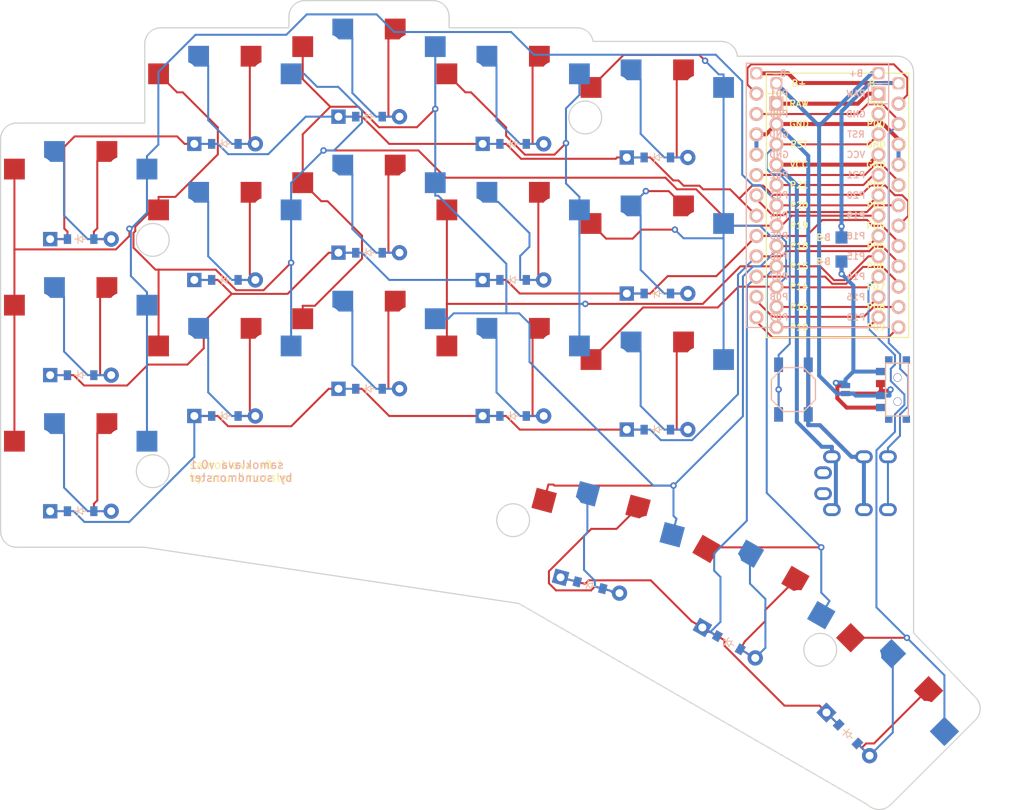
<source format=kicad_pcb>
(kicad_pcb (version 20171130) (host pcbnew 5.0.1-33cea8e~67~ubuntu18.04.1)

  (general
    (thickness 1.6)
    (drawings 34)
    (tracks 729)
    (zones 0)
    (modules 48)
    (nets 44)
  )

  (page A3)
  (title_block
    (title KEYBOARD_NAME_HERE)
    (rev VERSION_HERE)
    (company YOUR_NAME_HERE)
  )

  (layers
    (0 F.Cu signal)
    (31 B.Cu signal)
    (32 B.Adhes user)
    (33 F.Adhes user)
    (34 B.Paste user)
    (35 F.Paste user)
    (36 B.SilkS user)
    (37 F.SilkS user)
    (38 B.Mask user)
    (39 F.Mask user)
    (40 Dwgs.User user)
    (41 Cmts.User user)
    (42 Eco1.User user)
    (43 Eco2.User user)
    (44 Edge.Cuts user)
    (45 Margin user)
    (46 B.CrtYd user)
    (47 F.CrtYd user)
    (48 B.Fab user)
    (49 F.Fab user)
  )

  (setup
    (last_trace_width 0.25)
    (trace_clearance 0.2)
    (zone_clearance 0.508)
    (zone_45_only no)
    (trace_min 0.2)
    (segment_width 0.2)
    (edge_width 0.05)
    (via_size 0.8)
    (via_drill 0.4)
    (via_min_size 0.4)
    (via_min_drill 0.3)
    (uvia_size 0.3)
    (uvia_drill 0.1)
    (uvias_allowed no)
    (uvia_min_size 0.2)
    (uvia_min_drill 0.1)
    (pcb_text_width 0.3)
    (pcb_text_size 1.5 1.5)
    (mod_edge_width 0.12)
    (mod_text_size 1 1)
    (mod_text_width 0.15)
    (pad_size 1.524 1.524)
    (pad_drill 0.762)
    (pad_to_mask_clearance 0.05)
    (solder_mask_min_width 0.25)
    (aux_axis_origin 0 0)
    (visible_elements FFFFFF7F)
    (pcbplotparams
      (layerselection 0x010fc_ffffffff)
      (usegerberextensions false)
      (usegerberattributes true)
      (usegerberadvancedattributes true)
      (creategerberjobfile true)
      (excludeedgelayer true)
      (linewidth 0.100000)
      (plotframeref false)
      (viasonmask false)
      (mode 1)
      (useauxorigin false)
      (hpglpennumber 1)
      (hpglpenspeed 20)
      (hpglpendiameter 15.000000)
      (psnegative false)
      (psa4output false)
      (plotreference true)
      (plotvalue true)
      (plotinvisibletext false)
      (padsonsilk false)
      (subtractmaskfromsilk false)
      (outputformat 1)
      (mirror false)
      (drillshape 1)
      (scaleselection 1)
      (outputdirectory ""))
  )

  (net 0 "")
  (net 1 pinky_bottom)
  (net 2 P20)
  (net 3 P6)
  (net 4 pinky_home)
  (net 5 P5)
  (net 6 pinky_top)
  (net 7 P4)
  (net 8 ring_bottom)
  (net 9 P19)
  (net 10 ring_home)
  (net 11 ring_top)
  (net 12 middle_bottom)
  (net 13 P18)
  (net 14 middle_home)
  (net 15 middle_top)
  (net 16 index_bottom)
  (net 17 P15)
  (net 18 index_home)
  (net 19 index_top)
  (net 20 inner_bottom)
  (net 21 P14)
  (net 22 inner_home)
  (net 23 inner_top)
  (net 24 near_thumb)
  (net 25 P7)
  (net 26 home_thumb)
  (net 27 far_thumb)
  (net 28 RAW)
  (net 29 GND)
  (net 30 RST)
  (net 31 VCC)
  (net 32 P21)
  (net 33 P16)
  (net 34 P10)
  (net 35 P1)
  (net 36 P0)
  (net 37 P2)
  (net 38 P3)
  (net 39 P8)
  (net 40 P9)
  (net 41 Bplus)
  (net 42 Bminus)
  (net 43 Braw)

  (net_class Default "This is the default net class."
    (clearance 0.2)
    (trace_width 0.25)
    (via_dia 0.8)
    (via_drill 0.4)
    (uvia_dia 0.3)
    (uvia_drill 0.1)
    (add_net P0)
    (add_net P1)
    (add_net P10)
    (add_net P14)
    (add_net P15)
    (add_net P16)
    (add_net P18)
    (add_net P19)
    (add_net P2)
    (add_net P20)
    (add_net P21)
    (add_net P3)
    (add_net P4)
    (add_net P5)
    (add_net P6)
    (add_net P7)
    (add_net P8)
    (add_net P9)
    (add_net RST)
    (add_net far_thumb)
    (add_net home_thumb)
    (add_net index_bottom)
    (add_net index_home)
    (add_net index_top)
    (add_net inner_bottom)
    (add_net inner_home)
    (add_net inner_top)
    (add_net middle_bottom)
    (add_net middle_home)
    (add_net middle_top)
    (add_net near_thumb)
    (add_net pinky_bottom)
    (add_net pinky_home)
    (add_net pinky_top)
    (add_net ring_bottom)
    (add_net ring_home)
    (add_net ring_top)
  )

  (net_class Power "This is the power net class."
    (clearance 0.2)
    (trace_width 0.5)
    (via_dia 0.8)
    (via_drill 0.4)
    (uvia_dia 0.3)
    (uvia_drill 0.1)
    (add_net Bminus)
    (add_net Bplus)
    (add_net Braw)
    (add_net GND)
    (add_net RAW)
    (add_net VCC)
  )

  (module PG1350 (layer F.Cu) (tedit 5DD50112) (tstamp 0)
    (at 18 0)
    (fp_text reference S1 (at 0 0) (layer F.SilkS) hide
      (effects (font (size 1.27 1.27) (thickness 0.15)))
    )
    (fp_text value "" (at 0 0) (layer F.SilkS) hide
      (effects (font (size 1.27 1.27) (thickness 0.15)))
    )
    (fp_line (start -7 -6) (end -7 -7) (layer Dwgs.User) (width 0.15))
    (fp_line (start -7 7) (end -6 7) (layer Dwgs.User) (width 0.15))
    (fp_line (start -6 -7) (end -7 -7) (layer Dwgs.User) (width 0.15))
    (fp_line (start -7 7) (end -7 6) (layer Dwgs.User) (width 0.15))
    (fp_line (start 7 6) (end 7 7) (layer Dwgs.User) (width 0.15))
    (fp_line (start 7 -7) (end 6 -7) (layer Dwgs.User) (width 0.15))
    (fp_line (start 6 7) (end 7 7) (layer Dwgs.User) (width 0.15))
    (fp_line (start 7 -7) (end 7 -6) (layer Dwgs.User) (width 0.15))
    (fp_line (start -9 -8.5) (end 9 -8.5) (layer Dwgs.User) (width 0.15))
    (fp_line (start 9 -8.5) (end 9 8.5) (layer Dwgs.User) (width 0.15))
    (fp_line (start 9 8.5) (end -9 8.5) (layer Dwgs.User) (width 0.15))
    (fp_line (start -9 8.5) (end -9 -8.5) (layer Dwgs.User) (width 0.15))
    (pad "" np_thru_hole circle (at 0 0) (size 3.429 3.429) (drill 3.429) (layers *.Cu *.Mask))
    (pad "" np_thru_hole circle (at 5.5 0) (size 1.7018 1.7018) (drill 1.7018) (layers *.Cu *.Mask))
    (pad "" np_thru_hole circle (at -5.5 0) (size 1.7018 1.7018) (drill 1.7018) (layers *.Cu *.Mask))
    (pad "" np_thru_hole circle (at 5 -3.75) (size 3 3) (drill 3) (layers *.Cu *.Mask))
    (pad "" np_thru_hole circle (at 0 -5.95) (size 3 3) (drill 3) (layers *.Cu *.Mask))
    (pad 1 smd rect (at -3.275 -5.95) (size 2.6 2.6) (layers B.Cu B.Paste B.Mask)
      (net 1 pinky_bottom))
    (pad 2 smd rect (at 8.275 -3.75) (size 2.6 2.6) (layers B.Cu B.Paste B.Mask)
      (net 2 P20))
    (pad "" np_thru_hole circle (at -5 -3.75) (size 3 3) (drill 3) (layers *.Cu *.Mask))
    (pad "" np_thru_hole circle (at 0 -5.95) (size 3 3) (drill 3) (layers *.Cu *.Mask))
    (pad 1 smd rect (at 3.275 -5.95) (size 2.6 2.6) (layers F.Cu F.Paste F.Mask)
      (net 1 pinky_bottom))
    (pad 2 smd rect (at -8.275 -3.75) (size 2.6 2.6) (layers F.Cu F.Paste F.Mask)
      (net 2 P20))
  )

  (module ComboDiode (layer F.Cu) (tedit 5B24D78E) (tstamp 0)
    (at 18 5)
    (fp_text reference D1 (at 0 0) (layer F.SilkS) hide
      (effects (font (size 1.27 1.27) (thickness 0.15)))
    )
    (fp_text value "" (at 0 0) (layer F.SilkS) hide
      (effects (font (size 1.27 1.27) (thickness 0.15)))
    )
    (fp_line (start 0.25 0) (end 0.75 0) (layer F.SilkS) (width 0.1))
    (fp_line (start 0.25 0.4) (end -0.35 0) (layer F.SilkS) (width 0.1))
    (fp_line (start 0.25 -0.4) (end 0.25 0.4) (layer F.SilkS) (width 0.1))
    (fp_line (start -0.35 0) (end 0.25 -0.4) (layer F.SilkS) (width 0.1))
    (fp_line (start -0.35 0) (end -0.35 0.55) (layer F.SilkS) (width 0.1))
    (fp_line (start -0.35 0) (end -0.35 -0.55) (layer F.SilkS) (width 0.1))
    (fp_line (start -0.75 0) (end -0.35 0) (layer F.SilkS) (width 0.1))
    (fp_line (start 0.25 0) (end 0.75 0) (layer B.SilkS) (width 0.1))
    (fp_line (start 0.25 0.4) (end -0.35 0) (layer B.SilkS) (width 0.1))
    (fp_line (start 0.25 -0.4) (end 0.25 0.4) (layer B.SilkS) (width 0.1))
    (fp_line (start -0.35 0) (end 0.25 -0.4) (layer B.SilkS) (width 0.1))
    (fp_line (start -0.35 0) (end -0.35 0.55) (layer B.SilkS) (width 0.1))
    (fp_line (start -0.35 0) (end -0.35 -0.55) (layer B.SilkS) (width 0.1))
    (fp_line (start -0.75 0) (end -0.35 0) (layer B.SilkS) (width 0.1))
    (pad 1 smd rect (at -1.65 0) (size 0.9 1.2) (layers F.Cu F.Paste F.Mask)
      (net 3 P6))
    (pad 2 smd rect (at 1.65 0) (size 0.9 1.2) (layers B.Cu B.Paste B.Mask)
      (net 1 pinky_bottom))
    (pad 1 smd rect (at -1.65 0) (size 0.9 1.2) (layers B.Cu B.Paste B.Mask)
      (net 3 P6))
    (pad 2 smd rect (at 1.65 0) (size 0.9 1.2) (layers F.Cu F.Paste F.Mask)
      (net 1 pinky_bottom))
    (pad 1 thru_hole circle (at 3.81 0) (size 1.905 1.905) (drill 0.9906) (layers *.Cu *.Mask)
      (net 1 pinky_bottom))
    (pad 2 thru_hole rect (at -3.81 0) (size 1.778 1.778) (drill 0.9906) (layers *.Cu *.Mask)
      (net 3 P6))
  )

  (module PG1350 (layer F.Cu) (tedit 5DD50112) (tstamp 0)
    (at 18 -17)
    (fp_text reference S2 (at 0 0) (layer F.SilkS) hide
      (effects (font (size 1.27 1.27) (thickness 0.15)))
    )
    (fp_text value "" (at 0 0) (layer F.SilkS) hide
      (effects (font (size 1.27 1.27) (thickness 0.15)))
    )
    (fp_line (start -7 -6) (end -7 -7) (layer Dwgs.User) (width 0.15))
    (fp_line (start -7 7) (end -6 7) (layer Dwgs.User) (width 0.15))
    (fp_line (start -6 -7) (end -7 -7) (layer Dwgs.User) (width 0.15))
    (fp_line (start -7 7) (end -7 6) (layer Dwgs.User) (width 0.15))
    (fp_line (start 7 6) (end 7 7) (layer Dwgs.User) (width 0.15))
    (fp_line (start 7 -7) (end 6 -7) (layer Dwgs.User) (width 0.15))
    (fp_line (start 6 7) (end 7 7) (layer Dwgs.User) (width 0.15))
    (fp_line (start 7 -7) (end 7 -6) (layer Dwgs.User) (width 0.15))
    (fp_line (start -9 -8.5) (end 9 -8.5) (layer Dwgs.User) (width 0.15))
    (fp_line (start 9 -8.5) (end 9 8.5) (layer Dwgs.User) (width 0.15))
    (fp_line (start 9 8.5) (end -9 8.5) (layer Dwgs.User) (width 0.15))
    (fp_line (start -9 8.5) (end -9 -8.5) (layer Dwgs.User) (width 0.15))
    (pad "" np_thru_hole circle (at 0 0) (size 3.429 3.429) (drill 3.429) (layers *.Cu *.Mask))
    (pad "" np_thru_hole circle (at 5.5 0) (size 1.7018 1.7018) (drill 1.7018) (layers *.Cu *.Mask))
    (pad "" np_thru_hole circle (at -5.5 0) (size 1.7018 1.7018) (drill 1.7018) (layers *.Cu *.Mask))
    (pad "" np_thru_hole circle (at 5 -3.75) (size 3 3) (drill 3) (layers *.Cu *.Mask))
    (pad "" np_thru_hole circle (at 0 -5.95) (size 3 3) (drill 3) (layers *.Cu *.Mask))
    (pad 1 smd rect (at -3.275 -5.95) (size 2.6 2.6) (layers B.Cu B.Paste B.Mask)
      (net 4 pinky_home))
    (pad 2 smd rect (at 8.275 -3.75) (size 2.6 2.6) (layers B.Cu B.Paste B.Mask)
      (net 2 P20))
    (pad "" np_thru_hole circle (at -5 -3.75) (size 3 3) (drill 3) (layers *.Cu *.Mask))
    (pad "" np_thru_hole circle (at 0 -5.95) (size 3 3) (drill 3) (layers *.Cu *.Mask))
    (pad 1 smd rect (at 3.275 -5.95) (size 2.6 2.6) (layers F.Cu F.Paste F.Mask)
      (net 4 pinky_home))
    (pad 2 smd rect (at -8.275 -3.75) (size 2.6 2.6) (layers F.Cu F.Paste F.Mask)
      (net 2 P20))
  )

  (module ComboDiode (layer F.Cu) (tedit 5B24D78E) (tstamp 0)
    (at 18 -12)
    (fp_text reference D2 (at 0 0) (layer F.SilkS) hide
      (effects (font (size 1.27 1.27) (thickness 0.15)))
    )
    (fp_text value "" (at 0 0) (layer F.SilkS) hide
      (effects (font (size 1.27 1.27) (thickness 0.15)))
    )
    (fp_line (start 0.25 0) (end 0.75 0) (layer F.SilkS) (width 0.1))
    (fp_line (start 0.25 0.4) (end -0.35 0) (layer F.SilkS) (width 0.1))
    (fp_line (start 0.25 -0.4) (end 0.25 0.4) (layer F.SilkS) (width 0.1))
    (fp_line (start -0.35 0) (end 0.25 -0.4) (layer F.SilkS) (width 0.1))
    (fp_line (start -0.35 0) (end -0.35 0.55) (layer F.SilkS) (width 0.1))
    (fp_line (start -0.35 0) (end -0.35 -0.55) (layer F.SilkS) (width 0.1))
    (fp_line (start -0.75 0) (end -0.35 0) (layer F.SilkS) (width 0.1))
    (fp_line (start 0.25 0) (end 0.75 0) (layer B.SilkS) (width 0.1))
    (fp_line (start 0.25 0.4) (end -0.35 0) (layer B.SilkS) (width 0.1))
    (fp_line (start 0.25 -0.4) (end 0.25 0.4) (layer B.SilkS) (width 0.1))
    (fp_line (start -0.35 0) (end 0.25 -0.4) (layer B.SilkS) (width 0.1))
    (fp_line (start -0.35 0) (end -0.35 0.55) (layer B.SilkS) (width 0.1))
    (fp_line (start -0.35 0) (end -0.35 -0.55) (layer B.SilkS) (width 0.1))
    (fp_line (start -0.75 0) (end -0.35 0) (layer B.SilkS) (width 0.1))
    (pad 1 smd rect (at -1.65 0) (size 0.9 1.2) (layers F.Cu F.Paste F.Mask)
      (net 5 P5))
    (pad 2 smd rect (at 1.65 0) (size 0.9 1.2) (layers B.Cu B.Paste B.Mask)
      (net 4 pinky_home))
    (pad 1 smd rect (at -1.65 0) (size 0.9 1.2) (layers B.Cu B.Paste B.Mask)
      (net 5 P5))
    (pad 2 smd rect (at 1.65 0) (size 0.9 1.2) (layers F.Cu F.Paste F.Mask)
      (net 4 pinky_home))
    (pad 1 thru_hole circle (at 3.81 0) (size 1.905 1.905) (drill 0.9906) (layers *.Cu *.Mask)
      (net 4 pinky_home))
    (pad 2 thru_hole rect (at -3.81 0) (size 1.778 1.778) (drill 0.9906) (layers *.Cu *.Mask)
      (net 5 P5))
  )

  (module PG1350 (layer F.Cu) (tedit 5DD50112) (tstamp 0)
    (at 18 -34)
    (fp_text reference S3 (at 0 0) (layer F.SilkS) hide
      (effects (font (size 1.27 1.27) (thickness 0.15)))
    )
    (fp_text value "" (at 0 0) (layer F.SilkS) hide
      (effects (font (size 1.27 1.27) (thickness 0.15)))
    )
    (fp_line (start -7 -6) (end -7 -7) (layer Dwgs.User) (width 0.15))
    (fp_line (start -7 7) (end -6 7) (layer Dwgs.User) (width 0.15))
    (fp_line (start -6 -7) (end -7 -7) (layer Dwgs.User) (width 0.15))
    (fp_line (start -7 7) (end -7 6) (layer Dwgs.User) (width 0.15))
    (fp_line (start 7 6) (end 7 7) (layer Dwgs.User) (width 0.15))
    (fp_line (start 7 -7) (end 6 -7) (layer Dwgs.User) (width 0.15))
    (fp_line (start 6 7) (end 7 7) (layer Dwgs.User) (width 0.15))
    (fp_line (start 7 -7) (end 7 -6) (layer Dwgs.User) (width 0.15))
    (fp_line (start -9 -8.5) (end 9 -8.5) (layer Dwgs.User) (width 0.15))
    (fp_line (start 9 -8.5) (end 9 8.5) (layer Dwgs.User) (width 0.15))
    (fp_line (start 9 8.5) (end -9 8.5) (layer Dwgs.User) (width 0.15))
    (fp_line (start -9 8.5) (end -9 -8.5) (layer Dwgs.User) (width 0.15))
    (pad "" np_thru_hole circle (at 0 0) (size 3.429 3.429) (drill 3.429) (layers *.Cu *.Mask))
    (pad "" np_thru_hole circle (at 5.5 0) (size 1.7018 1.7018) (drill 1.7018) (layers *.Cu *.Mask))
    (pad "" np_thru_hole circle (at -5.5 0) (size 1.7018 1.7018) (drill 1.7018) (layers *.Cu *.Mask))
    (pad "" np_thru_hole circle (at 5 -3.75) (size 3 3) (drill 3) (layers *.Cu *.Mask))
    (pad "" np_thru_hole circle (at 0 -5.95) (size 3 3) (drill 3) (layers *.Cu *.Mask))
    (pad 1 smd rect (at -3.275 -5.95) (size 2.6 2.6) (layers B.Cu B.Paste B.Mask)
      (net 6 pinky_top))
    (pad 2 smd rect (at 8.275 -3.75) (size 2.6 2.6) (layers B.Cu B.Paste B.Mask)
      (net 2 P20))
    (pad "" np_thru_hole circle (at -5 -3.75) (size 3 3) (drill 3) (layers *.Cu *.Mask))
    (pad "" np_thru_hole circle (at 0 -5.95) (size 3 3) (drill 3) (layers *.Cu *.Mask))
    (pad 1 smd rect (at 3.275 -5.95) (size 2.6 2.6) (layers F.Cu F.Paste F.Mask)
      (net 6 pinky_top))
    (pad 2 smd rect (at -8.275 -3.75) (size 2.6 2.6) (layers F.Cu F.Paste F.Mask)
      (net 2 P20))
  )

  (module ComboDiode (layer F.Cu) (tedit 5B24D78E) (tstamp 0)
    (at 18 -29)
    (fp_text reference D3 (at 0 0) (layer F.SilkS) hide
      (effects (font (size 1.27 1.27) (thickness 0.15)))
    )
    (fp_text value "" (at 0 0) (layer F.SilkS) hide
      (effects (font (size 1.27 1.27) (thickness 0.15)))
    )
    (fp_line (start 0.25 0) (end 0.75 0) (layer F.SilkS) (width 0.1))
    (fp_line (start 0.25 0.4) (end -0.35 0) (layer F.SilkS) (width 0.1))
    (fp_line (start 0.25 -0.4) (end 0.25 0.4) (layer F.SilkS) (width 0.1))
    (fp_line (start -0.35 0) (end 0.25 -0.4) (layer F.SilkS) (width 0.1))
    (fp_line (start -0.35 0) (end -0.35 0.55) (layer F.SilkS) (width 0.1))
    (fp_line (start -0.35 0) (end -0.35 -0.55) (layer F.SilkS) (width 0.1))
    (fp_line (start -0.75 0) (end -0.35 0) (layer F.SilkS) (width 0.1))
    (fp_line (start 0.25 0) (end 0.75 0) (layer B.SilkS) (width 0.1))
    (fp_line (start 0.25 0.4) (end -0.35 0) (layer B.SilkS) (width 0.1))
    (fp_line (start 0.25 -0.4) (end 0.25 0.4) (layer B.SilkS) (width 0.1))
    (fp_line (start -0.35 0) (end 0.25 -0.4) (layer B.SilkS) (width 0.1))
    (fp_line (start -0.35 0) (end -0.35 0.55) (layer B.SilkS) (width 0.1))
    (fp_line (start -0.35 0) (end -0.35 -0.55) (layer B.SilkS) (width 0.1))
    (fp_line (start -0.75 0) (end -0.35 0) (layer B.SilkS) (width 0.1))
    (pad 1 smd rect (at -1.65 0) (size 0.9 1.2) (layers F.Cu F.Paste F.Mask)
      (net 7 P4))
    (pad 2 smd rect (at 1.65 0) (size 0.9 1.2) (layers B.Cu B.Paste B.Mask)
      (net 6 pinky_top))
    (pad 1 smd rect (at -1.65 0) (size 0.9 1.2) (layers B.Cu B.Paste B.Mask)
      (net 7 P4))
    (pad 2 smd rect (at 1.65 0) (size 0.9 1.2) (layers F.Cu F.Paste F.Mask)
      (net 6 pinky_top))
    (pad 1 thru_hole circle (at 3.81 0) (size 1.905 1.905) (drill 0.9906) (layers *.Cu *.Mask)
      (net 6 pinky_top))
    (pad 2 thru_hole rect (at -3.81 0) (size 1.778 1.778) (drill 0.9906) (layers *.Cu *.Mask)
      (net 7 P4))
  )

  (module PG1350 (layer F.Cu) (tedit 5DD50112) (tstamp 0)
    (at 36 -11.9)
    (fp_text reference S4 (at 0 0) (layer F.SilkS) hide
      (effects (font (size 1.27 1.27) (thickness 0.15)))
    )
    (fp_text value "" (at 0 0) (layer F.SilkS) hide
      (effects (font (size 1.27 1.27) (thickness 0.15)))
    )
    (fp_line (start -7 -6) (end -7 -7) (layer Dwgs.User) (width 0.15))
    (fp_line (start -7 7) (end -6 7) (layer Dwgs.User) (width 0.15))
    (fp_line (start -6 -7) (end -7 -7) (layer Dwgs.User) (width 0.15))
    (fp_line (start -7 7) (end -7 6) (layer Dwgs.User) (width 0.15))
    (fp_line (start 7 6) (end 7 7) (layer Dwgs.User) (width 0.15))
    (fp_line (start 7 -7) (end 6 -7) (layer Dwgs.User) (width 0.15))
    (fp_line (start 6 7) (end 7 7) (layer Dwgs.User) (width 0.15))
    (fp_line (start 7 -7) (end 7 -6) (layer Dwgs.User) (width 0.15))
    (fp_line (start -9 -8.5) (end 9 -8.5) (layer Dwgs.User) (width 0.15))
    (fp_line (start 9 -8.5) (end 9 8.5) (layer Dwgs.User) (width 0.15))
    (fp_line (start 9 8.5) (end -9 8.5) (layer Dwgs.User) (width 0.15))
    (fp_line (start -9 8.5) (end -9 -8.5) (layer Dwgs.User) (width 0.15))
    (pad "" np_thru_hole circle (at 0 0) (size 3.429 3.429) (drill 3.429) (layers *.Cu *.Mask))
    (pad "" np_thru_hole circle (at 5.5 0) (size 1.7018 1.7018) (drill 1.7018) (layers *.Cu *.Mask))
    (pad "" np_thru_hole circle (at -5.5 0) (size 1.7018 1.7018) (drill 1.7018) (layers *.Cu *.Mask))
    (pad "" np_thru_hole circle (at 5 -3.75) (size 3 3) (drill 3) (layers *.Cu *.Mask))
    (pad "" np_thru_hole circle (at 0 -5.95) (size 3 3) (drill 3) (layers *.Cu *.Mask))
    (pad 1 smd rect (at -3.275 -5.95) (size 2.6 2.6) (layers B.Cu B.Paste B.Mask)
      (net 8 ring_bottom))
    (pad 2 smd rect (at 8.275 -3.75) (size 2.6 2.6) (layers B.Cu B.Paste B.Mask)
      (net 9 P19))
    (pad "" np_thru_hole circle (at -5 -3.75) (size 3 3) (drill 3) (layers *.Cu *.Mask))
    (pad "" np_thru_hole circle (at 0 -5.95) (size 3 3) (drill 3) (layers *.Cu *.Mask))
    (pad 1 smd rect (at 3.275 -5.95) (size 2.6 2.6) (layers F.Cu F.Paste F.Mask)
      (net 8 ring_bottom))
    (pad 2 smd rect (at -8.275 -3.75) (size 2.6 2.6) (layers F.Cu F.Paste F.Mask)
      (net 9 P19))
  )

  (module ComboDiode (layer F.Cu) (tedit 5B24D78E) (tstamp 0)
    (at 36 -6.9)
    (fp_text reference D4 (at 0 0) (layer F.SilkS) hide
      (effects (font (size 1.27 1.27) (thickness 0.15)))
    )
    (fp_text value "" (at 0 0) (layer F.SilkS) hide
      (effects (font (size 1.27 1.27) (thickness 0.15)))
    )
    (fp_line (start 0.25 0) (end 0.75 0) (layer F.SilkS) (width 0.1))
    (fp_line (start 0.25 0.4) (end -0.35 0) (layer F.SilkS) (width 0.1))
    (fp_line (start 0.25 -0.4) (end 0.25 0.4) (layer F.SilkS) (width 0.1))
    (fp_line (start -0.35 0) (end 0.25 -0.4) (layer F.SilkS) (width 0.1))
    (fp_line (start -0.35 0) (end -0.35 0.55) (layer F.SilkS) (width 0.1))
    (fp_line (start -0.35 0) (end -0.35 -0.55) (layer F.SilkS) (width 0.1))
    (fp_line (start -0.75 0) (end -0.35 0) (layer F.SilkS) (width 0.1))
    (fp_line (start 0.25 0) (end 0.75 0) (layer B.SilkS) (width 0.1))
    (fp_line (start 0.25 0.4) (end -0.35 0) (layer B.SilkS) (width 0.1))
    (fp_line (start 0.25 -0.4) (end 0.25 0.4) (layer B.SilkS) (width 0.1))
    (fp_line (start -0.35 0) (end 0.25 -0.4) (layer B.SilkS) (width 0.1))
    (fp_line (start -0.35 0) (end -0.35 0.55) (layer B.SilkS) (width 0.1))
    (fp_line (start -0.35 0) (end -0.35 -0.55) (layer B.SilkS) (width 0.1))
    (fp_line (start -0.75 0) (end -0.35 0) (layer B.SilkS) (width 0.1))
    (pad 1 smd rect (at -1.65 0) (size 0.9 1.2) (layers F.Cu F.Paste F.Mask)
      (net 3 P6))
    (pad 2 smd rect (at 1.65 0) (size 0.9 1.2) (layers B.Cu B.Paste B.Mask)
      (net 8 ring_bottom))
    (pad 1 smd rect (at -1.65 0) (size 0.9 1.2) (layers B.Cu B.Paste B.Mask)
      (net 3 P6))
    (pad 2 smd rect (at 1.65 0) (size 0.9 1.2) (layers F.Cu F.Paste F.Mask)
      (net 8 ring_bottom))
    (pad 1 thru_hole circle (at 3.81 0) (size 1.905 1.905) (drill 0.9906) (layers *.Cu *.Mask)
      (net 8 ring_bottom))
    (pad 2 thru_hole rect (at -3.81 0) (size 1.778 1.778) (drill 0.9906) (layers *.Cu *.Mask)
      (net 3 P6))
  )

  (module PG1350 (layer F.Cu) (tedit 5DD50112) (tstamp 0)
    (at 36 -28.9)
    (fp_text reference S5 (at 0 0) (layer F.SilkS) hide
      (effects (font (size 1.27 1.27) (thickness 0.15)))
    )
    (fp_text value "" (at 0 0) (layer F.SilkS) hide
      (effects (font (size 1.27 1.27) (thickness 0.15)))
    )
    (fp_line (start -7 -6) (end -7 -7) (layer Dwgs.User) (width 0.15))
    (fp_line (start -7 7) (end -6 7) (layer Dwgs.User) (width 0.15))
    (fp_line (start -6 -7) (end -7 -7) (layer Dwgs.User) (width 0.15))
    (fp_line (start -7 7) (end -7 6) (layer Dwgs.User) (width 0.15))
    (fp_line (start 7 6) (end 7 7) (layer Dwgs.User) (width 0.15))
    (fp_line (start 7 -7) (end 6 -7) (layer Dwgs.User) (width 0.15))
    (fp_line (start 6 7) (end 7 7) (layer Dwgs.User) (width 0.15))
    (fp_line (start 7 -7) (end 7 -6) (layer Dwgs.User) (width 0.15))
    (fp_line (start -9 -8.5) (end 9 -8.5) (layer Dwgs.User) (width 0.15))
    (fp_line (start 9 -8.5) (end 9 8.5) (layer Dwgs.User) (width 0.15))
    (fp_line (start 9 8.5) (end -9 8.5) (layer Dwgs.User) (width 0.15))
    (fp_line (start -9 8.5) (end -9 -8.5) (layer Dwgs.User) (width 0.15))
    (pad "" np_thru_hole circle (at 0 0) (size 3.429 3.429) (drill 3.429) (layers *.Cu *.Mask))
    (pad "" np_thru_hole circle (at 5.5 0) (size 1.7018 1.7018) (drill 1.7018) (layers *.Cu *.Mask))
    (pad "" np_thru_hole circle (at -5.5 0) (size 1.7018 1.7018) (drill 1.7018) (layers *.Cu *.Mask))
    (pad "" np_thru_hole circle (at 5 -3.75) (size 3 3) (drill 3) (layers *.Cu *.Mask))
    (pad "" np_thru_hole circle (at 0 -5.95) (size 3 3) (drill 3) (layers *.Cu *.Mask))
    (pad 1 smd rect (at -3.275 -5.95) (size 2.6 2.6) (layers B.Cu B.Paste B.Mask)
      (net 10 ring_home))
    (pad 2 smd rect (at 8.275 -3.75) (size 2.6 2.6) (layers B.Cu B.Paste B.Mask)
      (net 9 P19))
    (pad "" np_thru_hole circle (at -5 -3.75) (size 3 3) (drill 3) (layers *.Cu *.Mask))
    (pad "" np_thru_hole circle (at 0 -5.95) (size 3 3) (drill 3) (layers *.Cu *.Mask))
    (pad 1 smd rect (at 3.275 -5.95) (size 2.6 2.6) (layers F.Cu F.Paste F.Mask)
      (net 10 ring_home))
    (pad 2 smd rect (at -8.275 -3.75) (size 2.6 2.6) (layers F.Cu F.Paste F.Mask)
      (net 9 P19))
  )

  (module ComboDiode (layer F.Cu) (tedit 5B24D78E) (tstamp 0)
    (at 36 -23.9)
    (fp_text reference D5 (at 0 0) (layer F.SilkS) hide
      (effects (font (size 1.27 1.27) (thickness 0.15)))
    )
    (fp_text value "" (at 0 0) (layer F.SilkS) hide
      (effects (font (size 1.27 1.27) (thickness 0.15)))
    )
    (fp_line (start 0.25 0) (end 0.75 0) (layer F.SilkS) (width 0.1))
    (fp_line (start 0.25 0.4) (end -0.35 0) (layer F.SilkS) (width 0.1))
    (fp_line (start 0.25 -0.4) (end 0.25 0.4) (layer F.SilkS) (width 0.1))
    (fp_line (start -0.35 0) (end 0.25 -0.4) (layer F.SilkS) (width 0.1))
    (fp_line (start -0.35 0) (end -0.35 0.55) (layer F.SilkS) (width 0.1))
    (fp_line (start -0.35 0) (end -0.35 -0.55) (layer F.SilkS) (width 0.1))
    (fp_line (start -0.75 0) (end -0.35 0) (layer F.SilkS) (width 0.1))
    (fp_line (start 0.25 0) (end 0.75 0) (layer B.SilkS) (width 0.1))
    (fp_line (start 0.25 0.4) (end -0.35 0) (layer B.SilkS) (width 0.1))
    (fp_line (start 0.25 -0.4) (end 0.25 0.4) (layer B.SilkS) (width 0.1))
    (fp_line (start -0.35 0) (end 0.25 -0.4) (layer B.SilkS) (width 0.1))
    (fp_line (start -0.35 0) (end -0.35 0.55) (layer B.SilkS) (width 0.1))
    (fp_line (start -0.35 0) (end -0.35 -0.55) (layer B.SilkS) (width 0.1))
    (fp_line (start -0.75 0) (end -0.35 0) (layer B.SilkS) (width 0.1))
    (pad 1 smd rect (at -1.65 0) (size 0.9 1.2) (layers F.Cu F.Paste F.Mask)
      (net 5 P5))
    (pad 2 smd rect (at 1.65 0) (size 0.9 1.2) (layers B.Cu B.Paste B.Mask)
      (net 10 ring_home))
    (pad 1 smd rect (at -1.65 0) (size 0.9 1.2) (layers B.Cu B.Paste B.Mask)
      (net 5 P5))
    (pad 2 smd rect (at 1.65 0) (size 0.9 1.2) (layers F.Cu F.Paste F.Mask)
      (net 10 ring_home))
    (pad 1 thru_hole circle (at 3.81 0) (size 1.905 1.905) (drill 0.9906) (layers *.Cu *.Mask)
      (net 10 ring_home))
    (pad 2 thru_hole rect (at -3.81 0) (size 1.778 1.778) (drill 0.9906) (layers *.Cu *.Mask)
      (net 5 P5))
  )

  (module PG1350 (layer F.Cu) (tedit 5DD50112) (tstamp 0)
    (at 36 -45.9)
    (fp_text reference S6 (at 0 0) (layer F.SilkS) hide
      (effects (font (size 1.27 1.27) (thickness 0.15)))
    )
    (fp_text value "" (at 0 0) (layer F.SilkS) hide
      (effects (font (size 1.27 1.27) (thickness 0.15)))
    )
    (fp_line (start -7 -6) (end -7 -7) (layer Dwgs.User) (width 0.15))
    (fp_line (start -7 7) (end -6 7) (layer Dwgs.User) (width 0.15))
    (fp_line (start -6 -7) (end -7 -7) (layer Dwgs.User) (width 0.15))
    (fp_line (start -7 7) (end -7 6) (layer Dwgs.User) (width 0.15))
    (fp_line (start 7 6) (end 7 7) (layer Dwgs.User) (width 0.15))
    (fp_line (start 7 -7) (end 6 -7) (layer Dwgs.User) (width 0.15))
    (fp_line (start 6 7) (end 7 7) (layer Dwgs.User) (width 0.15))
    (fp_line (start 7 -7) (end 7 -6) (layer Dwgs.User) (width 0.15))
    (fp_line (start -9 -8.5) (end 9 -8.5) (layer Dwgs.User) (width 0.15))
    (fp_line (start 9 -8.5) (end 9 8.5) (layer Dwgs.User) (width 0.15))
    (fp_line (start 9 8.5) (end -9 8.5) (layer Dwgs.User) (width 0.15))
    (fp_line (start -9 8.5) (end -9 -8.5) (layer Dwgs.User) (width 0.15))
    (pad "" np_thru_hole circle (at 0 0) (size 3.429 3.429) (drill 3.429) (layers *.Cu *.Mask))
    (pad "" np_thru_hole circle (at 5.5 0) (size 1.7018 1.7018) (drill 1.7018) (layers *.Cu *.Mask))
    (pad "" np_thru_hole circle (at -5.5 0) (size 1.7018 1.7018) (drill 1.7018) (layers *.Cu *.Mask))
    (pad "" np_thru_hole circle (at 5 -3.75) (size 3 3) (drill 3) (layers *.Cu *.Mask))
    (pad "" np_thru_hole circle (at 0 -5.95) (size 3 3) (drill 3) (layers *.Cu *.Mask))
    (pad 1 smd rect (at -3.275 -5.95) (size 2.6 2.6) (layers B.Cu B.Paste B.Mask)
      (net 11 ring_top))
    (pad 2 smd rect (at 8.275 -3.75) (size 2.6 2.6) (layers B.Cu B.Paste B.Mask)
      (net 9 P19))
    (pad "" np_thru_hole circle (at -5 -3.75) (size 3 3) (drill 3) (layers *.Cu *.Mask))
    (pad "" np_thru_hole circle (at 0 -5.95) (size 3 3) (drill 3) (layers *.Cu *.Mask))
    (pad 1 smd rect (at 3.275 -5.95) (size 2.6 2.6) (layers F.Cu F.Paste F.Mask)
      (net 11 ring_top))
    (pad 2 smd rect (at -8.275 -3.75) (size 2.6 2.6) (layers F.Cu F.Paste F.Mask)
      (net 9 P19))
  )

  (module ComboDiode (layer F.Cu) (tedit 5B24D78E) (tstamp 0)
    (at 36 -40.9)
    (fp_text reference D6 (at 0 0) (layer F.SilkS) hide
      (effects (font (size 1.27 1.27) (thickness 0.15)))
    )
    (fp_text value "" (at 0 0) (layer F.SilkS) hide
      (effects (font (size 1.27 1.27) (thickness 0.15)))
    )
    (fp_line (start 0.25 0) (end 0.75 0) (layer F.SilkS) (width 0.1))
    (fp_line (start 0.25 0.4) (end -0.35 0) (layer F.SilkS) (width 0.1))
    (fp_line (start 0.25 -0.4) (end 0.25 0.4) (layer F.SilkS) (width 0.1))
    (fp_line (start -0.35 0) (end 0.25 -0.4) (layer F.SilkS) (width 0.1))
    (fp_line (start -0.35 0) (end -0.35 0.55) (layer F.SilkS) (width 0.1))
    (fp_line (start -0.35 0) (end -0.35 -0.55) (layer F.SilkS) (width 0.1))
    (fp_line (start -0.75 0) (end -0.35 0) (layer F.SilkS) (width 0.1))
    (fp_line (start 0.25 0) (end 0.75 0) (layer B.SilkS) (width 0.1))
    (fp_line (start 0.25 0.4) (end -0.35 0) (layer B.SilkS) (width 0.1))
    (fp_line (start 0.25 -0.4) (end 0.25 0.4) (layer B.SilkS) (width 0.1))
    (fp_line (start -0.35 0) (end 0.25 -0.4) (layer B.SilkS) (width 0.1))
    (fp_line (start -0.35 0) (end -0.35 0.55) (layer B.SilkS) (width 0.1))
    (fp_line (start -0.35 0) (end -0.35 -0.55) (layer B.SilkS) (width 0.1))
    (fp_line (start -0.75 0) (end -0.35 0) (layer B.SilkS) (width 0.1))
    (pad 1 smd rect (at -1.65 0) (size 0.9 1.2) (layers F.Cu F.Paste F.Mask)
      (net 7 P4))
    (pad 2 smd rect (at 1.65 0) (size 0.9 1.2) (layers B.Cu B.Paste B.Mask)
      (net 11 ring_top))
    (pad 1 smd rect (at -1.65 0) (size 0.9 1.2) (layers B.Cu B.Paste B.Mask)
      (net 7 P4))
    (pad 2 smd rect (at 1.65 0) (size 0.9 1.2) (layers F.Cu F.Paste F.Mask)
      (net 11 ring_top))
    (pad 1 thru_hole circle (at 3.81 0) (size 1.905 1.905) (drill 0.9906) (layers *.Cu *.Mask)
      (net 11 ring_top))
    (pad 2 thru_hole rect (at -3.81 0) (size 1.778 1.778) (drill 0.9906) (layers *.Cu *.Mask)
      (net 7 P4))
  )

  (module PG1350 (layer F.Cu) (tedit 5DD50112) (tstamp 0)
    (at 54 -15.3)
    (fp_text reference S7 (at 0 0) (layer F.SilkS) hide
      (effects (font (size 1.27 1.27) (thickness 0.15)))
    )
    (fp_text value "" (at 0 0) (layer F.SilkS) hide
      (effects (font (size 1.27 1.27) (thickness 0.15)))
    )
    (fp_line (start -7 -6) (end -7 -7) (layer Dwgs.User) (width 0.15))
    (fp_line (start -7 7) (end -6 7) (layer Dwgs.User) (width 0.15))
    (fp_line (start -6 -7) (end -7 -7) (layer Dwgs.User) (width 0.15))
    (fp_line (start -7 7) (end -7 6) (layer Dwgs.User) (width 0.15))
    (fp_line (start 7 6) (end 7 7) (layer Dwgs.User) (width 0.15))
    (fp_line (start 7 -7) (end 6 -7) (layer Dwgs.User) (width 0.15))
    (fp_line (start 6 7) (end 7 7) (layer Dwgs.User) (width 0.15))
    (fp_line (start 7 -7) (end 7 -6) (layer Dwgs.User) (width 0.15))
    (fp_line (start -9 -8.5) (end 9 -8.5) (layer Dwgs.User) (width 0.15))
    (fp_line (start 9 -8.5) (end 9 8.5) (layer Dwgs.User) (width 0.15))
    (fp_line (start 9 8.5) (end -9 8.5) (layer Dwgs.User) (width 0.15))
    (fp_line (start -9 8.5) (end -9 -8.5) (layer Dwgs.User) (width 0.15))
    (pad "" np_thru_hole circle (at 0 0) (size 3.429 3.429) (drill 3.429) (layers *.Cu *.Mask))
    (pad "" np_thru_hole circle (at 5.5 0) (size 1.7018 1.7018) (drill 1.7018) (layers *.Cu *.Mask))
    (pad "" np_thru_hole circle (at -5.5 0) (size 1.7018 1.7018) (drill 1.7018) (layers *.Cu *.Mask))
    (pad "" np_thru_hole circle (at 5 -3.75) (size 3 3) (drill 3) (layers *.Cu *.Mask))
    (pad "" np_thru_hole circle (at 0 -5.95) (size 3 3) (drill 3) (layers *.Cu *.Mask))
    (pad 1 smd rect (at -3.275 -5.95) (size 2.6 2.6) (layers B.Cu B.Paste B.Mask)
      (net 12 middle_bottom))
    (pad 2 smd rect (at 8.275 -3.75) (size 2.6 2.6) (layers B.Cu B.Paste B.Mask)
      (net 13 P18))
    (pad "" np_thru_hole circle (at -5 -3.75) (size 3 3) (drill 3) (layers *.Cu *.Mask))
    (pad "" np_thru_hole circle (at 0 -5.95) (size 3 3) (drill 3) (layers *.Cu *.Mask))
    (pad 1 smd rect (at 3.275 -5.95) (size 2.6 2.6) (layers F.Cu F.Paste F.Mask)
      (net 12 middle_bottom))
    (pad 2 smd rect (at -8.275 -3.75) (size 2.6 2.6) (layers F.Cu F.Paste F.Mask)
      (net 13 P18))
  )

  (module ComboDiode (layer F.Cu) (tedit 5B24D78E) (tstamp 0)
    (at 54 -10.3)
    (fp_text reference D7 (at 0 0) (layer F.SilkS) hide
      (effects (font (size 1.27 1.27) (thickness 0.15)))
    )
    (fp_text value "" (at 0 0) (layer F.SilkS) hide
      (effects (font (size 1.27 1.27) (thickness 0.15)))
    )
    (fp_line (start 0.25 0) (end 0.75 0) (layer F.SilkS) (width 0.1))
    (fp_line (start 0.25 0.4) (end -0.35 0) (layer F.SilkS) (width 0.1))
    (fp_line (start 0.25 -0.4) (end 0.25 0.4) (layer F.SilkS) (width 0.1))
    (fp_line (start -0.35 0) (end 0.25 -0.4) (layer F.SilkS) (width 0.1))
    (fp_line (start -0.35 0) (end -0.35 0.55) (layer F.SilkS) (width 0.1))
    (fp_line (start -0.35 0) (end -0.35 -0.55) (layer F.SilkS) (width 0.1))
    (fp_line (start -0.75 0) (end -0.35 0) (layer F.SilkS) (width 0.1))
    (fp_line (start 0.25 0) (end 0.75 0) (layer B.SilkS) (width 0.1))
    (fp_line (start 0.25 0.4) (end -0.35 0) (layer B.SilkS) (width 0.1))
    (fp_line (start 0.25 -0.4) (end 0.25 0.4) (layer B.SilkS) (width 0.1))
    (fp_line (start -0.35 0) (end 0.25 -0.4) (layer B.SilkS) (width 0.1))
    (fp_line (start -0.35 0) (end -0.35 0.55) (layer B.SilkS) (width 0.1))
    (fp_line (start -0.35 0) (end -0.35 -0.55) (layer B.SilkS) (width 0.1))
    (fp_line (start -0.75 0) (end -0.35 0) (layer B.SilkS) (width 0.1))
    (pad 1 smd rect (at -1.65 0) (size 0.9 1.2) (layers F.Cu F.Paste F.Mask)
      (net 3 P6))
    (pad 2 smd rect (at 1.65 0) (size 0.9 1.2) (layers B.Cu B.Paste B.Mask)
      (net 12 middle_bottom))
    (pad 1 smd rect (at -1.65 0) (size 0.9 1.2) (layers B.Cu B.Paste B.Mask)
      (net 3 P6))
    (pad 2 smd rect (at 1.65 0) (size 0.9 1.2) (layers F.Cu F.Paste F.Mask)
      (net 12 middle_bottom))
    (pad 1 thru_hole circle (at 3.81 0) (size 1.905 1.905) (drill 0.9906) (layers *.Cu *.Mask)
      (net 12 middle_bottom))
    (pad 2 thru_hole rect (at -3.81 0) (size 1.778 1.778) (drill 0.9906) (layers *.Cu *.Mask)
      (net 3 P6))
  )

  (module PG1350 (layer F.Cu) (tedit 5DD50112) (tstamp 0)
    (at 54 -32.3)
    (fp_text reference S8 (at 0 0) (layer F.SilkS) hide
      (effects (font (size 1.27 1.27) (thickness 0.15)))
    )
    (fp_text value "" (at 0 0) (layer F.SilkS) hide
      (effects (font (size 1.27 1.27) (thickness 0.15)))
    )
    (fp_line (start -7 -6) (end -7 -7) (layer Dwgs.User) (width 0.15))
    (fp_line (start -7 7) (end -6 7) (layer Dwgs.User) (width 0.15))
    (fp_line (start -6 -7) (end -7 -7) (layer Dwgs.User) (width 0.15))
    (fp_line (start -7 7) (end -7 6) (layer Dwgs.User) (width 0.15))
    (fp_line (start 7 6) (end 7 7) (layer Dwgs.User) (width 0.15))
    (fp_line (start 7 -7) (end 6 -7) (layer Dwgs.User) (width 0.15))
    (fp_line (start 6 7) (end 7 7) (layer Dwgs.User) (width 0.15))
    (fp_line (start 7 -7) (end 7 -6) (layer Dwgs.User) (width 0.15))
    (fp_line (start -9 -8.5) (end 9 -8.5) (layer Dwgs.User) (width 0.15))
    (fp_line (start 9 -8.5) (end 9 8.5) (layer Dwgs.User) (width 0.15))
    (fp_line (start 9 8.5) (end -9 8.5) (layer Dwgs.User) (width 0.15))
    (fp_line (start -9 8.5) (end -9 -8.5) (layer Dwgs.User) (width 0.15))
    (pad "" np_thru_hole circle (at 0 0) (size 3.429 3.429) (drill 3.429) (layers *.Cu *.Mask))
    (pad "" np_thru_hole circle (at 5.5 0) (size 1.7018 1.7018) (drill 1.7018) (layers *.Cu *.Mask))
    (pad "" np_thru_hole circle (at -5.5 0) (size 1.7018 1.7018) (drill 1.7018) (layers *.Cu *.Mask))
    (pad "" np_thru_hole circle (at 5 -3.75) (size 3 3) (drill 3) (layers *.Cu *.Mask))
    (pad "" np_thru_hole circle (at 0 -5.95) (size 3 3) (drill 3) (layers *.Cu *.Mask))
    (pad 1 smd rect (at -3.275 -5.95) (size 2.6 2.6) (layers B.Cu B.Paste B.Mask)
      (net 14 middle_home))
    (pad 2 smd rect (at 8.275 -3.75) (size 2.6 2.6) (layers B.Cu B.Paste B.Mask)
      (net 13 P18))
    (pad "" np_thru_hole circle (at -5 -3.75) (size 3 3) (drill 3) (layers *.Cu *.Mask))
    (pad "" np_thru_hole circle (at 0 -5.95) (size 3 3) (drill 3) (layers *.Cu *.Mask))
    (pad 1 smd rect (at 3.275 -5.95) (size 2.6 2.6) (layers F.Cu F.Paste F.Mask)
      (net 14 middle_home))
    (pad 2 smd rect (at -8.275 -3.75) (size 2.6 2.6) (layers F.Cu F.Paste F.Mask)
      (net 13 P18))
  )

  (module ComboDiode (layer F.Cu) (tedit 5B24D78E) (tstamp 0)
    (at 54 -27.3)
    (fp_text reference D8 (at 0 0) (layer F.SilkS) hide
      (effects (font (size 1.27 1.27) (thickness 0.15)))
    )
    (fp_text value "" (at 0 0) (layer F.SilkS) hide
      (effects (font (size 1.27 1.27) (thickness 0.15)))
    )
    (fp_line (start 0.25 0) (end 0.75 0) (layer F.SilkS) (width 0.1))
    (fp_line (start 0.25 0.4) (end -0.35 0) (layer F.SilkS) (width 0.1))
    (fp_line (start 0.25 -0.4) (end 0.25 0.4) (layer F.SilkS) (width 0.1))
    (fp_line (start -0.35 0) (end 0.25 -0.4) (layer F.SilkS) (width 0.1))
    (fp_line (start -0.35 0) (end -0.35 0.55) (layer F.SilkS) (width 0.1))
    (fp_line (start -0.35 0) (end -0.35 -0.55) (layer F.SilkS) (width 0.1))
    (fp_line (start -0.75 0) (end -0.35 0) (layer F.SilkS) (width 0.1))
    (fp_line (start 0.25 0) (end 0.75 0) (layer B.SilkS) (width 0.1))
    (fp_line (start 0.25 0.4) (end -0.35 0) (layer B.SilkS) (width 0.1))
    (fp_line (start 0.25 -0.4) (end 0.25 0.4) (layer B.SilkS) (width 0.1))
    (fp_line (start -0.35 0) (end 0.25 -0.4) (layer B.SilkS) (width 0.1))
    (fp_line (start -0.35 0) (end -0.35 0.55) (layer B.SilkS) (width 0.1))
    (fp_line (start -0.35 0) (end -0.35 -0.55) (layer B.SilkS) (width 0.1))
    (fp_line (start -0.75 0) (end -0.35 0) (layer B.SilkS) (width 0.1))
    (pad 1 smd rect (at -1.65 0) (size 0.9 1.2) (layers F.Cu F.Paste F.Mask)
      (net 5 P5))
    (pad 2 smd rect (at 1.65 0) (size 0.9 1.2) (layers B.Cu B.Paste B.Mask)
      (net 14 middle_home))
    (pad 1 smd rect (at -1.65 0) (size 0.9 1.2) (layers B.Cu B.Paste B.Mask)
      (net 5 P5))
    (pad 2 smd rect (at 1.65 0) (size 0.9 1.2) (layers F.Cu F.Paste F.Mask)
      (net 14 middle_home))
    (pad 1 thru_hole circle (at 3.81 0) (size 1.905 1.905) (drill 0.9906) (layers *.Cu *.Mask)
      (net 14 middle_home))
    (pad 2 thru_hole rect (at -3.81 0) (size 1.778 1.778) (drill 0.9906) (layers *.Cu *.Mask)
      (net 5 P5))
  )

  (module PG1350 (layer F.Cu) (tedit 5DD50112) (tstamp 0)
    (at 54 -49.3)
    (fp_text reference S9 (at 0 0) (layer F.SilkS) hide
      (effects (font (size 1.27 1.27) (thickness 0.15)))
    )
    (fp_text value "" (at 0 0) (layer F.SilkS) hide
      (effects (font (size 1.27 1.27) (thickness 0.15)))
    )
    (fp_line (start -7 -6) (end -7 -7) (layer Dwgs.User) (width 0.15))
    (fp_line (start -7 7) (end -6 7) (layer Dwgs.User) (width 0.15))
    (fp_line (start -6 -7) (end -7 -7) (layer Dwgs.User) (width 0.15))
    (fp_line (start -7 7) (end -7 6) (layer Dwgs.User) (width 0.15))
    (fp_line (start 7 6) (end 7 7) (layer Dwgs.User) (width 0.15))
    (fp_line (start 7 -7) (end 6 -7) (layer Dwgs.User) (width 0.15))
    (fp_line (start 6 7) (end 7 7) (layer Dwgs.User) (width 0.15))
    (fp_line (start 7 -7) (end 7 -6) (layer Dwgs.User) (width 0.15))
    (fp_line (start -9 -8.5) (end 9 -8.5) (layer Dwgs.User) (width 0.15))
    (fp_line (start 9 -8.5) (end 9 8.5) (layer Dwgs.User) (width 0.15))
    (fp_line (start 9 8.5) (end -9 8.5) (layer Dwgs.User) (width 0.15))
    (fp_line (start -9 8.5) (end -9 -8.5) (layer Dwgs.User) (width 0.15))
    (pad "" np_thru_hole circle (at 0 0) (size 3.429 3.429) (drill 3.429) (layers *.Cu *.Mask))
    (pad "" np_thru_hole circle (at 5.5 0) (size 1.7018 1.7018) (drill 1.7018) (layers *.Cu *.Mask))
    (pad "" np_thru_hole circle (at -5.5 0) (size 1.7018 1.7018) (drill 1.7018) (layers *.Cu *.Mask))
    (pad "" np_thru_hole circle (at 5 -3.75) (size 3 3) (drill 3) (layers *.Cu *.Mask))
    (pad "" np_thru_hole circle (at 0 -5.95) (size 3 3) (drill 3) (layers *.Cu *.Mask))
    (pad 1 smd rect (at -3.275 -5.95) (size 2.6 2.6) (layers B.Cu B.Paste B.Mask)
      (net 15 middle_top))
    (pad 2 smd rect (at 8.275 -3.75) (size 2.6 2.6) (layers B.Cu B.Paste B.Mask)
      (net 13 P18))
    (pad "" np_thru_hole circle (at -5 -3.75) (size 3 3) (drill 3) (layers *.Cu *.Mask))
    (pad "" np_thru_hole circle (at 0 -5.95) (size 3 3) (drill 3) (layers *.Cu *.Mask))
    (pad 1 smd rect (at 3.275 -5.95) (size 2.6 2.6) (layers F.Cu F.Paste F.Mask)
      (net 15 middle_top))
    (pad 2 smd rect (at -8.275 -3.75) (size 2.6 2.6) (layers F.Cu F.Paste F.Mask)
      (net 13 P18))
  )

  (module ComboDiode (layer F.Cu) (tedit 5B24D78E) (tstamp 0)
    (at 54 -44.3)
    (fp_text reference D9 (at 0 0) (layer F.SilkS) hide
      (effects (font (size 1.27 1.27) (thickness 0.15)))
    )
    (fp_text value "" (at 0 0) (layer F.SilkS) hide
      (effects (font (size 1.27 1.27) (thickness 0.15)))
    )
    (fp_line (start 0.25 0) (end 0.75 0) (layer F.SilkS) (width 0.1))
    (fp_line (start 0.25 0.4) (end -0.35 0) (layer F.SilkS) (width 0.1))
    (fp_line (start 0.25 -0.4) (end 0.25 0.4) (layer F.SilkS) (width 0.1))
    (fp_line (start -0.35 0) (end 0.25 -0.4) (layer F.SilkS) (width 0.1))
    (fp_line (start -0.35 0) (end -0.35 0.55) (layer F.SilkS) (width 0.1))
    (fp_line (start -0.35 0) (end -0.35 -0.55) (layer F.SilkS) (width 0.1))
    (fp_line (start -0.75 0) (end -0.35 0) (layer F.SilkS) (width 0.1))
    (fp_line (start 0.25 0) (end 0.75 0) (layer B.SilkS) (width 0.1))
    (fp_line (start 0.25 0.4) (end -0.35 0) (layer B.SilkS) (width 0.1))
    (fp_line (start 0.25 -0.4) (end 0.25 0.4) (layer B.SilkS) (width 0.1))
    (fp_line (start -0.35 0) (end 0.25 -0.4) (layer B.SilkS) (width 0.1))
    (fp_line (start -0.35 0) (end -0.35 0.55) (layer B.SilkS) (width 0.1))
    (fp_line (start -0.35 0) (end -0.35 -0.55) (layer B.SilkS) (width 0.1))
    (fp_line (start -0.75 0) (end -0.35 0) (layer B.SilkS) (width 0.1))
    (pad 1 smd rect (at -1.65 0) (size 0.9 1.2) (layers F.Cu F.Paste F.Mask)
      (net 7 P4))
    (pad 2 smd rect (at 1.65 0) (size 0.9 1.2) (layers B.Cu B.Paste B.Mask)
      (net 15 middle_top))
    (pad 1 smd rect (at -1.65 0) (size 0.9 1.2) (layers B.Cu B.Paste B.Mask)
      (net 7 P4))
    (pad 2 smd rect (at 1.65 0) (size 0.9 1.2) (layers F.Cu F.Paste F.Mask)
      (net 15 middle_top))
    (pad 1 thru_hole circle (at 3.81 0) (size 1.905 1.905) (drill 0.9906) (layers *.Cu *.Mask)
      (net 15 middle_top))
    (pad 2 thru_hole rect (at -3.81 0) (size 1.778 1.778) (drill 0.9906) (layers *.Cu *.Mask)
      (net 7 P4))
  )

  (module PG1350 (layer F.Cu) (tedit 5DD50112) (tstamp 0)
    (at 72 -11.9)
    (fp_text reference S10 (at 0 0) (layer F.SilkS) hide
      (effects (font (size 1.27 1.27) (thickness 0.15)))
    )
    (fp_text value "" (at 0 0) (layer F.SilkS) hide
      (effects (font (size 1.27 1.27) (thickness 0.15)))
    )
    (fp_line (start -7 -6) (end -7 -7) (layer Dwgs.User) (width 0.15))
    (fp_line (start -7 7) (end -6 7) (layer Dwgs.User) (width 0.15))
    (fp_line (start -6 -7) (end -7 -7) (layer Dwgs.User) (width 0.15))
    (fp_line (start -7 7) (end -7 6) (layer Dwgs.User) (width 0.15))
    (fp_line (start 7 6) (end 7 7) (layer Dwgs.User) (width 0.15))
    (fp_line (start 7 -7) (end 6 -7) (layer Dwgs.User) (width 0.15))
    (fp_line (start 6 7) (end 7 7) (layer Dwgs.User) (width 0.15))
    (fp_line (start 7 -7) (end 7 -6) (layer Dwgs.User) (width 0.15))
    (fp_line (start -9 -8.5) (end 9 -8.5) (layer Dwgs.User) (width 0.15))
    (fp_line (start 9 -8.5) (end 9 8.5) (layer Dwgs.User) (width 0.15))
    (fp_line (start 9 8.5) (end -9 8.5) (layer Dwgs.User) (width 0.15))
    (fp_line (start -9 8.5) (end -9 -8.5) (layer Dwgs.User) (width 0.15))
    (pad "" np_thru_hole circle (at 0 0) (size 3.429 3.429) (drill 3.429) (layers *.Cu *.Mask))
    (pad "" np_thru_hole circle (at 5.5 0) (size 1.7018 1.7018) (drill 1.7018) (layers *.Cu *.Mask))
    (pad "" np_thru_hole circle (at -5.5 0) (size 1.7018 1.7018) (drill 1.7018) (layers *.Cu *.Mask))
    (pad "" np_thru_hole circle (at 5 -3.75) (size 3 3) (drill 3) (layers *.Cu *.Mask))
    (pad "" np_thru_hole circle (at 0 -5.95) (size 3 3) (drill 3) (layers *.Cu *.Mask))
    (pad 1 smd rect (at -3.275 -5.95) (size 2.6 2.6) (layers B.Cu B.Paste B.Mask)
      (net 16 index_bottom))
    (pad 2 smd rect (at 8.275 -3.75) (size 2.6 2.6) (layers B.Cu B.Paste B.Mask)
      (net 17 P15))
    (pad "" np_thru_hole circle (at -5 -3.75) (size 3 3) (drill 3) (layers *.Cu *.Mask))
    (pad "" np_thru_hole circle (at 0 -5.95) (size 3 3) (drill 3) (layers *.Cu *.Mask))
    (pad 1 smd rect (at 3.275 -5.95) (size 2.6 2.6) (layers F.Cu F.Paste F.Mask)
      (net 16 index_bottom))
    (pad 2 smd rect (at -8.275 -3.75) (size 2.6 2.6) (layers F.Cu F.Paste F.Mask)
      (net 17 P15))
  )

  (module ComboDiode (layer F.Cu) (tedit 5B24D78E) (tstamp 0)
    (at 72 -6.9)
    (fp_text reference D10 (at 0 0) (layer F.SilkS) hide
      (effects (font (size 1.27 1.27) (thickness 0.15)))
    )
    (fp_text value "" (at 0 0) (layer F.SilkS) hide
      (effects (font (size 1.27 1.27) (thickness 0.15)))
    )
    (fp_line (start 0.25 0) (end 0.75 0) (layer F.SilkS) (width 0.1))
    (fp_line (start 0.25 0.4) (end -0.35 0) (layer F.SilkS) (width 0.1))
    (fp_line (start 0.25 -0.4) (end 0.25 0.4) (layer F.SilkS) (width 0.1))
    (fp_line (start -0.35 0) (end 0.25 -0.4) (layer F.SilkS) (width 0.1))
    (fp_line (start -0.35 0) (end -0.35 0.55) (layer F.SilkS) (width 0.1))
    (fp_line (start -0.35 0) (end -0.35 -0.55) (layer F.SilkS) (width 0.1))
    (fp_line (start -0.75 0) (end -0.35 0) (layer F.SilkS) (width 0.1))
    (fp_line (start 0.25 0) (end 0.75 0) (layer B.SilkS) (width 0.1))
    (fp_line (start 0.25 0.4) (end -0.35 0) (layer B.SilkS) (width 0.1))
    (fp_line (start 0.25 -0.4) (end 0.25 0.4) (layer B.SilkS) (width 0.1))
    (fp_line (start -0.35 0) (end 0.25 -0.4) (layer B.SilkS) (width 0.1))
    (fp_line (start -0.35 0) (end -0.35 0.55) (layer B.SilkS) (width 0.1))
    (fp_line (start -0.35 0) (end -0.35 -0.55) (layer B.SilkS) (width 0.1))
    (fp_line (start -0.75 0) (end -0.35 0) (layer B.SilkS) (width 0.1))
    (pad 1 smd rect (at -1.65 0) (size 0.9 1.2) (layers F.Cu F.Paste F.Mask)
      (net 3 P6))
    (pad 2 smd rect (at 1.65 0) (size 0.9 1.2) (layers B.Cu B.Paste B.Mask)
      (net 16 index_bottom))
    (pad 1 smd rect (at -1.65 0) (size 0.9 1.2) (layers B.Cu B.Paste B.Mask)
      (net 3 P6))
    (pad 2 smd rect (at 1.65 0) (size 0.9 1.2) (layers F.Cu F.Paste F.Mask)
      (net 16 index_bottom))
    (pad 1 thru_hole circle (at 3.81 0) (size 1.905 1.905) (drill 0.9906) (layers *.Cu *.Mask)
      (net 16 index_bottom))
    (pad 2 thru_hole rect (at -3.81 0) (size 1.778 1.778) (drill 0.9906) (layers *.Cu *.Mask)
      (net 3 P6))
  )

  (module PG1350 (layer F.Cu) (tedit 5DD50112) (tstamp 0)
    (at 72 -28.9)
    (fp_text reference S11 (at 0 0) (layer F.SilkS) hide
      (effects (font (size 1.27 1.27) (thickness 0.15)))
    )
    (fp_text value "" (at 0 0) (layer F.SilkS) hide
      (effects (font (size 1.27 1.27) (thickness 0.15)))
    )
    (fp_line (start -7 -6) (end -7 -7) (layer Dwgs.User) (width 0.15))
    (fp_line (start -7 7) (end -6 7) (layer Dwgs.User) (width 0.15))
    (fp_line (start -6 -7) (end -7 -7) (layer Dwgs.User) (width 0.15))
    (fp_line (start -7 7) (end -7 6) (layer Dwgs.User) (width 0.15))
    (fp_line (start 7 6) (end 7 7) (layer Dwgs.User) (width 0.15))
    (fp_line (start 7 -7) (end 6 -7) (layer Dwgs.User) (width 0.15))
    (fp_line (start 6 7) (end 7 7) (layer Dwgs.User) (width 0.15))
    (fp_line (start 7 -7) (end 7 -6) (layer Dwgs.User) (width 0.15))
    (fp_line (start -9 -8.5) (end 9 -8.5) (layer Dwgs.User) (width 0.15))
    (fp_line (start 9 -8.5) (end 9 8.5) (layer Dwgs.User) (width 0.15))
    (fp_line (start 9 8.5) (end -9 8.5) (layer Dwgs.User) (width 0.15))
    (fp_line (start -9 8.5) (end -9 -8.5) (layer Dwgs.User) (width 0.15))
    (pad "" np_thru_hole circle (at 0 0) (size 3.429 3.429) (drill 3.429) (layers *.Cu *.Mask))
    (pad "" np_thru_hole circle (at 5.5 0) (size 1.7018 1.7018) (drill 1.7018) (layers *.Cu *.Mask))
    (pad "" np_thru_hole circle (at -5.5 0) (size 1.7018 1.7018) (drill 1.7018) (layers *.Cu *.Mask))
    (pad "" np_thru_hole circle (at 5 -3.75) (size 3 3) (drill 3) (layers *.Cu *.Mask))
    (pad "" np_thru_hole circle (at 0 -5.95) (size 3 3) (drill 3) (layers *.Cu *.Mask))
    (pad 1 smd rect (at -3.275 -5.95) (size 2.6 2.6) (layers B.Cu B.Paste B.Mask)
      (net 18 index_home))
    (pad 2 smd rect (at 8.275 -3.75) (size 2.6 2.6) (layers B.Cu B.Paste B.Mask)
      (net 17 P15))
    (pad "" np_thru_hole circle (at -5 -3.75) (size 3 3) (drill 3) (layers *.Cu *.Mask))
    (pad "" np_thru_hole circle (at 0 -5.95) (size 3 3) (drill 3) (layers *.Cu *.Mask))
    (pad 1 smd rect (at 3.275 -5.95) (size 2.6 2.6) (layers F.Cu F.Paste F.Mask)
      (net 18 index_home))
    (pad 2 smd rect (at -8.275 -3.75) (size 2.6 2.6) (layers F.Cu F.Paste F.Mask)
      (net 17 P15))
  )

  (module ComboDiode (layer F.Cu) (tedit 5B24D78E) (tstamp 0)
    (at 72 -23.9)
    (fp_text reference D11 (at 0 0) (layer F.SilkS) hide
      (effects (font (size 1.27 1.27) (thickness 0.15)))
    )
    (fp_text value "" (at 0 0) (layer F.SilkS) hide
      (effects (font (size 1.27 1.27) (thickness 0.15)))
    )
    (fp_line (start 0.25 0) (end 0.75 0) (layer F.SilkS) (width 0.1))
    (fp_line (start 0.25 0.4) (end -0.35 0) (layer F.SilkS) (width 0.1))
    (fp_line (start 0.25 -0.4) (end 0.25 0.4) (layer F.SilkS) (width 0.1))
    (fp_line (start -0.35 0) (end 0.25 -0.4) (layer F.SilkS) (width 0.1))
    (fp_line (start -0.35 0) (end -0.35 0.55) (layer F.SilkS) (width 0.1))
    (fp_line (start -0.35 0) (end -0.35 -0.55) (layer F.SilkS) (width 0.1))
    (fp_line (start -0.75 0) (end -0.35 0) (layer F.SilkS) (width 0.1))
    (fp_line (start 0.25 0) (end 0.75 0) (layer B.SilkS) (width 0.1))
    (fp_line (start 0.25 0.4) (end -0.35 0) (layer B.SilkS) (width 0.1))
    (fp_line (start 0.25 -0.4) (end 0.25 0.4) (layer B.SilkS) (width 0.1))
    (fp_line (start -0.35 0) (end 0.25 -0.4) (layer B.SilkS) (width 0.1))
    (fp_line (start -0.35 0) (end -0.35 0.55) (layer B.SilkS) (width 0.1))
    (fp_line (start -0.35 0) (end -0.35 -0.55) (layer B.SilkS) (width 0.1))
    (fp_line (start -0.75 0) (end -0.35 0) (layer B.SilkS) (width 0.1))
    (pad 1 smd rect (at -1.65 0) (size 0.9 1.2) (layers F.Cu F.Paste F.Mask)
      (net 5 P5))
    (pad 2 smd rect (at 1.65 0) (size 0.9 1.2) (layers B.Cu B.Paste B.Mask)
      (net 18 index_home))
    (pad 1 smd rect (at -1.65 0) (size 0.9 1.2) (layers B.Cu B.Paste B.Mask)
      (net 5 P5))
    (pad 2 smd rect (at 1.65 0) (size 0.9 1.2) (layers F.Cu F.Paste F.Mask)
      (net 18 index_home))
    (pad 1 thru_hole circle (at 3.81 0) (size 1.905 1.905) (drill 0.9906) (layers *.Cu *.Mask)
      (net 18 index_home))
    (pad 2 thru_hole rect (at -3.81 0) (size 1.778 1.778) (drill 0.9906) (layers *.Cu *.Mask)
      (net 5 P5))
  )

  (module PG1350 (layer F.Cu) (tedit 5DD50112) (tstamp 0)
    (at 72 -45.9)
    (fp_text reference S12 (at 0 0) (layer F.SilkS) hide
      (effects (font (size 1.27 1.27) (thickness 0.15)))
    )
    (fp_text value "" (at 0 0) (layer F.SilkS) hide
      (effects (font (size 1.27 1.27) (thickness 0.15)))
    )
    (fp_line (start -7 -6) (end -7 -7) (layer Dwgs.User) (width 0.15))
    (fp_line (start -7 7) (end -6 7) (layer Dwgs.User) (width 0.15))
    (fp_line (start -6 -7) (end -7 -7) (layer Dwgs.User) (width 0.15))
    (fp_line (start -7 7) (end -7 6) (layer Dwgs.User) (width 0.15))
    (fp_line (start 7 6) (end 7 7) (layer Dwgs.User) (width 0.15))
    (fp_line (start 7 -7) (end 6 -7) (layer Dwgs.User) (width 0.15))
    (fp_line (start 6 7) (end 7 7) (layer Dwgs.User) (width 0.15))
    (fp_line (start 7 -7) (end 7 -6) (layer Dwgs.User) (width 0.15))
    (fp_line (start -9 -8.5) (end 9 -8.5) (layer Dwgs.User) (width 0.15))
    (fp_line (start 9 -8.5) (end 9 8.5) (layer Dwgs.User) (width 0.15))
    (fp_line (start 9 8.5) (end -9 8.5) (layer Dwgs.User) (width 0.15))
    (fp_line (start -9 8.5) (end -9 -8.5) (layer Dwgs.User) (width 0.15))
    (pad "" np_thru_hole circle (at 0 0) (size 3.429 3.429) (drill 3.429) (layers *.Cu *.Mask))
    (pad "" np_thru_hole circle (at 5.5 0) (size 1.7018 1.7018) (drill 1.7018) (layers *.Cu *.Mask))
    (pad "" np_thru_hole circle (at -5.5 0) (size 1.7018 1.7018) (drill 1.7018) (layers *.Cu *.Mask))
    (pad "" np_thru_hole circle (at 5 -3.75) (size 3 3) (drill 3) (layers *.Cu *.Mask))
    (pad "" np_thru_hole circle (at 0 -5.95) (size 3 3) (drill 3) (layers *.Cu *.Mask))
    (pad 1 smd rect (at -3.275 -5.95) (size 2.6 2.6) (layers B.Cu B.Paste B.Mask)
      (net 19 index_top))
    (pad 2 smd rect (at 8.275 -3.75) (size 2.6 2.6) (layers B.Cu B.Paste B.Mask)
      (net 17 P15))
    (pad "" np_thru_hole circle (at -5 -3.75) (size 3 3) (drill 3) (layers *.Cu *.Mask))
    (pad "" np_thru_hole circle (at 0 -5.95) (size 3 3) (drill 3) (layers *.Cu *.Mask))
    (pad 1 smd rect (at 3.275 -5.95) (size 2.6 2.6) (layers F.Cu F.Paste F.Mask)
      (net 19 index_top))
    (pad 2 smd rect (at -8.275 -3.75) (size 2.6 2.6) (layers F.Cu F.Paste F.Mask)
      (net 17 P15))
  )

  (module ComboDiode (layer F.Cu) (tedit 5B24D78E) (tstamp 0)
    (at 72 -40.9)
    (fp_text reference D12 (at 0 0) (layer F.SilkS) hide
      (effects (font (size 1.27 1.27) (thickness 0.15)))
    )
    (fp_text value "" (at 0 0) (layer F.SilkS) hide
      (effects (font (size 1.27 1.27) (thickness 0.15)))
    )
    (fp_line (start 0.25 0) (end 0.75 0) (layer F.SilkS) (width 0.1))
    (fp_line (start 0.25 0.4) (end -0.35 0) (layer F.SilkS) (width 0.1))
    (fp_line (start 0.25 -0.4) (end 0.25 0.4) (layer F.SilkS) (width 0.1))
    (fp_line (start -0.35 0) (end 0.25 -0.4) (layer F.SilkS) (width 0.1))
    (fp_line (start -0.35 0) (end -0.35 0.55) (layer F.SilkS) (width 0.1))
    (fp_line (start -0.35 0) (end -0.35 -0.55) (layer F.SilkS) (width 0.1))
    (fp_line (start -0.75 0) (end -0.35 0) (layer F.SilkS) (width 0.1))
    (fp_line (start 0.25 0) (end 0.75 0) (layer B.SilkS) (width 0.1))
    (fp_line (start 0.25 0.4) (end -0.35 0) (layer B.SilkS) (width 0.1))
    (fp_line (start 0.25 -0.4) (end 0.25 0.4) (layer B.SilkS) (width 0.1))
    (fp_line (start -0.35 0) (end 0.25 -0.4) (layer B.SilkS) (width 0.1))
    (fp_line (start -0.35 0) (end -0.35 0.55) (layer B.SilkS) (width 0.1))
    (fp_line (start -0.35 0) (end -0.35 -0.55) (layer B.SilkS) (width 0.1))
    (fp_line (start -0.75 0) (end -0.35 0) (layer B.SilkS) (width 0.1))
    (pad 1 smd rect (at -1.65 0) (size 0.9 1.2) (layers F.Cu F.Paste F.Mask)
      (net 7 P4))
    (pad 2 smd rect (at 1.65 0) (size 0.9 1.2) (layers B.Cu B.Paste B.Mask)
      (net 19 index_top))
    (pad 1 smd rect (at -1.65 0) (size 0.9 1.2) (layers B.Cu B.Paste B.Mask)
      (net 7 P4))
    (pad 2 smd rect (at 1.65 0) (size 0.9 1.2) (layers F.Cu F.Paste F.Mask)
      (net 19 index_top))
    (pad 1 thru_hole circle (at 3.81 0) (size 1.905 1.905) (drill 0.9906) (layers *.Cu *.Mask)
      (net 19 index_top))
    (pad 2 thru_hole rect (at -3.81 0) (size 1.778 1.778) (drill 0.9906) (layers *.Cu *.Mask)
      (net 7 P4))
  )

  (module PG1350 (layer F.Cu) (tedit 5DD50112) (tstamp 0)
    (at 90 -10.2)
    (fp_text reference S13 (at 0 0) (layer F.SilkS) hide
      (effects (font (size 1.27 1.27) (thickness 0.15)))
    )
    (fp_text value "" (at 0 0) (layer F.SilkS) hide
      (effects (font (size 1.27 1.27) (thickness 0.15)))
    )
    (fp_line (start -7 -6) (end -7 -7) (layer Dwgs.User) (width 0.15))
    (fp_line (start -7 7) (end -6 7) (layer Dwgs.User) (width 0.15))
    (fp_line (start -6 -7) (end -7 -7) (layer Dwgs.User) (width 0.15))
    (fp_line (start -7 7) (end -7 6) (layer Dwgs.User) (width 0.15))
    (fp_line (start 7 6) (end 7 7) (layer Dwgs.User) (width 0.15))
    (fp_line (start 7 -7) (end 6 -7) (layer Dwgs.User) (width 0.15))
    (fp_line (start 6 7) (end 7 7) (layer Dwgs.User) (width 0.15))
    (fp_line (start 7 -7) (end 7 -6) (layer Dwgs.User) (width 0.15))
    (fp_line (start -9 -8.5) (end 9 -8.5) (layer Dwgs.User) (width 0.15))
    (fp_line (start 9 -8.5) (end 9 8.5) (layer Dwgs.User) (width 0.15))
    (fp_line (start 9 8.5) (end -9 8.5) (layer Dwgs.User) (width 0.15))
    (fp_line (start -9 8.5) (end -9 -8.5) (layer Dwgs.User) (width 0.15))
    (pad "" np_thru_hole circle (at 0 0) (size 3.429 3.429) (drill 3.429) (layers *.Cu *.Mask))
    (pad "" np_thru_hole circle (at 5.5 0) (size 1.7018 1.7018) (drill 1.7018) (layers *.Cu *.Mask))
    (pad "" np_thru_hole circle (at -5.5 0) (size 1.7018 1.7018) (drill 1.7018) (layers *.Cu *.Mask))
    (pad "" np_thru_hole circle (at 5 -3.75) (size 3 3) (drill 3) (layers *.Cu *.Mask))
    (pad "" np_thru_hole circle (at 0 -5.95) (size 3 3) (drill 3) (layers *.Cu *.Mask))
    (pad 1 smd rect (at -3.275 -5.95) (size 2.6 2.6) (layers B.Cu B.Paste B.Mask)
      (net 20 inner_bottom))
    (pad 2 smd rect (at 8.275 -3.75) (size 2.6 2.6) (layers B.Cu B.Paste B.Mask)
      (net 21 P14))
    (pad "" np_thru_hole circle (at -5 -3.75) (size 3 3) (drill 3) (layers *.Cu *.Mask))
    (pad "" np_thru_hole circle (at 0 -5.95) (size 3 3) (drill 3) (layers *.Cu *.Mask))
    (pad 1 smd rect (at 3.275 -5.95) (size 2.6 2.6) (layers F.Cu F.Paste F.Mask)
      (net 20 inner_bottom))
    (pad 2 smd rect (at -8.275 -3.75) (size 2.6 2.6) (layers F.Cu F.Paste F.Mask)
      (net 21 P14))
  )

  (module ComboDiode (layer F.Cu) (tedit 5B24D78E) (tstamp 0)
    (at 90 -5.2)
    (fp_text reference D13 (at 0 0) (layer F.SilkS) hide
      (effects (font (size 1.27 1.27) (thickness 0.15)))
    )
    (fp_text value "" (at 0 0) (layer F.SilkS) hide
      (effects (font (size 1.27 1.27) (thickness 0.15)))
    )
    (fp_line (start 0.25 0) (end 0.75 0) (layer F.SilkS) (width 0.1))
    (fp_line (start 0.25 0.4) (end -0.35 0) (layer F.SilkS) (width 0.1))
    (fp_line (start 0.25 -0.4) (end 0.25 0.4) (layer F.SilkS) (width 0.1))
    (fp_line (start -0.35 0) (end 0.25 -0.4) (layer F.SilkS) (width 0.1))
    (fp_line (start -0.35 0) (end -0.35 0.55) (layer F.SilkS) (width 0.1))
    (fp_line (start -0.35 0) (end -0.35 -0.55) (layer F.SilkS) (width 0.1))
    (fp_line (start -0.75 0) (end -0.35 0) (layer F.SilkS) (width 0.1))
    (fp_line (start 0.25 0) (end 0.75 0) (layer B.SilkS) (width 0.1))
    (fp_line (start 0.25 0.4) (end -0.35 0) (layer B.SilkS) (width 0.1))
    (fp_line (start 0.25 -0.4) (end 0.25 0.4) (layer B.SilkS) (width 0.1))
    (fp_line (start -0.35 0) (end 0.25 -0.4) (layer B.SilkS) (width 0.1))
    (fp_line (start -0.35 0) (end -0.35 0.55) (layer B.SilkS) (width 0.1))
    (fp_line (start -0.35 0) (end -0.35 -0.55) (layer B.SilkS) (width 0.1))
    (fp_line (start -0.75 0) (end -0.35 0) (layer B.SilkS) (width 0.1))
    (pad 1 smd rect (at -1.65 0) (size 0.9 1.2) (layers F.Cu F.Paste F.Mask)
      (net 3 P6))
    (pad 2 smd rect (at 1.65 0) (size 0.9 1.2) (layers B.Cu B.Paste B.Mask)
      (net 20 inner_bottom))
    (pad 1 smd rect (at -1.65 0) (size 0.9 1.2) (layers B.Cu B.Paste B.Mask)
      (net 3 P6))
    (pad 2 smd rect (at 1.65 0) (size 0.9 1.2) (layers F.Cu F.Paste F.Mask)
      (net 20 inner_bottom))
    (pad 1 thru_hole circle (at 3.81 0) (size 1.905 1.905) (drill 0.9906) (layers *.Cu *.Mask)
      (net 20 inner_bottom))
    (pad 2 thru_hole rect (at -3.81 0) (size 1.778 1.778) (drill 0.9906) (layers *.Cu *.Mask)
      (net 3 P6))
  )

  (module PG1350 (layer F.Cu) (tedit 5DD50112) (tstamp 0)
    (at 90 -27.2)
    (fp_text reference S14 (at 0 0) (layer F.SilkS) hide
      (effects (font (size 1.27 1.27) (thickness 0.15)))
    )
    (fp_text value "" (at 0 0) (layer F.SilkS) hide
      (effects (font (size 1.27 1.27) (thickness 0.15)))
    )
    (fp_line (start -7 -6) (end -7 -7) (layer Dwgs.User) (width 0.15))
    (fp_line (start -7 7) (end -6 7) (layer Dwgs.User) (width 0.15))
    (fp_line (start -6 -7) (end -7 -7) (layer Dwgs.User) (width 0.15))
    (fp_line (start -7 7) (end -7 6) (layer Dwgs.User) (width 0.15))
    (fp_line (start 7 6) (end 7 7) (layer Dwgs.User) (width 0.15))
    (fp_line (start 7 -7) (end 6 -7) (layer Dwgs.User) (width 0.15))
    (fp_line (start 6 7) (end 7 7) (layer Dwgs.User) (width 0.15))
    (fp_line (start 7 -7) (end 7 -6) (layer Dwgs.User) (width 0.15))
    (fp_line (start -9 -8.5) (end 9 -8.5) (layer Dwgs.User) (width 0.15))
    (fp_line (start 9 -8.5) (end 9 8.5) (layer Dwgs.User) (width 0.15))
    (fp_line (start 9 8.5) (end -9 8.5) (layer Dwgs.User) (width 0.15))
    (fp_line (start -9 8.5) (end -9 -8.5) (layer Dwgs.User) (width 0.15))
    (pad "" np_thru_hole circle (at 0 0) (size 3.429 3.429) (drill 3.429) (layers *.Cu *.Mask))
    (pad "" np_thru_hole circle (at 5.5 0) (size 1.7018 1.7018) (drill 1.7018) (layers *.Cu *.Mask))
    (pad "" np_thru_hole circle (at -5.5 0) (size 1.7018 1.7018) (drill 1.7018) (layers *.Cu *.Mask))
    (pad "" np_thru_hole circle (at 5 -3.75) (size 3 3) (drill 3) (layers *.Cu *.Mask))
    (pad "" np_thru_hole circle (at 0 -5.95) (size 3 3) (drill 3) (layers *.Cu *.Mask))
    (pad 1 smd rect (at -3.275 -5.95) (size 2.6 2.6) (layers B.Cu B.Paste B.Mask)
      (net 22 inner_home))
    (pad 2 smd rect (at 8.275 -3.75) (size 2.6 2.6) (layers B.Cu B.Paste B.Mask)
      (net 21 P14))
    (pad "" np_thru_hole circle (at -5 -3.75) (size 3 3) (drill 3) (layers *.Cu *.Mask))
    (pad "" np_thru_hole circle (at 0 -5.95) (size 3 3) (drill 3) (layers *.Cu *.Mask))
    (pad 1 smd rect (at 3.275 -5.95) (size 2.6 2.6) (layers F.Cu F.Paste F.Mask)
      (net 22 inner_home))
    (pad 2 smd rect (at -8.275 -3.75) (size 2.6 2.6) (layers F.Cu F.Paste F.Mask)
      (net 21 P14))
  )

  (module ComboDiode (layer F.Cu) (tedit 5B24D78E) (tstamp 0)
    (at 90 -22.2)
    (fp_text reference D14 (at 0 0) (layer F.SilkS) hide
      (effects (font (size 1.27 1.27) (thickness 0.15)))
    )
    (fp_text value "" (at 0 0) (layer F.SilkS) hide
      (effects (font (size 1.27 1.27) (thickness 0.15)))
    )
    (fp_line (start 0.25 0) (end 0.75 0) (layer F.SilkS) (width 0.1))
    (fp_line (start 0.25 0.4) (end -0.35 0) (layer F.SilkS) (width 0.1))
    (fp_line (start 0.25 -0.4) (end 0.25 0.4) (layer F.SilkS) (width 0.1))
    (fp_line (start -0.35 0) (end 0.25 -0.4) (layer F.SilkS) (width 0.1))
    (fp_line (start -0.35 0) (end -0.35 0.55) (layer F.SilkS) (width 0.1))
    (fp_line (start -0.35 0) (end -0.35 -0.55) (layer F.SilkS) (width 0.1))
    (fp_line (start -0.75 0) (end -0.35 0) (layer F.SilkS) (width 0.1))
    (fp_line (start 0.25 0) (end 0.75 0) (layer B.SilkS) (width 0.1))
    (fp_line (start 0.25 0.4) (end -0.35 0) (layer B.SilkS) (width 0.1))
    (fp_line (start 0.25 -0.4) (end 0.25 0.4) (layer B.SilkS) (width 0.1))
    (fp_line (start -0.35 0) (end 0.25 -0.4) (layer B.SilkS) (width 0.1))
    (fp_line (start -0.35 0) (end -0.35 0.55) (layer B.SilkS) (width 0.1))
    (fp_line (start -0.35 0) (end -0.35 -0.55) (layer B.SilkS) (width 0.1))
    (fp_line (start -0.75 0) (end -0.35 0) (layer B.SilkS) (width 0.1))
    (pad 1 smd rect (at -1.65 0) (size 0.9 1.2) (layers F.Cu F.Paste F.Mask)
      (net 5 P5))
    (pad 2 smd rect (at 1.65 0) (size 0.9 1.2) (layers B.Cu B.Paste B.Mask)
      (net 22 inner_home))
    (pad 1 smd rect (at -1.65 0) (size 0.9 1.2) (layers B.Cu B.Paste B.Mask)
      (net 5 P5))
    (pad 2 smd rect (at 1.65 0) (size 0.9 1.2) (layers F.Cu F.Paste F.Mask)
      (net 22 inner_home))
    (pad 1 thru_hole circle (at 3.81 0) (size 1.905 1.905) (drill 0.9906) (layers *.Cu *.Mask)
      (net 22 inner_home))
    (pad 2 thru_hole rect (at -3.81 0) (size 1.778 1.778) (drill 0.9906) (layers *.Cu *.Mask)
      (net 5 P5))
  )

  (module PG1350 (layer F.Cu) (tedit 5DD50112) (tstamp 0)
    (at 90 -44.2)
    (fp_text reference S15 (at 0 0) (layer F.SilkS) hide
      (effects (font (size 1.27 1.27) (thickness 0.15)))
    )
    (fp_text value "" (at 0 0) (layer F.SilkS) hide
      (effects (font (size 1.27 1.27) (thickness 0.15)))
    )
    (fp_line (start -7 -6) (end -7 -7) (layer Dwgs.User) (width 0.15))
    (fp_line (start -7 7) (end -6 7) (layer Dwgs.User) (width 0.15))
    (fp_line (start -6 -7) (end -7 -7) (layer Dwgs.User) (width 0.15))
    (fp_line (start -7 7) (end -7 6) (layer Dwgs.User) (width 0.15))
    (fp_line (start 7 6) (end 7 7) (layer Dwgs.User) (width 0.15))
    (fp_line (start 7 -7) (end 6 -7) (layer Dwgs.User) (width 0.15))
    (fp_line (start 6 7) (end 7 7) (layer Dwgs.User) (width 0.15))
    (fp_line (start 7 -7) (end 7 -6) (layer Dwgs.User) (width 0.15))
    (fp_line (start -9 -8.5) (end 9 -8.5) (layer Dwgs.User) (width 0.15))
    (fp_line (start 9 -8.5) (end 9 8.5) (layer Dwgs.User) (width 0.15))
    (fp_line (start 9 8.5) (end -9 8.5) (layer Dwgs.User) (width 0.15))
    (fp_line (start -9 8.5) (end -9 -8.5) (layer Dwgs.User) (width 0.15))
    (pad "" np_thru_hole circle (at 0 0) (size 3.429 3.429) (drill 3.429) (layers *.Cu *.Mask))
    (pad "" np_thru_hole circle (at 5.5 0) (size 1.7018 1.7018) (drill 1.7018) (layers *.Cu *.Mask))
    (pad "" np_thru_hole circle (at -5.5 0) (size 1.7018 1.7018) (drill 1.7018) (layers *.Cu *.Mask))
    (pad "" np_thru_hole circle (at 5 -3.75) (size 3 3) (drill 3) (layers *.Cu *.Mask))
    (pad "" np_thru_hole circle (at 0 -5.95) (size 3 3) (drill 3) (layers *.Cu *.Mask))
    (pad 1 smd rect (at -3.275 -5.95) (size 2.6 2.6) (layers B.Cu B.Paste B.Mask)
      (net 23 inner_top))
    (pad 2 smd rect (at 8.275 -3.75) (size 2.6 2.6) (layers B.Cu B.Paste B.Mask)
      (net 21 P14))
    (pad "" np_thru_hole circle (at -5 -3.75) (size 3 3) (drill 3) (layers *.Cu *.Mask))
    (pad "" np_thru_hole circle (at 0 -5.95) (size 3 3) (drill 3) (layers *.Cu *.Mask))
    (pad 1 smd rect (at 3.275 -5.95) (size 2.6 2.6) (layers F.Cu F.Paste F.Mask)
      (net 23 inner_top))
    (pad 2 smd rect (at -8.275 -3.75) (size 2.6 2.6) (layers F.Cu F.Paste F.Mask)
      (net 21 P14))
  )

  (module ComboDiode (layer F.Cu) (tedit 5B24D78E) (tstamp 0)
    (at 90 -39.2)
    (fp_text reference D15 (at 0 0) (layer F.SilkS) hide
      (effects (font (size 1.27 1.27) (thickness 0.15)))
    )
    (fp_text value "" (at 0 0) (layer F.SilkS) hide
      (effects (font (size 1.27 1.27) (thickness 0.15)))
    )
    (fp_line (start 0.25 0) (end 0.75 0) (layer F.SilkS) (width 0.1))
    (fp_line (start 0.25 0.4) (end -0.35 0) (layer F.SilkS) (width 0.1))
    (fp_line (start 0.25 -0.4) (end 0.25 0.4) (layer F.SilkS) (width 0.1))
    (fp_line (start -0.35 0) (end 0.25 -0.4) (layer F.SilkS) (width 0.1))
    (fp_line (start -0.35 0) (end -0.35 0.55) (layer F.SilkS) (width 0.1))
    (fp_line (start -0.35 0) (end -0.35 -0.55) (layer F.SilkS) (width 0.1))
    (fp_line (start -0.75 0) (end -0.35 0) (layer F.SilkS) (width 0.1))
    (fp_line (start 0.25 0) (end 0.75 0) (layer B.SilkS) (width 0.1))
    (fp_line (start 0.25 0.4) (end -0.35 0) (layer B.SilkS) (width 0.1))
    (fp_line (start 0.25 -0.4) (end 0.25 0.4) (layer B.SilkS) (width 0.1))
    (fp_line (start -0.35 0) (end 0.25 -0.4) (layer B.SilkS) (width 0.1))
    (fp_line (start -0.35 0) (end -0.35 0.55) (layer B.SilkS) (width 0.1))
    (fp_line (start -0.35 0) (end -0.35 -0.55) (layer B.SilkS) (width 0.1))
    (fp_line (start -0.75 0) (end -0.35 0) (layer B.SilkS) (width 0.1))
    (pad 1 smd rect (at -1.65 0) (size 0.9 1.2) (layers F.Cu F.Paste F.Mask)
      (net 7 P4))
    (pad 2 smd rect (at 1.65 0) (size 0.9 1.2) (layers B.Cu B.Paste B.Mask)
      (net 23 inner_top))
    (pad 1 smd rect (at -1.65 0) (size 0.9 1.2) (layers B.Cu B.Paste B.Mask)
      (net 7 P4))
    (pad 2 smd rect (at 1.65 0) (size 0.9 1.2) (layers F.Cu F.Paste F.Mask)
      (net 23 inner_top))
    (pad 1 thru_hole circle (at 3.81 0) (size 1.905 1.905) (drill 0.9906) (layers *.Cu *.Mask)
      (net 23 inner_top))
    (pad 2 thru_hole rect (at -3.81 0) (size 1.778 1.778) (drill 0.9906) (layers *.Cu *.Mask)
      (net 7 P4))
  )

  (module PG1350 (layer F.Cu) (tedit 5DD50112) (tstamp 0)
    (at 82.8933 9.419 345)
    (fp_text reference S16 (at 0 0) (layer F.SilkS) hide
      (effects (font (size 1.27 1.27) (thickness 0.15)))
    )
    (fp_text value "" (at 0 0) (layer F.SilkS) hide
      (effects (font (size 1.27 1.27) (thickness 0.15)))
    )
    (fp_line (start -7 -6) (end -7 -7) (layer Dwgs.User) (width 0.15))
    (fp_line (start -7 7) (end -6 7) (layer Dwgs.User) (width 0.15))
    (fp_line (start -6 -7) (end -7 -7) (layer Dwgs.User) (width 0.15))
    (fp_line (start -7 7) (end -7 6) (layer Dwgs.User) (width 0.15))
    (fp_line (start 7 6) (end 7 7) (layer Dwgs.User) (width 0.15))
    (fp_line (start 7 -7) (end 6 -7) (layer Dwgs.User) (width 0.15))
    (fp_line (start 6 7) (end 7 7) (layer Dwgs.User) (width 0.15))
    (fp_line (start 7 -7) (end 7 -6) (layer Dwgs.User) (width 0.15))
    (fp_line (start -9 -8.5) (end 9 -8.5) (layer Dwgs.User) (width 0.15))
    (fp_line (start 9 -8.5) (end 9 8.5) (layer Dwgs.User) (width 0.15))
    (fp_line (start 9 8.5) (end -9 8.5) (layer Dwgs.User) (width 0.15))
    (fp_line (start -9 8.5) (end -9 -8.5) (layer Dwgs.User) (width 0.15))
    (pad "" np_thru_hole circle (at 0 0) (size 3.429 3.429) (drill 3.429) (layers *.Cu *.Mask))
    (pad "" np_thru_hole circle (at 5.5 0) (size 1.7018 1.7018) (drill 1.7018) (layers *.Cu *.Mask))
    (pad "" np_thru_hole circle (at -5.5 0) (size 1.7018 1.7018) (drill 1.7018) (layers *.Cu *.Mask))
    (pad "" np_thru_hole circle (at 5 -3.75) (size 3 3) (drill 3) (layers *.Cu *.Mask))
    (pad "" np_thru_hole circle (at 0 -5.95) (size 3 3) (drill 3) (layers *.Cu *.Mask))
    (pad 1 smd rect (at -3.275 -5.95 345) (size 2.6 2.6) (layers B.Cu B.Paste B.Mask)
      (net 24 near_thumb))
    (pad 2 smd rect (at 8.275 -3.75 345) (size 2.6 2.6) (layers B.Cu B.Paste B.Mask)
      (net 13 P18))
    (pad "" np_thru_hole circle (at -5 -3.75) (size 3 3) (drill 3) (layers *.Cu *.Mask))
    (pad "" np_thru_hole circle (at 0 -5.95) (size 3 3) (drill 3) (layers *.Cu *.Mask))
    (pad 1 smd rect (at 3.275 -5.95 345) (size 2.6 2.6) (layers F.Cu F.Paste F.Mask)
      (net 24 near_thumb))
    (pad 2 smd rect (at -8.275 -3.75 345) (size 2.6 2.6) (layers F.Cu F.Paste F.Mask)
      (net 13 P18))
  )

  (module ComboDiode (layer F.Cu) (tedit 5B24D78E) (tstamp 0)
    (at 81.5992 14.2486 345)
    (fp_text reference D16 (at 0 0) (layer F.SilkS) hide
      (effects (font (size 1.27 1.27) (thickness 0.15)))
    )
    (fp_text value "" (at 0 0) (layer F.SilkS) hide
      (effects (font (size 1.27 1.27) (thickness 0.15)))
    )
    (fp_line (start 0.25 0) (end 0.75 0) (layer F.SilkS) (width 0.1))
    (fp_line (start 0.25 0.4) (end -0.35 0) (layer F.SilkS) (width 0.1))
    (fp_line (start 0.25 -0.4) (end 0.25 0.4) (layer F.SilkS) (width 0.1))
    (fp_line (start -0.35 0) (end 0.25 -0.4) (layer F.SilkS) (width 0.1))
    (fp_line (start -0.35 0) (end -0.35 0.55) (layer F.SilkS) (width 0.1))
    (fp_line (start -0.35 0) (end -0.35 -0.55) (layer F.SilkS) (width 0.1))
    (fp_line (start -0.75 0) (end -0.35 0) (layer F.SilkS) (width 0.1))
    (fp_line (start 0.25 0) (end 0.75 0) (layer B.SilkS) (width 0.1))
    (fp_line (start 0.25 0.4) (end -0.35 0) (layer B.SilkS) (width 0.1))
    (fp_line (start 0.25 -0.4) (end 0.25 0.4) (layer B.SilkS) (width 0.1))
    (fp_line (start -0.35 0) (end 0.25 -0.4) (layer B.SilkS) (width 0.1))
    (fp_line (start -0.35 0) (end -0.35 0.55) (layer B.SilkS) (width 0.1))
    (fp_line (start -0.35 0) (end -0.35 -0.55) (layer B.SilkS) (width 0.1))
    (fp_line (start -0.75 0) (end -0.35 0) (layer B.SilkS) (width 0.1))
    (pad 1 smd rect (at -1.65 0.000001 345) (size 0.9 1.2) (layers F.Cu F.Paste F.Mask)
      (net 25 P7))
    (pad 2 smd rect (at 1.65 -0.000001 345) (size 0.9 1.2) (layers B.Cu B.Paste B.Mask)
      (net 24 near_thumb))
    (pad 1 smd rect (at -1.65 0.000001 345) (size 0.9 1.2) (layers B.Cu B.Paste B.Mask)
      (net 25 P7))
    (pad 2 smd rect (at 1.65 -0.000001 345) (size 0.9 1.2) (layers F.Cu F.Paste F.Mask)
      (net 24 near_thumb))
    (pad 1 thru_hole circle (at 3.81 0.000001 345) (size 1.905 1.905) (drill 0.9906) (layers *.Cu *.Mask)
      (net 24 near_thumb))
    (pad 2 thru_hole rect (at -3.81 -0.000001 345) (size 1.778 1.778) (drill 0.9906) (layers *.Cu *.Mask)
      (net 25 P7))
  )

  (module PG1350 (layer F.Cu) (tedit 5DD50112) (tstamp 0)
    (at 101.431 17.0975 330)
    (fp_text reference S17 (at 0 0) (layer F.SilkS) hide
      (effects (font (size 1.27 1.27) (thickness 0.15)))
    )
    (fp_text value "" (at 0 0) (layer F.SilkS) hide
      (effects (font (size 1.27 1.27) (thickness 0.15)))
    )
    (fp_line (start -7 -6) (end -7 -7) (layer Dwgs.User) (width 0.15))
    (fp_line (start -7 7) (end -6 7) (layer Dwgs.User) (width 0.15))
    (fp_line (start -6 -7) (end -7 -7) (layer Dwgs.User) (width 0.15))
    (fp_line (start -7 7) (end -7 6) (layer Dwgs.User) (width 0.15))
    (fp_line (start 7 6) (end 7 7) (layer Dwgs.User) (width 0.15))
    (fp_line (start 7 -7) (end 6 -7) (layer Dwgs.User) (width 0.15))
    (fp_line (start 6 7) (end 7 7) (layer Dwgs.User) (width 0.15))
    (fp_line (start 7 -7) (end 7 -6) (layer Dwgs.User) (width 0.15))
    (fp_line (start -9 -8.5) (end 9 -8.5) (layer Dwgs.User) (width 0.15))
    (fp_line (start 9 -8.5) (end 9 8.5) (layer Dwgs.User) (width 0.15))
    (fp_line (start 9 8.5) (end -9 8.5) (layer Dwgs.User) (width 0.15))
    (fp_line (start -9 8.5) (end -9 -8.5) (layer Dwgs.User) (width 0.15))
    (pad "" np_thru_hole circle (at 0 0) (size 3.429 3.429) (drill 3.429) (layers *.Cu *.Mask))
    (pad "" np_thru_hole circle (at 5.5 0) (size 1.7018 1.7018) (drill 1.7018) (layers *.Cu *.Mask))
    (pad "" np_thru_hole circle (at -5.5 0) (size 1.7018 1.7018) (drill 1.7018) (layers *.Cu *.Mask))
    (pad "" np_thru_hole circle (at 5 -3.75) (size 3 3) (drill 3) (layers *.Cu *.Mask))
    (pad "" np_thru_hole circle (at 0 -5.95) (size 3 3) (drill 3) (layers *.Cu *.Mask))
    (pad 1 smd rect (at -3.275 -5.95 330) (size 2.6 2.6) (layers B.Cu B.Paste B.Mask)
      (net 26 home_thumb))
    (pad 2 smd rect (at 8.275 -3.75 330) (size 2.6 2.6) (layers B.Cu B.Paste B.Mask)
      (net 17 P15))
    (pad "" np_thru_hole circle (at -5 -3.75) (size 3 3) (drill 3) (layers *.Cu *.Mask))
    (pad "" np_thru_hole circle (at 0 -5.95) (size 3 3) (drill 3) (layers *.Cu *.Mask))
    (pad 1 smd rect (at 3.275 -5.95 330) (size 2.6 2.6) (layers F.Cu F.Paste F.Mask)
      (net 26 home_thumb))
    (pad 2 smd rect (at -8.275 -3.75 330) (size 2.6 2.6) (layers F.Cu F.Paste F.Mask)
      (net 17 P15))
  )

  (module ComboDiode (layer F.Cu) (tedit 5B24D78E) (tstamp 0)
    (at 98.9309 21.4277 330)
    (fp_text reference D17 (at 0 0) (layer F.SilkS) hide
      (effects (font (size 1.27 1.27) (thickness 0.15)))
    )
    (fp_text value "" (at 0 0) (layer F.SilkS) hide
      (effects (font (size 1.27 1.27) (thickness 0.15)))
    )
    (fp_line (start 0.25 0) (end 0.75 0) (layer F.SilkS) (width 0.1))
    (fp_line (start 0.25 0.4) (end -0.35 0) (layer F.SilkS) (width 0.1))
    (fp_line (start 0.25 -0.4) (end 0.25 0.4) (layer F.SilkS) (width 0.1))
    (fp_line (start -0.35 0) (end 0.25 -0.4) (layer F.SilkS) (width 0.1))
    (fp_line (start -0.35 0) (end -0.35 0.55) (layer F.SilkS) (width 0.1))
    (fp_line (start -0.35 0) (end -0.35 -0.55) (layer F.SilkS) (width 0.1))
    (fp_line (start -0.75 0) (end -0.35 0) (layer F.SilkS) (width 0.1))
    (fp_line (start 0.25 0) (end 0.75 0) (layer B.SilkS) (width 0.1))
    (fp_line (start 0.25 0.4) (end -0.35 0) (layer B.SilkS) (width 0.1))
    (fp_line (start 0.25 -0.4) (end 0.25 0.4) (layer B.SilkS) (width 0.1))
    (fp_line (start -0.35 0) (end 0.25 -0.4) (layer B.SilkS) (width 0.1))
    (fp_line (start -0.35 0) (end -0.35 0.55) (layer B.SilkS) (width 0.1))
    (fp_line (start -0.35 0) (end -0.35 -0.55) (layer B.SilkS) (width 0.1))
    (fp_line (start -0.75 0) (end -0.35 0) (layer B.SilkS) (width 0.1))
    (pad 1 smd rect (at -1.65 0 330) (size 0.9 1.2) (layers F.Cu F.Paste F.Mask)
      (net 25 P7))
    (pad 2 smd rect (at 1.65 0 330) (size 0.9 1.2) (layers B.Cu B.Paste B.Mask)
      (net 26 home_thumb))
    (pad 1 smd rect (at -1.65 0 330) (size 0.9 1.2) (layers B.Cu B.Paste B.Mask)
      (net 25 P7))
    (pad 2 smd rect (at 1.65 0 330) (size 0.9 1.2) (layers F.Cu F.Paste F.Mask)
      (net 26 home_thumb))
    (pad 1 thru_hole circle (at 3.81 0 330) (size 1.905 1.905) (drill 0.9906) (layers *.Cu *.Mask)
      (net 26 home_thumb))
    (pad 2 thru_hole rect (at -3.81 0 330) (size 1.778 1.778) (drill 0.9906) (layers *.Cu *.Mask)
      (net 25 P7))
  )

  (module PG1350 (layer F.Cu) (tedit 5DD50112) (tstamp 0)
    (at 117.349 29.3123 315)
    (fp_text reference S18 (at 0 0) (layer F.SilkS) hide
      (effects (font (size 1.27 1.27) (thickness 0.15)))
    )
    (fp_text value "" (at 0 0) (layer F.SilkS) hide
      (effects (font (size 1.27 1.27) (thickness 0.15)))
    )
    (fp_line (start -7 -6) (end -7 -7) (layer Dwgs.User) (width 0.15))
    (fp_line (start -7 7) (end -6 7) (layer Dwgs.User) (width 0.15))
    (fp_line (start -6 -7) (end -7 -7) (layer Dwgs.User) (width 0.15))
    (fp_line (start -7 7) (end -7 6) (layer Dwgs.User) (width 0.15))
    (fp_line (start 7 6) (end 7 7) (layer Dwgs.User) (width 0.15))
    (fp_line (start 7 -7) (end 6 -7) (layer Dwgs.User) (width 0.15))
    (fp_line (start 6 7) (end 7 7) (layer Dwgs.User) (width 0.15))
    (fp_line (start 7 -7) (end 7 -6) (layer Dwgs.User) (width 0.15))
    (fp_line (start -9 -8.5) (end 9 -8.5) (layer Dwgs.User) (width 0.15))
    (fp_line (start 9 -8.5) (end 9 8.5) (layer Dwgs.User) (width 0.15))
    (fp_line (start 9 8.5) (end -9 8.5) (layer Dwgs.User) (width 0.15))
    (fp_line (start -9 8.5) (end -9 -8.5) (layer Dwgs.User) (width 0.15))
    (pad "" np_thru_hole circle (at 0 0) (size 3.429 3.429) (drill 3.429) (layers *.Cu *.Mask))
    (pad "" np_thru_hole circle (at 5.5 0) (size 1.7018 1.7018) (drill 1.7018) (layers *.Cu *.Mask))
    (pad "" np_thru_hole circle (at -5.5 0) (size 1.7018 1.7018) (drill 1.7018) (layers *.Cu *.Mask))
    (pad "" np_thru_hole circle (at 4.999999 -3.75) (size 3 3) (drill 3) (layers *.Cu *.Mask))
    (pad "" np_thru_hole circle (at 0 -5.95) (size 3 3) (drill 3) (layers *.Cu *.Mask))
    (pad 1 smd rect (at -3.275 -5.95 315) (size 2.6 2.6) (layers B.Cu B.Paste B.Mask)
      (net 27 far_thumb))
    (pad 2 smd rect (at 8.275 -3.75 315) (size 2.6 2.6) (layers B.Cu B.Paste B.Mask)
      (net 21 P14))
    (pad "" np_thru_hole circle (at -4.999999 -3.75) (size 3 3) (drill 3) (layers *.Cu *.Mask))
    (pad "" np_thru_hole circle (at 0 -5.95) (size 3 3) (drill 3) (layers *.Cu *.Mask))
    (pad 1 smd rect (at 3.275 -5.95 315) (size 2.6 2.6) (layers F.Cu F.Paste F.Mask)
      (net 27 far_thumb))
    (pad 2 smd rect (at -8.275 -3.75 315) (size 2.6 2.6) (layers F.Cu F.Paste F.Mask)
      (net 21 P14))
  )

  (module ComboDiode (layer F.Cu) (tedit 5B24D78E) (tstamp 0)
    (at 113.814 32.8478 315)
    (fp_text reference D18 (at 0 0) (layer F.SilkS) hide
      (effects (font (size 1.27 1.27) (thickness 0.15)))
    )
    (fp_text value "" (at 0 0) (layer F.SilkS) hide
      (effects (font (size 1.27 1.27) (thickness 0.15)))
    )
    (fp_line (start 0.25 0) (end 0.75 0) (layer F.SilkS) (width 0.1))
    (fp_line (start 0.25 0.4) (end -0.35 0) (layer F.SilkS) (width 0.1))
    (fp_line (start 0.25 -0.4) (end 0.25 0.4) (layer F.SilkS) (width 0.1))
    (fp_line (start -0.35 0) (end 0.25 -0.4) (layer F.SilkS) (width 0.1))
    (fp_line (start -0.35 0) (end -0.35 0.55) (layer F.SilkS) (width 0.1))
    (fp_line (start -0.35 0) (end -0.35 -0.55) (layer F.SilkS) (width 0.1))
    (fp_line (start -0.75 0) (end -0.35 0) (layer F.SilkS) (width 0.1))
    (fp_line (start 0.25 0) (end 0.75 0) (layer B.SilkS) (width 0.1))
    (fp_line (start 0.25 0.4) (end -0.35 0) (layer B.SilkS) (width 0.1))
    (fp_line (start 0.25 -0.4) (end 0.25 0.4) (layer B.SilkS) (width 0.1))
    (fp_line (start -0.35 0) (end 0.25 -0.4) (layer B.SilkS) (width 0.1))
    (fp_line (start -0.35 0) (end -0.35 0.55) (layer B.SilkS) (width 0.1))
    (fp_line (start -0.35 0) (end -0.35 -0.55) (layer B.SilkS) (width 0.1))
    (fp_line (start -0.75 0) (end -0.35 0) (layer B.SilkS) (width 0.1))
    (pad 1 smd rect (at -1.65 0 315) (size 0.9 1.2) (layers F.Cu F.Paste F.Mask)
      (net 25 P7))
    (pad 2 smd rect (at 1.65 0 315) (size 0.9 1.2) (layers B.Cu B.Paste B.Mask)
      (net 27 far_thumb))
    (pad 1 smd rect (at -1.65 0 315) (size 0.9 1.2) (layers B.Cu B.Paste B.Mask)
      (net 25 P7))
    (pad 2 smd rect (at 1.65 0 315) (size 0.9 1.2) (layers F.Cu F.Paste F.Mask)
      (net 27 far_thumb))
    (pad 1 thru_hole circle (at 3.81 0 315) (size 1.905 1.905) (drill 0.9906) (layers *.Cu *.Mask)
      (net 27 far_thumb))
    (pad 2 thru_hole rect (at -3.81 0 315) (size 1.778 1.778) (drill 0.9906) (layers *.Cu *.Mask)
      (net 25 P7))
  )

  (module ProMicro (layer F.Cu) (tedit 5B307E4C) (tstamp 0)
    (at 110 -33.2 270)
    (fp_text reference MCU1 (at 0 0) (layer B.SilkS) hide
      (effects (font (size 1.27 1.27) (thickness 0.15)))
    )
    (fp_text value "" (at 0 0) (layer B.SilkS) hide
      (effects (font (size 1.27 1.27) (thickness 0.15)))
    )
    (fp_line (start -19.304 -3.81) (end -14.224 -3.81) (layer Dwgs.User) (width 0.15))
    (fp_line (start -19.304 3.81) (end -19.304 -3.81) (layer Dwgs.User) (width 0.15))
    (fp_line (start -14.224 3.81) (end -19.304 3.81) (layer Dwgs.User) (width 0.15))
    (fp_line (start -14.224 -3.81) (end -14.224 3.81) (layer Dwgs.User) (width 0.15))
    (fp_line (start -17.78 8.89) (end 15.24 8.89) (layer B.SilkS) (width 0.15))
    (fp_line (start 15.24 8.89) (end 15.24 -8.89) (layer B.SilkS) (width 0.15))
    (fp_line (start 15.24 -8.89) (end -17.78 -8.89) (layer B.SilkS) (width 0.15))
    (fp_line (start -17.78 -8.89) (end -17.78 8.89) (layer B.SilkS) (width 0.15))
    (fp_line (start -15.24 -6.35) (end -12.7 -6.35) (layer B.SilkS) (width 0.15))
    (fp_line (start -15.24 -6.35) (end -15.24 -8.89) (layer B.SilkS) (width 0.15))
    (fp_line (start -12.7 -6.35) (end -12.7 -8.89) (layer B.SilkS) (width 0.15))
    (fp_text user RAW (at -13.97 -4.8) (layer B.SilkS)
      (effects (font (size 0.8 0.8) (thickness 0.15)) (justify mirror))
    )
    (fp_text user GND (at -11.43 -4.8) (layer B.SilkS)
      (effects (font (size 0.8 0.8) (thickness 0.15)) (justify mirror))
    )
    (fp_text user RST (at -8.89 -4.8) (layer B.SilkS)
      (effects (font (size 0.8 0.8) (thickness 0.15)) (justify mirror))
    )
    (fp_text user VCC (at -6.35 -4.8) (layer B.SilkS)
      (effects (font (size 0.8 0.8) (thickness 0.15)) (justify mirror))
    )
    (fp_text user P21 (at -3.81 -4.8) (layer B.SilkS)
      (effects (font (size 0.8 0.8) (thickness 0.15)) (justify mirror))
    )
    (fp_text user P20 (at -1.27 -4.8) (layer B.SilkS)
      (effects (font (size 0.8 0.8) (thickness 0.15)) (justify mirror))
    )
    (fp_text user P19 (at 1.27 -4.8) (layer B.SilkS)
      (effects (font (size 0.8 0.8) (thickness 0.15)) (justify mirror))
    )
    (fp_text user P18 (at 3.81 -4.8) (layer B.SilkS)
      (effects (font (size 0.8 0.8) (thickness 0.15)) (justify mirror))
    )
    (fp_text user P15 (at 6.35 -4.8) (layer B.SilkS)
      (effects (font (size 0.8 0.8) (thickness 0.15)) (justify mirror))
    )
    (fp_text user P14 (at 8.89 -4.8) (layer B.SilkS)
      (effects (font (size 0.8 0.8) (thickness 0.15)) (justify mirror))
    )
    (fp_text user P16 (at 11.43 -4.8) (layer B.SilkS)
      (effects (font (size 0.8 0.8) (thickness 0.15)) (justify mirror))
    )
    (fp_text user P10 (at 13.97 -4.8) (layer B.SilkS)
      (effects (font (size 0.8 0.8) (thickness 0.15)) (justify mirror))
    )
    (fp_text user P01 (at -13.97 4.8) (layer B.SilkS)
      (effects (font (size 0.8 0.8) (thickness 0.15)) (justify mirror))
    )
    (fp_text user P00 (at -11.43 4.8) (layer B.SilkS)
      (effects (font (size 0.8 0.8) (thickness 0.15)) (justify mirror))
    )
    (fp_text user GND (at -8.89 4.8) (layer B.SilkS)
      (effects (font (size 0.8 0.8) (thickness 0.15)) (justify mirror))
    )
    (fp_text user GND (at -6.35 4.8) (layer B.SilkS)
      (effects (font (size 0.8 0.8) (thickness 0.15)) (justify mirror))
    )
    (fp_text user P02 (at -3.81 4.8) (layer B.SilkS)
      (effects (font (size 0.8 0.8) (thickness 0.15)) (justify mirror))
    )
    (fp_text user P03 (at -1.27 4.8) (layer B.SilkS)
      (effects (font (size 0.8 0.8) (thickness 0.15)) (justify mirror))
    )
    (fp_text user P04 (at 1.27 4.8) (layer B.SilkS)
      (effects (font (size 0.8 0.8) (thickness 0.15)) (justify mirror))
    )
    (fp_text user P05 (at 3.81 4.8) (layer B.SilkS)
      (effects (font (size 0.8 0.8) (thickness 0.15)) (justify mirror))
    )
    (fp_text user P06 (at 6.35 4.8) (layer B.SilkS)
      (effects (font (size 0.8 0.8) (thickness 0.15)) (justify mirror))
    )
    (fp_text user P07 (at 8.89 4.8) (layer B.SilkS)
      (effects (font (size 0.8 0.8) (thickness 0.15)) (justify mirror))
    )
    (fp_text user P08 (at 11.43 4.8) (layer B.SilkS)
      (effects (font (size 0.8 0.8) (thickness 0.15)) (justify mirror))
    )
    (fp_text user P09 (at 13.97 4.8) (layer B.SilkS)
      (effects (font (size 0.8 0.8) (thickness 0.15)) (justify mirror))
    )
    (fp_text user B+ (at -16.51 -4.8) (layer B.SilkS)
      (effects (font (size 0.8 0.8) (thickness 0.15)) (justify mirror))
    )
    (fp_text user B- (at -16.51 4.8) (layer B.SilkS)
      (effects (font (size 0.8 0.8) (thickness 0.15)) (justify mirror))
    )
    (pad 1 thru_hole rect (at -13.97 -7.62 270) (size 1.7526 1.7526) (drill 1.0922) (layers *.Cu *.SilkS *.Mask)
      (net 28 RAW))
    (pad 2 thru_hole circle (at -11.43 -7.62) (size 1.7526 1.7526) (drill 1.0922) (layers *.Cu *.SilkS *.Mask)
      (net 29 GND))
    (pad 3 thru_hole circle (at -8.89 -7.62) (size 1.7526 1.7526) (drill 1.0922) (layers *.Cu *.SilkS *.Mask)
      (net 30 RST))
    (pad 4 thru_hole circle (at -6.35 -7.62) (size 1.7526 1.7526) (drill 1.0922) (layers *.Cu *.SilkS *.Mask)
      (net 31 VCC))
    (pad 5 thru_hole circle (at -3.81 -7.62) (size 1.7526 1.7526) (drill 1.0922) (layers *.Cu *.SilkS *.Mask)
      (net 32 P21))
    (pad 6 thru_hole circle (at -1.27 -7.62) (size 1.7526 1.7526) (drill 1.0922) (layers *.Cu *.SilkS *.Mask)
      (net 2 P20))
    (pad 7 thru_hole circle (at 1.27 -7.62) (size 1.7526 1.7526) (drill 1.0922) (layers *.Cu *.SilkS *.Mask)
      (net 9 P19))
    (pad 8 thru_hole circle (at 3.81 -7.62) (size 1.7526 1.7526) (drill 1.0922) (layers *.Cu *.SilkS *.Mask)
      (net 13 P18))
    (pad 9 thru_hole circle (at 6.35 -7.62) (size 1.7526 1.7526) (drill 1.0922) (layers *.Cu *.SilkS *.Mask)
      (net 17 P15))
    (pad 10 thru_hole circle (at 8.89 -7.62) (size 1.7526 1.7526) (drill 1.0922) (layers *.Cu *.SilkS *.Mask)
      (net 21 P14))
    (pad 11 thru_hole circle (at 11.43 -7.62) (size 1.7526 1.7526) (drill 1.0922) (layers *.Cu *.SilkS *.Mask)
      (net 33 P16))
    (pad 12 thru_hole circle (at 13.97 -7.62) (size 1.7526 1.7526) (drill 1.0922) (layers *.Cu *.SilkS *.Mask)
      (net 34 P10))
    (pad 13 thru_hole circle (at -13.97 7.62) (size 1.7526 1.7526) (drill 1.0922) (layers *.Cu *.SilkS *.Mask)
      (net 35 P1))
    (pad 14 thru_hole circle (at -11.43 7.62) (size 1.7526 1.7526) (drill 1.0922) (layers *.Cu *.SilkS *.Mask)
      (net 36 P0))
    (pad 15 thru_hole circle (at -8.89 7.62) (size 1.7526 1.7526) (drill 1.0922) (layers *.Cu *.SilkS *.Mask)
      (net 29 GND))
    (pad 16 thru_hole circle (at -6.35 7.62) (size 1.7526 1.7526) (drill 1.0922) (layers *.Cu *.SilkS *.Mask)
      (net 29 GND))
    (pad 17 thru_hole circle (at -3.81 7.62) (size 1.7526 1.7526) (drill 1.0922) (layers *.Cu *.SilkS *.Mask)
      (net 37 P2))
    (pad 18 thru_hole circle (at -1.27 7.62) (size 1.7526 1.7526) (drill 1.0922) (layers *.Cu *.SilkS *.Mask)
      (net 38 P3))
    (pad 19 thru_hole circle (at 1.27 7.62) (size 1.7526 1.7526) (drill 1.0922) (layers *.Cu *.SilkS *.Mask)
      (net 7 P4))
    (pad 20 thru_hole circle (at 3.81 7.62) (size 1.7526 1.7526) (drill 1.0922) (layers *.Cu *.SilkS *.Mask)
      (net 5 P5))
    (pad 21 thru_hole circle (at 6.35 7.62) (size 1.7526 1.7526) (drill 1.0922) (layers *.Cu *.SilkS *.Mask)
      (net 3 P6))
    (pad 22 thru_hole circle (at 8.89 7.62) (size 1.7526 1.7526) (drill 1.0922) (layers *.Cu *.SilkS *.Mask)
      (net 25 P7))
    (pad 23 thru_hole circle (at 11.43 7.62) (size 1.7526 1.7526) (drill 1.0922) (layers *.Cu *.SilkS *.Mask)
      (net 39 P8))
    (pad 24 thru_hole circle (at 13.97 7.62) (size 1.7526 1.7526) (drill 1.0922) (layers *.Cu *.SilkS *.Mask)
      (net 40 P9))
    (pad 25 thru_hole roundrect (at -16.51 -7.62) (size 1.5 1.5) (drill 1.0922) (layers *.Cu *.SilkS *.Mask) (roundrect_rratio 0.25)
      (net 41 Bplus))
    (pad 25 thru_hole roundrect (at -16.51 7.62) (size 1.5 1.5) (drill 1.0922) (layers *.Cu *.SilkS *.Mask) (roundrect_rratio 0.25)
      (net 42 Bminus))
  )

  (module ProMicro (layer F.Cu) (tedit 5B307E4C) (tstamp 0)
    (at 112.5 -31.95 270)
    (fp_text reference MCU2 (at 0 0) (layer F.SilkS) hide
      (effects (font (size 1.27 1.27) (thickness 0.15)))
    )
    (fp_text value "" (at 0 0) (layer F.SilkS) hide
      (effects (font (size 1.27 1.27) (thickness 0.15)))
    )
    (fp_line (start -19.304 -3.81) (end -14.224 -3.81) (layer Dwgs.User) (width 0.15))
    (fp_line (start -19.304 3.81) (end -19.304 -3.81) (layer Dwgs.User) (width 0.15))
    (fp_line (start -14.224 3.81) (end -19.304 3.81) (layer Dwgs.User) (width 0.15))
    (fp_line (start -14.224 -3.81) (end -14.224 3.81) (layer Dwgs.User) (width 0.15))
    (fp_line (start -17.78 8.89) (end 15.24 8.89) (layer F.SilkS) (width 0.15))
    (fp_line (start 15.24 8.89) (end 15.24 -8.89) (layer F.SilkS) (width 0.15))
    (fp_line (start 15.24 -8.89) (end -17.78 -8.89) (layer F.SilkS) (width 0.15))
    (fp_line (start -17.78 -8.89) (end -17.78 8.89) (layer F.SilkS) (width 0.15))
    (fp_line (start -15.24 6.35) (end -12.7 6.35) (layer F.SilkS) (width 0.15))
    (fp_line (start -15.24 6.35) (end -15.24 8.89) (layer F.SilkS) (width 0.15))
    (fp_line (start -12.7 6.35) (end -12.7 8.89) (layer F.SilkS) (width 0.15))
    (fp_text user RAW (at -13.97 4.8) (layer F.SilkS)
      (effects (font (size 0.8 0.8) (thickness 0.15)))
    )
    (fp_text user GND (at -11.43 4.8) (layer F.SilkS)
      (effects (font (size 0.8 0.8) (thickness 0.15)))
    )
    (fp_text user RST (at -8.89 4.8) (layer F.SilkS)
      (effects (font (size 0.8 0.8) (thickness 0.15)))
    )
    (fp_text user VCC (at -6.35 4.8) (layer F.SilkS)
      (effects (font (size 0.8 0.8) (thickness 0.15)))
    )
    (fp_text user P21 (at -3.81 4.8) (layer F.SilkS)
      (effects (font (size 0.8 0.8) (thickness 0.15)))
    )
    (fp_text user P20 (at -1.27 4.8) (layer F.SilkS)
      (effects (font (size 0.8 0.8) (thickness 0.15)))
    )
    (fp_text user P19 (at 1.27 4.8) (layer F.SilkS)
      (effects (font (size 0.8 0.8) (thickness 0.15)))
    )
    (fp_text user P18 (at 3.81 4.8) (layer F.SilkS)
      (effects (font (size 0.8 0.8) (thickness 0.15)))
    )
    (fp_text user P15 (at 6.35 4.8) (layer F.SilkS)
      (effects (font (size 0.8 0.8) (thickness 0.15)))
    )
    (fp_text user P14 (at 8.89 4.8) (layer F.SilkS)
      (effects (font (size 0.8 0.8) (thickness 0.15)))
    )
    (fp_text user P16 (at 11.43 4.8) (layer F.SilkS)
      (effects (font (size 0.8 0.8) (thickness 0.15)))
    )
    (fp_text user P10 (at 13.97 4.8) (layer F.SilkS)
      (effects (font (size 0.8 0.8) (thickness 0.15)))
    )
    (fp_text user P01 (at -13.97 -4.8) (layer F.SilkS)
      (effects (font (size 0.8 0.8) (thickness 0.15)))
    )
    (fp_text user P00 (at -11.43 -4.8) (layer F.SilkS)
      (effects (font (size 0.8 0.8) (thickness 0.15)))
    )
    (fp_text user GND (at -8.89 -4.8) (layer F.SilkS)
      (effects (font (size 0.8 0.8) (thickness 0.15)))
    )
    (fp_text user GND (at -6.35 -4.8) (layer F.SilkS)
      (effects (font (size 0.8 0.8) (thickness 0.15)))
    )
    (fp_text user P02 (at -3.81 -4.8) (layer F.SilkS)
      (effects (font (size 0.8 0.8) (thickness 0.15)))
    )
    (fp_text user P03 (at -1.27 -4.8) (layer F.SilkS)
      (effects (font (size 0.8 0.8) (thickness 0.15)))
    )
    (fp_text user P04 (at 1.27 -4.8) (layer F.SilkS)
      (effects (font (size 0.8 0.8) (thickness 0.15)))
    )
    (fp_text user P05 (at 3.81 -4.8) (layer F.SilkS)
      (effects (font (size 0.8 0.8) (thickness 0.15)))
    )
    (fp_text user P06 (at 6.35 -4.8) (layer F.SilkS)
      (effects (font (size 0.8 0.8) (thickness 0.15)))
    )
    (fp_text user P07 (at 8.89 -4.8) (layer F.SilkS)
      (effects (font (size 0.8 0.8) (thickness 0.15)))
    )
    (fp_text user P08 (at 11.43 -4.8) (layer F.SilkS)
      (effects (font (size 0.8 0.8) (thickness 0.15)))
    )
    (fp_text user P09 (at 13.97 -4.8) (layer F.SilkS)
      (effects (font (size 0.8 0.8) (thickness 0.15)))
    )
    (fp_text user B+ (at -16.51 4.8) (layer F.SilkS)
      (effects (font (size 0.8 0.8) (thickness 0.15)))
    )
    (fp_text user B- (at -16.51 -4.8) (layer F.SilkS)
      (effects (font (size 0.8 0.8) (thickness 0.15)))
    )
    (pad 1 thru_hole rect (at -13.97 7.62 270) (size 1.7526 1.7526) (drill 1.0922) (layers *.Cu *.SilkS *.Mask)
      (net 28 RAW))
    (pad 2 thru_hole circle (at -11.43 7.62) (size 1.7526 1.7526) (drill 1.0922) (layers *.Cu *.SilkS *.Mask)
      (net 29 GND))
    (pad 3 thru_hole circle (at -8.89 7.62) (size 1.7526 1.7526) (drill 1.0922) (layers *.Cu *.SilkS *.Mask)
      (net 30 RST))
    (pad 4 thru_hole circle (at -6.35 7.62) (size 1.7526 1.7526) (drill 1.0922) (layers *.Cu *.SilkS *.Mask)
      (net 31 VCC))
    (pad 5 thru_hole circle (at -3.81 7.62) (size 1.7526 1.7526) (drill 1.0922) (layers *.Cu *.SilkS *.Mask)
      (net 32 P21))
    (pad 6 thru_hole circle (at -1.27 7.62) (size 1.7526 1.7526) (drill 1.0922) (layers *.Cu *.SilkS *.Mask)
      (net 2 P20))
    (pad 7 thru_hole circle (at 1.27 7.62) (size 1.7526 1.7526) (drill 1.0922) (layers *.Cu *.SilkS *.Mask)
      (net 9 P19))
    (pad 8 thru_hole circle (at 3.81 7.62) (size 1.7526 1.7526) (drill 1.0922) (layers *.Cu *.SilkS *.Mask)
      (net 13 P18))
    (pad 9 thru_hole circle (at 6.35 7.62) (size 1.7526 1.7526) (drill 1.0922) (layers *.Cu *.SilkS *.Mask)
      (net 17 P15))
    (pad 10 thru_hole circle (at 8.89 7.62) (size 1.7526 1.7526) (drill 1.0922) (layers *.Cu *.SilkS *.Mask)
      (net 21 P14))
    (pad 11 thru_hole circle (at 11.43 7.62) (size 1.7526 1.7526) (drill 1.0922) (layers *.Cu *.SilkS *.Mask)
      (net 33 P16))
    (pad 12 thru_hole circle (at 13.97 7.62) (size 1.7526 1.7526) (drill 1.0922) (layers *.Cu *.SilkS *.Mask)
      (net 34 P10))
    (pad 13 thru_hole circle (at -13.97 -7.62) (size 1.7526 1.7526) (drill 1.0922) (layers *.Cu *.SilkS *.Mask)
      (net 35 P1))
    (pad 14 thru_hole circle (at -11.43 -7.62) (size 1.7526 1.7526) (drill 1.0922) (layers *.Cu *.SilkS *.Mask)
      (net 36 P0))
    (pad 15 thru_hole circle (at -8.89 -7.62) (size 1.7526 1.7526) (drill 1.0922) (layers *.Cu *.SilkS *.Mask)
      (net 29 GND))
    (pad 16 thru_hole circle (at -6.35 -7.62) (size 1.7526 1.7526) (drill 1.0922) (layers *.Cu *.SilkS *.Mask)
      (net 29 GND))
    (pad 17 thru_hole circle (at -3.81 -7.62) (size 1.7526 1.7526) (drill 1.0922) (layers *.Cu *.SilkS *.Mask)
      (net 37 P2))
    (pad 18 thru_hole circle (at -1.27 -7.62) (size 1.7526 1.7526) (drill 1.0922) (layers *.Cu *.SilkS *.Mask)
      (net 38 P3))
    (pad 19 thru_hole circle (at 1.27 -7.62) (size 1.7526 1.7526) (drill 1.0922) (layers *.Cu *.SilkS *.Mask)
      (net 7 P4))
    (pad 20 thru_hole circle (at 3.81 -7.62) (size 1.7526 1.7526) (drill 1.0922) (layers *.Cu *.SilkS *.Mask)
      (net 5 P5))
    (pad 21 thru_hole circle (at 6.35 -7.62) (size 1.7526 1.7526) (drill 1.0922) (layers *.Cu *.SilkS *.Mask)
      (net 3 P6))
    (pad 22 thru_hole circle (at 8.89 -7.62) (size 1.7526 1.7526) (drill 1.0922) (layers *.Cu *.SilkS *.Mask)
      (net 25 P7))
    (pad 23 thru_hole circle (at 11.43 -7.62) (size 1.7526 1.7526) (drill 1.0922) (layers *.Cu *.SilkS *.Mask)
      (net 39 P8))
    (pad 24 thru_hole circle (at 13.97 -7.62) (size 1.7526 1.7526) (drill 1.0922) (layers *.Cu *.SilkS *.Mask)
      (net 40 P9))
    (pad 25 thru_hole roundrect (at -16.51 7.62) (size 1.5 1.5) (drill 1.0922) (layers *.Cu *.SilkS *.Mask) (roundrect_rratio 0.25)
      (net 41 Bplus))
    (pad 25 thru_hole roundrect (at -16.51 -7.62) (size 1.5 1.5) (drill 1.0922) (layers *.Cu *.SilkS *.Mask) (roundrect_rratio 0.25)
      (net 42 Bminus))
  )

  (module SMDPad (layer F.Cu) (tedit 5B24D78E) (tstamp 0)
    (at 113 -26.2)
    (fp_text reference PAD1 (at 0 0) (layer F.SilkS) hide
      (effects (font (size 1.27 1.27) (thickness 0.15)))
    )
    (fp_text value "" (at 0 0) (layer F.SilkS) hide
      (effects (font (size 1.27 1.27) (thickness 0.15)))
    )
    (fp_text user B+ (at -2.25 0) (layer F.SilkS)
      (effects (font (size 0.8 0.8) (thickness 0.15)))
    )
    (fp_text user B+ (at -2.25 0) (layer B.SilkS)
      (effects (font (size 0.8 0.8) (thickness 0.15)) (justify mirror))
    )
    (pad 1 smd rect (at 0 0) (size 1.5 1.5) (layers F.Cu F.Paste F.Mask)
      (net 43 Braw))
    (pad 1 smd rect (at 0 0) (size 1.5 1.5) (layers B.Cu B.Paste B.Mask)
      (net 43 Braw))
  )

  (module SMDPad (layer F.Cu) (tedit 5B24D78E) (tstamp 0)
    (at 113 -29.2)
    (fp_text reference PAD2 (at 0 0) (layer F.SilkS) hide
      (effects (font (size 1.27 1.27) (thickness 0.15)))
    )
    (fp_text value "" (at 0 0) (layer F.SilkS) hide
      (effects (font (size 1.27 1.27) (thickness 0.15)))
    )
    (fp_text user B- (at -2.25 0) (layer F.SilkS)
      (effects (font (size 0.8 0.8) (thickness 0.15)))
    )
    (fp_text user B- (at -2.25 0) (layer B.SilkS)
      (effects (font (size 0.8 0.8) (thickness 0.15)) (justify mirror))
    )
    (pad 1 smd rect (at 0 0) (size 1.5 1.5) (layers F.Cu F.Paste F.Mask)
      (net 42 Bminus))
    (pad 1 smd rect (at 0 0) (size 1.5 1.5) (layers B.Cu B.Paste B.Mask)
      (net 42 Bminus))
  )

  (module TRRS-PJ-320A-dual (layer F.Cu) (tedit 5970F8E5) (tstamp 0)
    (at 122 4.8 270)
    (fp_text reference TRRS1 (at 0 14.2) (layer Dwgs.User)
      (effects (font (size 1 1) (thickness 0.15)))
    )
    (fp_text value TRRS-PJ-320A-dual (at 0 -5.6) (layer F.Fab)
      (effects (font (size 1 1) (thickness 0.15)))
    )
    (fp_line (start 0.5 -2) (end -5.1 -2) (layer Dwgs.User) (width 0.15))
    (fp_line (start -5.1 0) (end -5.1 -2) (layer Dwgs.User) (width 0.15))
    (fp_line (start 0.5 0) (end 0.5 -2) (layer Dwgs.User) (width 0.15))
    (fp_line (start -5.35 0) (end -5.35 12.1) (layer Dwgs.User) (width 0.15))
    (fp_line (start 0.75 0) (end 0.75 12.1) (layer Dwgs.User) (width 0.15))
    (fp_line (start 0.75 12.1) (end -5.35 12.1) (layer Dwgs.User) (width 0.15))
    (fp_line (start 0.75 0) (end -5.35 0) (layer Dwgs.User) (width 0.15))
    (pad "" np_thru_hole circle (at -2.3 8.6) (size 1.2 1.2) (drill 1.2) (layers *.Cu *.Mask))
    (pad "" np_thru_hole circle (at -2.3 1.6) (size 1.2 1.2) (drill 1.2) (layers *.Cu *.Mask))
    (pad 1 thru_hole oval (at -4.6 11.3 270) (size 1.6 2.2) (drill oval 0.9 1.5) (layers *.Cu *.Mask))
    (pad 2 thru_hole oval (at 0 10.2 270) (size 1.6 2.2) (drill oval 0.9 1.5) (layers *.Cu *.Mask)
      (net 31 VCC))
    (pad 3 thru_hole oval (at 0 6.2 270) (size 1.6 2.2) (drill oval 0.9 1.5) (layers *.Cu *.Mask)
      (net 29 GND))
    (pad 4 thru_hole oval (at 0 3.2 270) (size 1.6 2.2) (drill oval 0.9 1.5) (layers *.Cu *.Mask)
      (net 36 P0))
  )

  (module TRRS-PJ-320A-dual (layer F.Cu) (tedit 5970F8E5) (tstamp 0)
    (at 122 2.8 270)
    (fp_text reference TRRS2 (at 0 14.2) (layer Dwgs.User)
      (effects (font (size 1 1) (thickness 0.15)))
    )
    (fp_text value TRRS-PJ-320A-dual (at 0 -5.6) (layer F.Fab)
      (effects (font (size 1 1) (thickness 0.15)))
    )
    (fp_line (start 0.5 -2) (end -5.1 -2) (layer Dwgs.User) (width 0.15))
    (fp_line (start -5.1 0) (end -5.1 -2) (layer Dwgs.User) (width 0.15))
    (fp_line (start 0.5 0) (end 0.5 -2) (layer Dwgs.User) (width 0.15))
    (fp_line (start -5.35 0) (end -5.35 12.1) (layer Dwgs.User) (width 0.15))
    (fp_line (start 0.75 0) (end 0.75 12.1) (layer Dwgs.User) (width 0.15))
    (fp_line (start 0.75 12.1) (end -5.35 12.1) (layer Dwgs.User) (width 0.15))
    (fp_line (start 0.75 0) (end -5.35 0) (layer Dwgs.User) (width 0.15))
    (pad "" np_thru_hole circle (at -2.3 8.6) (size 1.2 1.2) (drill 1.2) (layers *.Cu *.Mask))
    (pad "" np_thru_hole circle (at -2.3 1.6) (size 1.2 1.2) (drill 1.2) (layers *.Cu *.Mask))
    (pad 1 thru_hole oval (at 0 11.3 270) (size 1.6 2.2) (drill oval 0.9 1.5) (layers *.Cu *.Mask))
    (pad 2 thru_hole oval (at -4.6 10.2 270) (size 1.6 2.2) (drill oval 0.9 1.5) (layers *.Cu *.Mask)
      (net 31 VCC))
    (pad 3 thru_hole oval (at -4.6 6.2 270) (size 1.6 2.2) (drill oval 0.9 1.5) (layers *.Cu *.Mask)
      (net 29 GND))
    (pad 4 thru_hole oval (at -4.6 3.2 270) (size 1.6 2.2) (drill oval 0.9 1.5) (layers *.Cu *.Mask)
      (net 36 P0))
  )

  (module lib:Jumper (layer F.Cu) (tedit 5E1ADAC2) (tstamp 0)
    (at 113.5 -10.2 270)
    (fp_text reference J1 (at 0 0) (layer F.SilkS) hide
      (effects (font (size 1.27 1.27) (thickness 0.15)))
    )
    (fp_text value Jumper (at 0 -7.3) (layer F.Fab)
      (effects (font (size 1 1) (thickness 0.15)))
    )
    (pad 1 smd rect (at -0.50038 0 270) (size 0.635 1.143) (layers B.Cu B.Paste B.Mask)
      (net 43 Braw) (clearance 0.1905))
    (pad 2 smd rect (at 0.50038 0 270) (size 0.635 1.143) (layers B.Cu B.Paste B.Mask)
      (net 41 Bplus) (clearance 0.1905))
  )

  (module lib:Jumper (layer F.Cu) (tedit 5E1ADAC2) (tstamp 0)
    (at 113.5 -10.2 270)
    (fp_text reference J2 (at 0 0) (layer F.SilkS) hide
      (effects (font (size 1.27 1.27) (thickness 0.15)))
    )
    (fp_text value Jumper (at 0 -7.3) (layer F.Fab)
      (effects (font (size 1 1) (thickness 0.15)))
    )
    (pad 1 smd rect (at -0.50038 0 270) (size 0.635 1.143) (layers F.Cu F.Paste F.Mask)
      (net 43 Braw) (clearance 0.1905))
    (pad 2 smd rect (at 0.50038 0 270) (size 0.635 1.143) (layers F.Cu F.Paste F.Mask)
      (net 41 Bplus) (clearance 0.1905))
  )

  (module E73:SPDT_C128955 (layer F.Cu) (tedit 0) (tstamp 5BF2CC3C)
    (at 120 -10.2 270)
    (fp_text reference T1 (at 0 0) (layer F.SilkS) hide
      (effects (font (size 1.27 1.27) (thickness 0.15)))
    )
    (fp_text value "" (at 0 0) (layer F.SilkS) hide
      (effects (font (size 1.27 1.27) (thickness 0.15)))
    )
    (fp_line (start 1.95 -1.35) (end -1.95 -1.35) (layer F.SilkS) (width 0.15))
    (fp_line (start 0 -1.35) (end -3.3 -1.35) (layer F.SilkS) (width 0.15))
    (fp_line (start -3.3 -1.35) (end -3.3 1.5) (layer F.SilkS) (width 0.15))
    (fp_line (start -3.3 1.5) (end 3.3 1.5) (layer F.SilkS) (width 0.15))
    (fp_line (start 3.3 1.5) (end 3.3 -1.35) (layer F.SilkS) (width 0.15))
    (fp_line (start 0 -1.35) (end 3.3 -1.35) (layer F.SilkS) (width 0.15))
    (fp_line (start -1.95 -3.85) (end 1.95 -3.85) (layer Dwgs.User) (width 0.15))
    (fp_line (start 1.95 -3.85) (end 1.95 -1.35) (layer Dwgs.User) (width 0.15))
    (fp_line (start -1.95 -1.35) (end -1.95 -3.85) (layer Dwgs.User) (width 0.15))
    (pad "" np_thru_hole circle (at 1.5 0) (size 1 1) (drill 0.9) (layers *.Cu *.Mask))
    (pad "" np_thru_hole circle (at -1.5 0) (size 1 1) (drill 0.9) (layers *.Cu *.Mask))
    (pad 1 smd rect (at 2.25 2.075 270) (size 0.9 1.25) (layers F.Cu F.Paste F.Mask)
      (net 43 Braw))
    (pad 2 smd rect (at -0.75 2.075 270) (size 0.9 1.25) (layers F.Cu F.Paste F.Mask)
      (net 41 Bplus))
    (pad 3 smd rect (at -2.25 2.075 270) (size 0.9 1.25) (layers F.Cu F.Paste F.Mask))
    (pad "" smd rect (at 3.7 -1.1 270) (size 0.9 0.9) (layers F.Cu F.Paste F.Mask))
    (pad "" smd rect (at 3.7 1.1 270) (size 0.9 0.9) (layers F.Cu F.Paste F.Mask))
    (pad "" smd rect (at -3.7 1.1 270) (size 0.9 0.9) (layers F.Cu F.Paste F.Mask))
    (pad "" smd rect (at -3.7 -1.1 270) (size 0.9 0.9) (layers F.Cu F.Paste F.Mask))
  )

  (module E73:SPDT_C128955 (layer F.Cu) (tedit 0) (tstamp 5BF2CC3C)
    (at 120 -10.2 270)
    (fp_text reference T2 (at 0 0) (layer F.SilkS) hide
      (effects (font (size 1.27 1.27) (thickness 0.15)))
    )
    (fp_text value "" (at 0 0) (layer F.SilkS) hide
      (effects (font (size 1.27 1.27) (thickness 0.15)))
    )
    (fp_line (start 1.95 -1.35) (end -1.95 -1.35) (layer B.SilkS) (width 0.15))
    (fp_line (start 0 -1.35) (end -3.3 -1.35) (layer B.SilkS) (width 0.15))
    (fp_line (start -3.3 -1.35) (end -3.3 1.5) (layer B.SilkS) (width 0.15))
    (fp_line (start -3.3 1.5) (end 3.3 1.5) (layer B.SilkS) (width 0.15))
    (fp_line (start 3.3 1.5) (end 3.3 -1.35) (layer B.SilkS) (width 0.15))
    (fp_line (start 0 -1.35) (end 3.3 -1.35) (layer B.SilkS) (width 0.15))
    (fp_line (start -1.95 -3.85) (end 1.95 -3.85) (layer Dwgs.User) (width 0.15))
    (fp_line (start 1.95 -3.85) (end 1.95 -1.35) (layer Dwgs.User) (width 0.15))
    (fp_line (start -1.95 -1.35) (end -1.95 -3.85) (layer Dwgs.User) (width 0.15))
    (pad "" np_thru_hole circle (at 1.5 0) (size 1 1) (drill 0.9) (layers *.Cu *.Mask))
    (pad "" np_thru_hole circle (at -1.5 0) (size 1 1) (drill 0.9) (layers *.Cu *.Mask))
    (pad 1 smd rect (at -2.25 2.075 270) (size 0.9 1.25) (layers B.Cu B.Paste B.Mask)
      (net 43 Braw))
    (pad 2 smd rect (at 0.75 2.075 270) (size 0.9 1.25) (layers B.Cu B.Paste B.Mask)
      (net 41 Bplus))
    (pad 3 smd rect (at 2.25 2.075 270) (size 0.9 1.25) (layers B.Cu B.Paste B.Mask))
    (pad "" smd rect (at 3.7 -1.1 270) (size 0.9 0.9) (layers B.Cu B.Paste B.Mask))
    (pad "" smd rect (at 3.7 1.1 270) (size 0.9 0.9) (layers B.Cu B.Paste B.Mask))
    (pad "" smd rect (at -3.7 1.1 270) (size 0.9 0.9) (layers B.Cu B.Paste B.Mask))
    (pad "" smd rect (at -3.7 -1.1 270) (size 0.9 0.9) (layers B.Cu B.Paste B.Mask))
  )

  (module E73:SW_TACT_ALPS_SKQGABE010 (layer F.Cu) (tedit 0) (tstamp 5BF2CC94)
    (at 107 -10.2 270)
    (descr "Low-profile SMD Tactile Switch, https://www.e-switch.com/product-catalog/tact/product-lines/tl3342-series-low-profile-smt-tact-switch")
    (tags "SPST Tactile Switch")
    (fp_text reference B1 (at 0 0) (layer F.SilkS) hide
      (effects (font (size 1.27 1.27) (thickness 0.15)))
    )
    (fp_text value "" (at 0 0) (layer F.SilkS) hide
      (effects (font (size 1.27 1.27) (thickness 0.15)))
    )
    (fp_line (start 2.75 1.25) (end 1.25 2.75) (layer F.SilkS) (width 0.15))
    (fp_line (start 2.75 -1.25) (end 1.25 -2.75) (layer F.SilkS) (width 0.15))
    (fp_line (start 2.75 -1.25) (end 2.75 1.25) (layer F.SilkS) (width 0.15))
    (fp_line (start -1.25 2.75) (end 1.25 2.75) (layer F.SilkS) (width 0.15))
    (fp_line (start -1.25 -2.75) (end 1.25 -2.75) (layer F.SilkS) (width 0.15))
    (fp_line (start -2.75 1.25) (end -1.25 2.75) (layer F.SilkS) (width 0.15))
    (fp_line (start -2.75 -1.25) (end -1.25 -2.75) (layer F.SilkS) (width 0.15))
    (fp_line (start -2.75 -1.25) (end -2.75 1.25) (layer F.SilkS) (width 0.15))
    (pad 1 smd rect (at -3.1 -1.85 270) (size 1.8 1.1) (layers F.Cu F.Paste F.Mask)
      (net 29 GND))
    (pad 1 smd rect (at 3.1 -1.85 270) (size 1.8 1.1) (layers F.Cu F.Paste F.Mask)
      (net 29 GND))
    (pad 2 smd rect (at -3.1 1.85 270) (size 1.8 1.1) (layers F.Cu F.Paste F.Mask)
      (net 30 RST))
    (pad 2 smd rect (at 3.1 1.85 270) (size 1.8 1.1) (layers F.Cu F.Paste F.Mask)
      (net 30 RST))
  )

  (module E73:SW_TACT_ALPS_SKQGABE010 (layer F.Cu) (tedit 0) (tstamp 5BF2CC94)
    (at 107 -10.2 270)
    (descr "Low-profile SMD Tactile Switch, https://www.e-switch.com/product-catalog/tact/product-lines/tl3342-series-low-profile-smt-tact-switch")
    (tags "SPST Tactile Switch")
    (fp_text reference B2 (at 0 0) (layer F.SilkS) hide
      (effects (font (size 1.27 1.27) (thickness 0.15)))
    )
    (fp_text value "" (at 0 0) (layer F.SilkS) hide
      (effects (font (size 1.27 1.27) (thickness 0.15)))
    )
    (fp_line (start 2.75 1.25) (end 1.25 2.75) (layer B.SilkS) (width 0.15))
    (fp_line (start 2.75 -1.25) (end 1.25 -2.75) (layer B.SilkS) (width 0.15))
    (fp_line (start 2.75 -1.25) (end 2.75 1.25) (layer B.SilkS) (width 0.15))
    (fp_line (start -1.25 2.75) (end 1.25 2.75) (layer B.SilkS) (width 0.15))
    (fp_line (start -1.25 -2.75) (end 1.25 -2.75) (layer B.SilkS) (width 0.15))
    (fp_line (start -2.75 1.25) (end -1.25 2.75) (layer B.SilkS) (width 0.15))
    (fp_line (start -2.75 -1.25) (end -1.25 -2.75) (layer B.SilkS) (width 0.15))
    (fp_line (start -2.75 -1.25) (end -2.75 1.25) (layer B.SilkS) (width 0.15))
    (pad 1 smd rect (at -3.1 -1.85 270) (size 1.8 1.1) (layers B.Cu B.Paste B.Mask)
      (net 29 GND))
    (pad 1 smd rect (at 3.1 -1.85 270) (size 1.8 1.1) (layers B.Cu B.Paste B.Mask)
      (net 29 GND))
    (pad 2 smd rect (at -3.1 1.85 270) (size 1.8 1.1) (layers B.Cu B.Paste B.Mask)
      (net 30 RST))
    (pad 2 smd rect (at 3.1 1.85 270) (size 1.8 1.1) (layers B.Cu B.Paste B.Mask)
      (net 30 RST))
  )

  (gr_text "samoklava v0.1\nby soundmonster" (at 31.5 0) (layer F.SilkS)
    (effects (font (size 1 1) (thickness 0.15)) (justify left))
  )
  (gr_text "samoklava v0.1\nby soundmonster" (at 31.5 0) (layer B.SilkS)
    (effects (font (size 1 1) (thickness 0.15)) (justify right mirror))
  )
  (gr_line (start 10 9.5) (end 26 9.5) (angle 90) (layer Edge.Cuts) (width 0.15))
  (gr_line (start 8 7.5) (end 8 -41.5) (angle 90) (layer Edge.Cuts) (width 0.15))
  (gr_arc (start 10 7.5) (end 8 7.5) (angle -90) (layer Edge.Cuts) (width 0.15))
  (gr_line (start 26 -43.5) (end 10 -43.5) (angle 90) (layer Edge.Cuts) (width 0.15))
  (gr_arc (start 10 -41.5) (end 10 -43.5) (angle -90) (layer Edge.Cuts) (width 0.15))
  (gr_line (start 44 -55.4) (end 28 -55.4) (angle 90) (layer Edge.Cuts) (width 0.15))
  (gr_arc (start 28 -53.4) (end 28 -55.4) (angle -90) (layer Edge.Cuts) (width 0.15))
  (gr_line (start 26 -53.4) (end 26 -43.5) (angle 90) (layer Edge.Cuts) (width 0.15))
  (gr_line (start 64 -55.4) (end 64 -56.8) (angle 90) (layer Edge.Cuts) (width 0.15))
  (gr_arc (start 62 -56.8) (end 64 -56.8) (angle -90) (layer Edge.Cuts) (width 0.15))
  (gr_line (start 62 -58.8) (end 46 -58.8) (angle 90) (layer Edge.Cuts) (width 0.15))
  (gr_arc (start 46 -56.8) (end 46 -58.8) (angle -90) (layer Edge.Cuts) (width 0.15))
  (gr_line (start 44 -56.8) (end 44 -55.4) (angle 90) (layer Edge.Cuts) (width 0.15))
  (gr_arc (start 80 -53.4) (end 81.977391 -53.699872) (angle -81.37677661) (layer Edge.Cuts) (width 0.15))
  (gr_line (start 80 -55.4) (end 64 -55.4) (angle 90) (layer Edge.Cuts) (width 0.15))
  (gr_arc (start 98 -51.7) (end 99.994367 -51.85) (angle -85.69877777) (layer Edge.Cuts) (width 0.15))
  (gr_line (start 98 -53.7) (end 82 -53.7) (angle 90) (layer Edge.Cuts) (width 0.15))
  (gr_arc (start 82 -51.7) (end 82 -53.7) (angle -0.6477024784) (layer Edge.Cuts) (width 0.15))
  (gr_arc (start 117.703044 40.272451) (end 116.288831 41.686665) (angle -90) (layer Edge.Cuts) (width 0.15))
  (gr_line (start 119.117258 41.686665) (end 129.72386 31.080063) (angle 90) (layer Edge.Cuts) (width 0.15))
  (gr_arc (start 128.309646 29.66585) (end 129.72386 31.080063) (angle -90) (layer Edge.Cuts) (width 0.15))
  (gr_line (start 122 20.208734) (end 129.72386 28.251636) (angle 90) (layer Edge.Cuts) (width 0.15))
  (gr_line (start 116.288831 41.686665) (end 72.707107 16.524745) (angle 90) (layer Edge.Cuts) (width 0.15))
  (gr_line (start 72.707107 16.524745) (end 26 9.5) (angle 90) (layer Edge.Cuts) (width 0.15))
  (gr_line (start 122 20.208734) (end 122 -49.85) (angle 90) (layer Edge.Cuts) (width 0.15))
  (gr_arc (start 120 -49.85) (end 122 -49.85) (angle -90) (layer Edge.Cuts) (width 0.15))
  (gr_line (start 120 -51.85) (end 99.994367 -51.85) (angle 90) (layer Edge.Cuts) (width 0.15))
  (gr_circle (center 27 -28.9) (end 29.05 -28.9) (layer Edge.Cuts) (width 0.15))
  (gr_circle (center 27 0) (end 29.05 0) (layer Edge.Cuts) (width 0.15))
  (gr_circle (center 81 -44.2) (end 83.05 -44.2) (layer Edge.Cuts) (width 0.15))
  (gr_circle (center 72 6.12) (end 74.05 6.12) (layer Edge.Cuts) (width 0.15))
  (gr_circle (center 110.349134 22.311939) (end 112.399134 22.311939) (layer Edge.Cuts) (width 0.15))

  (segment (start 19.65 5) (end 19.65 4.0747) (width 0.25) (layer F.Cu) (net 1))
  (segment (start 21.275 -5.95) (end 20.0749 -4.7499) (width 0.25) (layer F.Cu) (net 1))
  (segment (start 20.0749 -4.7499) (end 20.0749 3.6498) (width 0.25) (layer F.Cu) (net 1))
  (segment (start 20.0749 3.6498) (end 19.65 4.0747) (width 0.25) (layer F.Cu) (net 1))
  (segment (start 19.65 5) (end 18.8747 5) (width 0.25) (layer B.Cu) (net 1))
  (segment (start 18.8747 5) (end 15.9217 2.047) (width 0.25) (layer B.Cu) (net 1))
  (segment (start 15.9217 2.047) (end 15.9217 -4.7533) (width 0.25) (layer B.Cu) (net 1))
  (segment (start 15.9217 -4.7533) (end 14.725 -5.95) (width 0.25) (layer B.Cu) (net 1))
  (segment (start 21.81 5) (end 19.65 5) (width 0.25) (layer B.Cu) (net 1))
  (segment (start 21.81 5) (end 19.65 5) (width 0.25) (layer F.Cu) (net 1))
  (segment (start 26.275 -37.75) (end 26.275 -39.3753) (width 0.25) (layer B.Cu) (net 2))
  (segment (start 104.88 -33.22) (end 104.88 -33.7176) (width 0.25) (layer B.Cu) (net 2))
  (segment (start 104.88 -33.7176) (end 102.8576 -35.74) (width 0.25) (layer B.Cu) (net 2))
  (segment (start 102.8576 -35.74) (end 101.913 -35.74) (width 0.25) (layer B.Cu) (net 2))
  (segment (start 101.913 -35.74) (end 100.6018 -37.0512) (width 0.25) (layer B.Cu) (net 2))
  (segment (start 100.6018 -37.0512) (end 100.6018 -48.7359) (width 0.25) (layer B.Cu) (net 2))
  (segment (start 100.6018 -48.7359) (end 97.3006 -52.0371) (width 0.25) (layer B.Cu) (net 2))
  (segment (start 97.3006 -52.0371) (end 74.59 -52.0371) (width 0.25) (layer B.Cu) (net 2))
  (segment (start 74.59 -52.0371) (end 71.7517 -54.8754) (width 0.25) (layer B.Cu) (net 2))
  (segment (start 71.7517 -54.8754) (end 57.1517 -54.8754) (width 0.25) (layer B.Cu) (net 2))
  (segment (start 57.1517 -54.8754) (end 54.9484 -57.0787) (width 0.25) (layer B.Cu) (net 2))
  (segment (start 54.9484 -57.0787) (end 46.2287 -57.0787) (width 0.25) (layer B.Cu) (net 2))
  (segment (start 46.2287 -57.0787) (end 43.6793 -54.5293) (width 0.25) (layer B.Cu) (net 2))
  (segment (start 43.6793 -54.5293) (end 32.3407 -54.5293) (width 0.25) (layer B.Cu) (net 2))
  (segment (start 32.3407 -54.5293) (end 27.698 -49.8866) (width 0.25) (layer B.Cu) (net 2))
  (segment (start 27.698 -49.8866) (end 27.698 -40.7983) (width 0.25) (layer B.Cu) (net 2))
  (segment (start 27.698 -40.7983) (end 26.275 -39.3753) (width 0.25) (layer B.Cu) (net 2))
  (segment (start 26.275 -37.75) (end 26.275 -32.3029) (width 0.25) (layer B.Cu) (net 2))
  (segment (start 26.275 -32.3029) (end 24.2698 -30.2977) (width 0.25) (layer B.Cu) (net 2))
  (segment (start 24.2698 -30.2977) (end 24.2698 -24.3805) (width 0.25) (layer B.Cu) (net 2))
  (segment (start 24.2698 -24.3805) (end 26.275 -22.3753) (width 0.25) (layer B.Cu) (net 2))
  (segment (start 24.0877 -30.2977) (end 24.2698 -30.2977) (width 0.25) (layer B.Cu) (net 2))
  (segment (start 9.725 -27.7134) (end 9.725 -20.75) (width 0.25) (layer F.Cu) (net 2))
  (segment (start 9.725 -37.75) (end 9.725 -27.7134) (width 0.25) (layer F.Cu) (net 2))
  (segment (start 9.725 -27.7134) (end 22.3962 -27.7134) (width 0.25) (layer F.Cu) (net 2))
  (segment (start 22.3962 -27.7134) (end 24.0877 -29.4049) (width 0.25) (layer F.Cu) (net 2))
  (segment (start 24.0877 -29.4049) (end 24.0877 -30.2977) (width 0.25) (layer F.Cu) (net 2))
  (segment (start 26.275 -20.75) (end 26.275 -3.75) (width 0.25) (layer B.Cu) (net 2))
  (segment (start 26.275 -21.256) (end 26.275 -20.75) (width 0.25) (layer B.Cu) (net 2))
  (segment (start 26.275 -21.256) (end 26.275 -22.3753) (width 0.25) (layer B.Cu) (net 2))
  (segment (start 9.725 -20.75) (end 9.725 -3.75) (width 0.25) (layer F.Cu) (net 2))
  (segment (start 117.62 -34.47) (end 116.37 -33.22) (width 0.25) (layer F.Cu) (net 2))
  (segment (start 116.37 -33.22) (end 104.88 -33.22) (width 0.25) (layer F.Cu) (net 2))
  (via (at 24.0877 -30.2977) (size 0.8) (layers F.Cu B.Cu) (net 2))
  (segment (start 32.19 -6.9) (end 32.19 -1.794) (width 0.25) (layer B.Cu) (net 3))
  (segment (start 32.19 -1.794) (end 24.0587 6.3373) (width 0.25) (layer B.Cu) (net 3))
  (segment (start 24.0587 6.3373) (end 18.4626 6.3373) (width 0.25) (layer B.Cu) (net 3))
  (segment (start 18.4626 6.3373) (end 17.1253 5) (width 0.25) (layer B.Cu) (net 3))
  (segment (start 16.35 5) (end 17.1253 5) (width 0.25) (layer B.Cu) (net 3))
  (segment (start 34.35 -6.9) (end 32.19 -6.9) (width 0.25) (layer B.Cu) (net 3))
  (segment (start 50.19 -10.3) (end 48.9757 -10.3) (width 0.25) (layer F.Cu) (net 3))
  (segment (start 48.9757 -10.3) (end 44.2905 -5.6148) (width 0.25) (layer F.Cu) (net 3))
  (segment (start 44.2905 -5.6148) (end 36.4105 -5.6148) (width 0.25) (layer F.Cu) (net 3))
  (segment (start 36.4105 -5.6148) (end 35.1253 -6.9) (width 0.25) (layer F.Cu) (net 3))
  (segment (start 52.35 -10.3) (end 50.19 -10.3) (width 0.25) (layer F.Cu) (net 3))
  (segment (start 34.35 -6.9) (end 35.1253 -6.9) (width 0.25) (layer F.Cu) (net 3))
  (segment (start 120.12 -25.6) (end 120.12 -26.0688) (width 0.25) (layer F.Cu) (net 3))
  (segment (start 120.12 -26.0688) (end 118.1371 -28.0517) (width 0.25) (layer F.Cu) (net 3))
  (segment (start 118.1371 -28.0517) (end 117.0388 -28.0517) (width 0.25) (layer F.Cu) (net 3))
  (segment (start 117.0388 -28.0517) (end 116.4891 -27.502) (width 0.25) (layer F.Cu) (net 3))
  (segment (start 116.4891 -27.502) (end 106.1451 -27.502) (width 0.25) (layer F.Cu) (net 3))
  (segment (start 106.1451 -27.502) (end 105.4931 -26.85) (width 0.25) (layer F.Cu) (net 3))
  (segment (start 105.4931 -26.85) (end 102.38 -26.85) (width 0.25) (layer F.Cu) (net 3))
  (segment (start 88.35 -5.2) (end 89.1253 -5.2) (width 0.25) (layer B.Cu) (net 3))
  (segment (start 89.1253 -5.2) (end 90.4466 -3.8787) (width 0.25) (layer B.Cu) (net 3))
  (segment (start 90.4466 -3.8787) (end 94.3304 -3.8787) (width 0.25) (layer B.Cu) (net 3))
  (segment (start 94.3304 -3.8787) (end 100.0733 -9.6216) (width 0.25) (layer B.Cu) (net 3))
  (segment (start 100.0733 -9.6216) (end 100.0733 -24.5433) (width 0.25) (layer B.Cu) (net 3))
  (segment (start 100.0733 -24.5433) (end 102.38 -26.85) (width 0.25) (layer B.Cu) (net 3))
  (segment (start 88.35 -5.2) (end 86.19 -5.2) (width 0.25) (layer B.Cu) (net 3))
  (segment (start 16.35 5) (end 14.19 5) (width 0.25) (layer B.Cu) (net 3))
  (segment (start 14.19 5) (end 16.35 5) (width 0.25) (layer F.Cu) (net 3))
  (segment (start 34.35 -6.9) (end 32.19 -6.9) (width 0.25) (layer F.Cu) (net 3))
  (segment (start 52.35 -10.3) (end 50.19 -10.3) (width 0.25) (layer B.Cu) (net 3))
  (segment (start 52.35 -10.3) (end 53.1253 -10.3) (width 0.25) (layer F.Cu) (net 3))
  (segment (start 68.19 -6.9) (end 56.5253 -6.9) (width 0.25) (layer F.Cu) (net 3))
  (segment (start 56.5253 -6.9) (end 53.1253 -10.3) (width 0.25) (layer F.Cu) (net 3))
  (segment (start 70.35 -6.9) (end 68.19 -6.9) (width 0.25) (layer F.Cu) (net 3))
  (segment (start 70.35 -6.9) (end 68.19 -6.9) (width 0.25) (layer B.Cu) (net 3))
  (segment (start 70.35 -6.9) (end 71.1253 -6.9) (width 0.25) (layer F.Cu) (net 3))
  (segment (start 86.19 -5.2) (end 72.8253 -5.2) (width 0.25) (layer F.Cu) (net 3))
  (segment (start 72.8253 -5.2) (end 71.1253 -6.9) (width 0.25) (layer F.Cu) (net 3))
  (segment (start 88.35 -5.2) (end 86.19 -5.2) (width 0.25) (layer F.Cu) (net 3))
  (segment (start 21.81 -12) (end 20.4253 -12) (width 0.25) (layer F.Cu) (net 4))
  (segment (start 19.65 -12) (end 20.4253 -12) (width 0.25) (layer F.Cu) (net 4))
  (segment (start 21.275 -22.95) (end 20.4253 -22.1003) (width 0.25) (layer F.Cu) (net 4))
  (segment (start 20.4253 -22.1003) (end 20.4253 -12) (width 0.25) (layer F.Cu) (net 4))
  (segment (start 19.65 -12) (end 18.8747 -12) (width 0.25) (layer B.Cu) (net 4))
  (segment (start 18.8747 -12) (end 15.9217 -14.953) (width 0.25) (layer B.Cu) (net 4))
  (segment (start 15.9217 -14.953) (end 15.9217 -21.7533) (width 0.25) (layer B.Cu) (net 4))
  (segment (start 15.9217 -21.7533) (end 14.725 -22.95) (width 0.25) (layer B.Cu) (net 4))
  (segment (start 21.81 -12) (end 19.65 -12) (width 0.25) (layer B.Cu) (net 4))
  (segment (start 36.8641 -22.1612) (end 43.8369 -22.1612) (width 0.25) (layer F.Cu) (net 5))
  (segment (start 43.8369 -22.1612) (end 48.9757 -27.3) (width 0.25) (layer F.Cu) (net 5))
  (segment (start 35.1253 -23.9) (end 36.8641 -22.1612) (width 0.25) (layer F.Cu) (net 5))
  (segment (start 36.8641 -22.1612) (end 33.3647 -18.6618) (width 0.25) (layer F.Cu) (net 5))
  (segment (start 33.3647 -18.6618) (end 33.3647 -15.3548) (width 0.25) (layer F.Cu) (net 5))
  (segment (start 33.3647 -15.3548) (end 31.3348 -13.3249) (width 0.25) (layer F.Cu) (net 5))
  (segment (start 31.3348 -13.3249) (end 26.4135 -13.3249) (width 0.25) (layer F.Cu) (net 5))
  (segment (start 26.4135 -13.3249) (end 23.8002 -10.7116) (width 0.25) (layer F.Cu) (net 5))
  (segment (start 23.8002 -10.7116) (end 18.4137 -10.7116) (width 0.25) (layer F.Cu) (net 5))
  (segment (start 18.4137 -10.7116) (end 17.1253 -12) (width 0.25) (layer F.Cu) (net 5))
  (segment (start 16.35 -12) (end 17.1253 -12) (width 0.25) (layer F.Cu) (net 5))
  (segment (start 34.35 -23.9) (end 35.1253 -23.9) (width 0.25) (layer F.Cu) (net 5))
  (segment (start 50.19 -27.3) (end 48.9757 -27.3) (width 0.25) (layer F.Cu) (net 5))
  (segment (start 52.35 -27.3) (end 50.19 -27.3) (width 0.25) (layer F.Cu) (net 5))
  (segment (start 52.35 -27.3) (end 53.1253 -27.3) (width 0.25) (layer B.Cu) (net 5))
  (segment (start 68.19 -23.9) (end 56.5253 -23.9) (width 0.25) (layer B.Cu) (net 5))
  (segment (start 56.5253 -23.9) (end 53.1253 -27.3) (width 0.25) (layer B.Cu) (net 5))
  (segment (start 70.35 -23.9) (end 68.19 -23.9) (width 0.25) (layer B.Cu) (net 5))
  (segment (start 102.38 -29.39) (end 97.3629 -24.3729) (width 0.25) (layer F.Cu) (net 5))
  (segment (start 97.3629 -24.3729) (end 91.2981 -24.3729) (width 0.25) (layer F.Cu) (net 5))
  (segment (start 91.2981 -24.3729) (end 91.2981 -24.3728) (width 0.25) (layer F.Cu) (net 5))
  (segment (start 91.2981 -24.3728) (end 89.1253 -22.2) (width 0.25) (layer F.Cu) (net 5))
  (segment (start 14.19 -12) (end 16.35 -12) (width 0.25) (layer F.Cu) (net 5))
  (segment (start 16.35 -12) (end 14.19 -12) (width 0.25) (layer B.Cu) (net 5))
  (segment (start 102.38 -29.39) (end 108.6062 -29.39) (width 0.25) (layer F.Cu) (net 5))
  (segment (start 108.6062 -29.39) (end 110.6019 -31.3857) (width 0.25) (layer F.Cu) (net 5))
  (segment (start 110.6019 -31.3857) (end 116.2115 -31.3857) (width 0.25) (layer F.Cu) (net 5))
  (segment (start 116.2115 -31.3857) (end 116.9372 -30.66) (width 0.25) (layer F.Cu) (net 5))
  (segment (start 116.9372 -30.66) (end 118.081 -30.66) (width 0.25) (layer F.Cu) (net 5))
  (segment (start 118.081 -30.66) (end 120.12 -28.621) (width 0.25) (layer F.Cu) (net 5))
  (segment (start 120.12 -28.621) (end 120.12 -28.14) (width 0.25) (layer F.Cu) (net 5))
  (segment (start 34.35 -23.9) (end 32.19 -23.9) (width 0.25) (layer B.Cu) (net 5))
  (segment (start 32.19 -23.9) (end 34.35 -23.9) (width 0.25) (layer F.Cu) (net 5))
  (segment (start 52.35 -27.3) (end 50.19 -27.3) (width 0.25) (layer B.Cu) (net 5))
  (segment (start 70.35 -23.9) (end 68.19 -23.9) (width 0.25) (layer F.Cu) (net 5))
  (segment (start 70.35 -23.9) (end 71.1253 -23.9) (width 0.25) (layer F.Cu) (net 5))
  (segment (start 86.19 -22.2) (end 72.8253 -22.2) (width 0.25) (layer F.Cu) (net 5))
  (segment (start 72.8253 -22.2) (end 71.1253 -23.9) (width 0.25) (layer F.Cu) (net 5))
  (segment (start 88.35 -22.2) (end 86.19 -22.2) (width 0.25) (layer F.Cu) (net 5))
  (segment (start 88.35 -22.2) (end 86.19 -22.2) (width 0.25) (layer B.Cu) (net 5))
  (segment (start 88.35 -22.2) (end 89.1253 -22.2) (width 0.25) (layer F.Cu) (net 5))
  (segment (start 19.65 -29) (end 19.65 -29.9253) (width 0.25) (layer F.Cu) (net 6))
  (segment (start 21.275 -39.95) (end 20.0744 -38.7494) (width 0.25) (layer F.Cu) (net 6))
  (segment (start 20.0744 -38.7494) (end 20.0744 -30.3497) (width 0.25) (layer F.Cu) (net 6))
  (segment (start 20.0744 -30.3497) (end 19.65 -29.9253) (width 0.25) (layer F.Cu) (net 6))
  (segment (start 19.65 -29) (end 18.8747 -29) (width 0.25) (layer B.Cu) (net 6))
  (segment (start 18.8747 -29) (end 15.9217 -31.953) (width 0.25) (layer B.Cu) (net 6))
  (segment (start 15.9217 -31.953) (end 15.9217 -38.7533) (width 0.25) (layer B.Cu) (net 6))
  (segment (start 15.9217 -38.7533) (end 14.725 -39.95) (width 0.25) (layer B.Cu) (net 6))
  (segment (start 21.81 -29) (end 19.65 -29) (width 0.25) (layer B.Cu) (net 6))
  (segment (start 21.81 -29) (end 19.65 -29) (width 0.25) (layer F.Cu) (net 6))
  (segment (start 100.2414 -34.0687) (end 99.0867 -35.2233) (width 0.25) (layer F.Cu) (net 7))
  (segment (start 99.0867 -35.2233) (end 95.7157 -35.2233) (width 0.25) (layer F.Cu) (net 7))
  (segment (start 95.7157 -35.2233) (end 95.2654 -35.6736) (width 0.25) (layer F.Cu) (net 7))
  (segment (start 95.2654 -35.6736) (end 93.2886 -35.6736) (width 0.25) (layer F.Cu) (net 7))
  (segment (start 93.2886 -35.6736) (end 92.6377 -36.3245) (width 0.25) (layer F.Cu) (net 7))
  (segment (start 92.6377 -36.3245) (end 92.0008 -36.3245) (width 0.25) (layer F.Cu) (net 7))
  (segment (start 92.0008 -36.3245) (end 89.1253 -39.2) (width 0.25) (layer F.Cu) (net 7))
  (segment (start 32.19 -40.9) (end 30.9757 -40.9) (width 0.25) (layer F.Cu) (net 7))
  (segment (start 30.9757 -40.9) (end 30.0454 -41.8303) (width 0.25) (layer F.Cu) (net 7))
  (segment (start 30.0454 -41.8303) (end 17.2433 -41.8303) (width 0.25) (layer F.Cu) (net 7))
  (segment (start 17.2433 -41.8303) (end 15.9523 -40.5393) (width 0.25) (layer F.Cu) (net 7))
  (segment (start 15.9523 -40.5393) (end 15.9523 -30.323) (width 0.25) (layer F.Cu) (net 7))
  (segment (start 15.9523 -30.323) (end 16.35 -29.9253) (width 0.25) (layer F.Cu) (net 7))
  (segment (start 32.19 -40.9) (end 34.35 -40.9) (width 0.25) (layer F.Cu) (net 7))
  (segment (start 16.35 -29) (end 16.35 -29.9253) (width 0.25) (layer F.Cu) (net 7))
  (segment (start 34.35 -40.9) (end 35.1253 -40.9) (width 0.25) (layer B.Cu) (net 7))
  (segment (start 50.19 -44.3) (end 46.1059 -44.3) (width 0.25) (layer B.Cu) (net 7))
  (segment (start 46.1059 -44.3) (end 41.4174 -39.6115) (width 0.25) (layer B.Cu) (net 7))
  (segment (start 41.4174 -39.6115) (end 36.4138 -39.6115) (width 0.25) (layer B.Cu) (net 7))
  (segment (start 36.4138 -39.6115) (end 35.1253 -40.9) (width 0.25) (layer B.Cu) (net 7))
  (segment (start 52.35 -44.3) (end 50.19 -44.3) (width 0.25) (layer B.Cu) (net 7))
  (segment (start 70.35 -40.9) (end 71.1253 -40.9) (width 0.25) (layer F.Cu) (net 7))
  (segment (start 86.19 -39.2) (end 84.9757 -39.2) (width 0.25) (layer F.Cu) (net 7))
  (segment (start 84.9757 -39.2) (end 84.8146 -39.0389) (width 0.25) (layer F.Cu) (net 7))
  (segment (start 84.8146 -39.0389) (end 72.9864 -39.0389) (width 0.25) (layer F.Cu) (net 7))
  (segment (start 72.9864 -39.0389) (end 71.1253 -40.9) (width 0.25) (layer F.Cu) (net 7))
  (segment (start 88.35 -39.2) (end 86.19 -39.2) (width 0.25) (layer F.Cu) (net 7))
  (segment (start 100.2414 -34.0687) (end 102.38 -31.93) (width 0.25) (layer F.Cu) (net 7))
  (segment (start 120.12 -30.68) (end 121.3318 -31.8918) (width 0.25) (layer F.Cu) (net 7))
  (segment (start 121.3318 -31.8918) (end 121.3318 -33.7327) (width 0.25) (layer F.Cu) (net 7))
  (segment (start 121.3318 -33.7327) (end 120.5745 -34.49) (width 0.25) (layer F.Cu) (net 7))
  (segment (start 120.5745 -34.49) (end 119.6591 -34.49) (width 0.25) (layer F.Cu) (net 7))
  (segment (start 119.6591 -34.49) (end 118.4551 -35.694) (width 0.25) (layer F.Cu) (net 7))
  (segment (start 118.4551 -35.694) (end 116.6223 -35.694) (width 0.25) (layer F.Cu) (net 7))
  (segment (start 116.6223 -35.694) (end 115.4689 -34.5406) (width 0.25) (layer F.Cu) (net 7))
  (segment (start 115.4689 -34.5406) (end 104.3685 -34.5406) (width 0.25) (layer F.Cu) (net 7))
  (segment (start 104.3685 -34.5406) (end 103.2337 -35.6754) (width 0.25) (layer F.Cu) (net 7))
  (segment (start 103.2337 -35.6754) (end 101.8481 -35.6754) (width 0.25) (layer F.Cu) (net 7))
  (segment (start 101.8481 -35.6754) (end 100.2414 -34.0687) (width 0.25) (layer F.Cu) (net 7))
  (segment (start 14.19 -29) (end 16.35 -29) (width 0.25) (layer F.Cu) (net 7))
  (segment (start 16.35 -29) (end 14.19 -29) (width 0.25) (layer B.Cu) (net 7))
  (segment (start 34.35 -40.9) (end 32.19 -40.9) (width 0.25) (layer B.Cu) (net 7))
  (segment (start 50.19 -44.3) (end 52.35 -44.3) (width 0.25) (layer F.Cu) (net 7))
  (segment (start 68.19 -40.9) (end 66.9757 -40.9) (width 0.25) (layer F.Cu) (net 7))
  (segment (start 66.9757 -40.9) (end 56.5253 -40.9) (width 0.25) (layer F.Cu) (net 7))
  (segment (start 56.5253 -40.9) (end 53.1253 -44.3) (width 0.25) (layer F.Cu) (net 7))
  (segment (start 68.19 -40.9) (end 70.35 -40.9) (width 0.25) (layer F.Cu) (net 7))
  (segment (start 52.35 -44.3) (end 53.1253 -44.3) (width 0.25) (layer F.Cu) (net 7))
  (segment (start 70.35 -40.9) (end 68.19 -40.9) (width 0.25) (layer B.Cu) (net 7))
  (segment (start 88.35 -39.2) (end 86.19 -39.2) (width 0.25) (layer B.Cu) (net 7))
  (segment (start 88.35 -39.2) (end 89.1253 -39.2) (width 0.25) (layer F.Cu) (net 7))
  (segment (start 39.275 -17.85) (end 39.1211 -17.6961) (width 0.25) (layer F.Cu) (net 8))
  (segment (start 39.1211 -17.6961) (end 39.1211 -7.5889) (width 0.25) (layer F.Cu) (net 8))
  (segment (start 39.1211 -7.5889) (end 39.81 -6.9) (width 0.25) (layer F.Cu) (net 8))
  (segment (start 37.65 -6.9) (end 36.8747 -6.9) (width 0.25) (layer B.Cu) (net 8))
  (segment (start 36.8747 -6.9) (end 33.9217 -9.853) (width 0.25) (layer B.Cu) (net 8))
  (segment (start 33.9217 -9.853) (end 33.9217 -16.6533) (width 0.25) (layer B.Cu) (net 8))
  (segment (start 33.9217 -16.6533) (end 32.725 -17.85) (width 0.25) (layer B.Cu) (net 8))
  (segment (start 39.81 -6.9) (end 37.65 -6.9) (width 0.25) (layer B.Cu) (net 8))
  (segment (start 39.81 -6.9) (end 37.65 -6.9) (width 0.25) (layer F.Cu) (net 8))
  (segment (start 48.3231 -40.0754) (end 49.6386 -40.0754) (width 0.25) (layer B.Cu) (net 9))
  (segment (start 49.6386 -40.0754) (end 53.1254 -43.5622) (width 0.25) (layer B.Cu) (net 9))
  (segment (start 53.1254 -43.5622) (end 53.1254 -45.0548) (width 0.25) (layer B.Cu) (net 9))
  (segment (start 53.1254 -45.0548) (end 50.1555 -48.0247) (width 0.25) (layer B.Cu) (net 9))
  (segment (start 50.1555 -48.0247) (end 47.5256 -48.0247) (width 0.25) (layer B.Cu) (net 9))
  (segment (start 47.5256 -48.0247) (end 45.9003 -49.65) (width 0.25) (layer B.Cu) (net 9))
  (segment (start 44.275 -32.65) (end 44.275 -36.0273) (width 0.25) (layer B.Cu) (net 9))
  (segment (start 44.275 -36.0273) (end 48.3231 -40.0754) (width 0.25) (layer B.Cu) (net 9))
  (segment (start 44.275 -49.65) (end 45.9003 -49.65) (width 0.25) (layer B.Cu) (net 9))
  (segment (start 104.88 -30.68) (end 99.3971 -30.68) (width 0.25) (layer F.Cu) (net 9))
  (segment (start 99.3971 -30.68) (end 94.8538 -35.2233) (width 0.25) (layer F.Cu) (net 9))
  (segment (start 94.8538 -35.2233) (end 92.4651 -35.2233) (width 0.25) (layer F.Cu) (net 9))
  (segment (start 92.4651 -35.2233) (end 91.013 -36.6754) (width 0.25) (layer F.Cu) (net 9))
  (segment (start 91.013 -36.6754) (end 63.5748 -36.6754) (width 0.25) (layer F.Cu) (net 9))
  (segment (start 63.5748 -36.6754) (end 60.1748 -40.0754) (width 0.25) (layer F.Cu) (net 9))
  (segment (start 60.1748 -40.0754) (end 48.3231 -40.0754) (width 0.25) (layer F.Cu) (net 9))
  (segment (start 117.62 -31.93) (end 106.7668 -31.93) (width 0.25) (layer F.Cu) (net 9))
  (segment (start 106.7668 -31.93) (end 105.5168 -30.68) (width 0.25) (layer F.Cu) (net 9))
  (segment (start 105.5168 -30.68) (end 104.88 -30.68) (width 0.25) (layer F.Cu) (net 9))
  (segment (start 27.725 -25.1857) (end 27.3333 -25.1857) (width 0.25) (layer F.Cu) (net 9))
  (segment (start 27.3333 -25.1857) (end 24.5924 -27.9266) (width 0.25) (layer F.Cu) (net 9))
  (segment (start 24.5924 -27.9266) (end 24.5924 -29.7766) (width 0.25) (layer F.Cu) (net 9))
  (segment (start 24.5924 -29.7766) (end 24.813 -29.9972) (width 0.25) (layer F.Cu) (net 9))
  (segment (start 24.813 -29.9972) (end 24.813 -30.5549) (width 0.25) (layer F.Cu) (net 9))
  (segment (start 24.813 -30.5549) (end 27.725 -33.4669) (width 0.25) (layer F.Cu) (net 9))
  (segment (start 27.725 -15.65) (end 27.725 -25.1857) (width 0.25) (layer F.Cu) (net 9))
  (segment (start 27.725 -25.1857) (end 34.8542 -25.1857) (width 0.25) (layer F.Cu) (net 9))
  (segment (start 34.8542 -25.1857) (end 37.4284 -22.6115) (width 0.25) (layer F.Cu) (net 9))
  (segment (start 37.4284 -22.6115) (end 40.8351 -22.6115) (width 0.25) (layer F.Cu) (net 9))
  (segment (start 40.8351 -22.6115) (end 44.275 -26.0514) (width 0.25) (layer F.Cu) (net 9))
  (segment (start 44.275 -26.0514) (end 44.275 -15.65) (width 0.25) (layer B.Cu) (net 9))
  (segment (start 44.275 -32.65) (end 44.275 -26.0514) (width 0.25) (layer B.Cu) (net 9))
  (segment (start 27.725 -49.65) (end 30.0361 -47.3389) (width 0.25) (layer F.Cu) (net 9))
  (segment (start 30.0361 -47.3389) (end 30.7407 -47.3389) (width 0.25) (layer F.Cu) (net 9))
  (segment (start 30.7407 -47.3389) (end 35.1254 -42.9542) (width 0.25) (layer F.Cu) (net 9))
  (segment (start 35.1254 -42.9542) (end 35.1254 -39.5816) (width 0.25) (layer F.Cu) (net 9))
  (segment (start 35.1254 -39.5816) (end 29.8191 -34.2753) (width 0.25) (layer F.Cu) (net 9))
  (segment (start 29.8191 -34.2753) (end 27.725 -34.2753) (width 0.25) (layer F.Cu) (net 9))
  (segment (start 27.725 -33.4669) (end 27.725 -34.2753) (width 0.25) (layer F.Cu) (net 9))
  (segment (start 27.725 -32.65) (end 27.725 -33.4669) (width 0.25) (layer F.Cu) (net 9))
  (via (at 48.3231 -40.0754) (size 0.8) (layers F.Cu B.Cu) (net 9))
  (via (at 44.275 -26.0514) (size 0.8) (layers F.Cu B.Cu) (net 9))
  (segment (start 39.275 -34.85) (end 39.1211 -34.6961) (width 0.25) (layer F.Cu) (net 10))
  (segment (start 39.1211 -34.6961) (end 39.1211 -24.5889) (width 0.25) (layer F.Cu) (net 10))
  (segment (start 39.1211 -24.5889) (end 39.81 -23.9) (width 0.25) (layer F.Cu) (net 10))
  (segment (start 37.65 -23.9) (end 36.8747 -23.9) (width 0.25) (layer B.Cu) (net 10))
  (segment (start 36.8747 -23.9) (end 33.9217 -26.853) (width 0.25) (layer B.Cu) (net 10))
  (segment (start 33.9217 -26.853) (end 33.9217 -33.6533) (width 0.25) (layer B.Cu) (net 10))
  (segment (start 33.9217 -33.6533) (end 32.725 -34.85) (width 0.25) (layer B.Cu) (net 10))
  (segment (start 39.81 -23.9) (end 37.65 -23.9) (width 0.25) (layer B.Cu) (net 10))
  (segment (start 39.81 -23.9) (end 37.65 -23.9) (width 0.25) (layer F.Cu) (net 10))
  (segment (start 39.1211 -40.9) (end 37.65 -40.9) (width 0.25) (layer F.Cu) (net 11))
  (segment (start 39.81 -40.9) (end 39.1211 -40.9) (width 0.25) (layer F.Cu) (net 11))
  (segment (start 39.275 -51.85) (end 39.1211 -51.6961) (width 0.25) (layer F.Cu) (net 11))
  (segment (start 39.1211 -51.6961) (end 39.1211 -40.9) (width 0.25) (layer F.Cu) (net 11))
  (segment (start 37.65 -40.9) (end 36.8747 -40.9) (width 0.25) (layer B.Cu) (net 11))
  (segment (start 36.8747 -40.9) (end 33.9217 -43.853) (width 0.25) (layer B.Cu) (net 11))
  (segment (start 33.9217 -43.853) (end 33.9217 -50.6533) (width 0.25) (layer B.Cu) (net 11))
  (segment (start 33.9217 -50.6533) (end 32.725 -51.85) (width 0.25) (layer B.Cu) (net 11))
  (segment (start 39.81 -40.9) (end 37.65 -40.9) (width 0.25) (layer B.Cu) (net 11))
  (segment (start 57.81 -10.3) (end 56.4253 -10.3) (width 0.25) (layer F.Cu) (net 12))
  (segment (start 55.65 -10.3) (end 56.4253 -10.3) (width 0.25) (layer F.Cu) (net 12))
  (segment (start 57.275 -21.25) (end 56.4253 -20.4003) (width 0.25) (layer F.Cu) (net 12))
  (segment (start 56.4253 -20.4003) (end 56.4253 -10.3) (width 0.25) (layer F.Cu) (net 12))
  (segment (start 55.65 -10.3) (end 54.8747 -10.3) (width 0.25) (layer B.Cu) (net 12))
  (segment (start 54.8747 -10.3) (end 51.9217 -13.253) (width 0.25) (layer B.Cu) (net 12))
  (segment (start 51.9217 -13.253) (end 51.9217 -20.0533) (width 0.25) (layer B.Cu) (net 12))
  (segment (start 51.9217 -20.0533) (end 50.725 -21.25) (width 0.25) (layer B.Cu) (net 12))
  (segment (start 57.81 -10.3) (end 55.65 -10.3) (width 0.25) (layer B.Cu) (net 12))
  (segment (start 49.1683 -45.538) (end 52.6837 -45.538) (width 0.25) (layer F.Cu) (net 13))
  (segment (start 52.6837 -45.538) (end 55.2436 -42.9781) (width 0.25) (layer F.Cu) (net 13))
  (segment (start 55.2436 -42.9781) (end 59.9858 -42.9781) (width 0.25) (layer F.Cu) (net 13))
  (segment (start 59.9858 -42.9781) (end 62.275 -45.2673) (width 0.25) (layer F.Cu) (net 13))
  (segment (start 45.725 -36.05) (end 45.725 -42.0947) (width 0.25) (layer F.Cu) (net 13))
  (segment (start 45.725 -42.0947) (end 49.1683 -45.538) (width 0.25) (layer F.Cu) (net 13))
  (segment (start 45.725 -53.05) (end 45.725 -48.9813) (width 0.25) (layer F.Cu) (net 13))
  (segment (start 45.725 -48.9813) (end 49.1683 -45.538) (width 0.25) (layer F.Cu) (net 13))
  (segment (start 45.725 -20.6753) (end 47.2487 -20.6753) (width 0.25) (layer F.Cu) (net 13))
  (segment (start 47.2487 -20.6753) (end 53.1254 -26.552) (width 0.25) (layer F.Cu) (net 13))
  (segment (start 53.1254 -26.552) (end 53.1254 -29.4318) (width 0.25) (layer F.Cu) (net 13))
  (segment (start 53.1254 -29.4318) (end 48.8183 -33.7389) (width 0.25) (layer F.Cu) (net 13))
  (segment (start 48.8183 -33.7389) (end 48.0361 -33.7389) (width 0.25) (layer F.Cu) (net 13))
  (segment (start 48.0361 -33.7389) (end 45.725 -36.05) (width 0.25) (layer F.Cu) (net 13))
  (segment (start 71.1509 -19.7248) (end 72.7622 -19.7248) (width 0.25) (layer B.Cu) (net 13))
  (segment (start 72.7622 -19.7248) (end 74.0439 -18.4431) (width 0.25) (layer B.Cu) (net 13))
  (segment (start 74.0439 -18.4431) (end 74.0439 -13.661) (width 0.25) (layer B.Cu) (net 13))
  (segment (start 74.0439 -13.661) (end 89.5022 1.7973) (width 0.25) (layer B.Cu) (net 13))
  (segment (start 89.5022 1.7973) (end 92.0198 1.7973) (width 0.25) (layer B.Cu) (net 13))
  (segment (start 63.9003 -19.05) (end 64.5751 -19.7248) (width 0.25) (layer B.Cu) (net 13))
  (segment (start 64.5751 -19.7248) (end 71.1509 -19.7248) (width 0.25) (layer B.Cu) (net 13))
  (segment (start 71.1509 -19.7248) (end 71.1509 -25.9175) (width 0.25) (layer B.Cu) (net 13))
  (segment (start 71.1509 -25.9175) (end 62.6437 -34.4247) (width 0.25) (layer B.Cu) (net 13))
  (segment (start 62.6437 -34.4247) (end 62.275 -34.4247) (width 0.25) (layer B.Cu) (net 13))
  (segment (start 62.275 -19.05) (end 63.9003 -19.05) (width 0.25) (layer B.Cu) (net 13))
  (segment (start 62.275 -36.05) (end 62.275 -34.4247) (width 0.25) (layer B.Cu) (net 13))
  (segment (start 92.3903 5.9478) (end 92.3902 5.9478) (width 0.25) (layer B.Cu) (net 13))
  (segment (start 92.3902 5.9478) (end 92.0198 5.5774) (width 0.25) (layer B.Cu) (net 13))
  (segment (start 92.0198 5.5774) (end 92.0198 1.7973) (width 0.25) (layer B.Cu) (net 13))
  (segment (start 62.275 -45.2673) (end 62.275 -36.05) (width 0.25) (layer B.Cu) (net 13))
  (segment (start 62.275 -53.05) (end 62.275 -45.2673) (width 0.25) (layer B.Cu) (net 13))
  (segment (start 45.725 -19.05) (end 45.725 -20.6753) (width 0.25) (layer F.Cu) (net 13))
  (segment (start 92.0198 1.7973) (end 100.6917 -6.8746) (width 0.25) (layer B.Cu) (net 13))
  (segment (start 100.6917 -6.8746) (end 100.6917 -24.3235) (width 0.25) (layer B.Cu) (net 13))
  (segment (start 100.6917 -24.3235) (end 101.9482 -25.58) (width 0.25) (layer B.Cu) (net 13))
  (segment (start 101.9482 -25.58) (end 102.8729 -25.58) (width 0.25) (layer B.Cu) (net 13))
  (segment (start 102.8729 -25.58) (end 104.88 -27.5871) (width 0.25) (layer B.Cu) (net 13))
  (segment (start 104.88 -27.5871) (end 104.88 -28.14) (width 0.25) (layer B.Cu) (net 13))
  (segment (start 76.4042 1.6644) (end 77.0201 1.6644) (width 0.25) (layer F.Cu) (net 13))
  (segment (start 77.0201 1.6644) (end 77.153 1.7973) (width 0.25) (layer F.Cu) (net 13))
  (segment (start 77.153 1.7973) (end 92.0198 1.7973) (width 0.25) (layer F.Cu) (net 13))
  (segment (start 91.8569 7.9385) (end 92.3903 5.9478) (width 0.25) (layer B.Cu) (net 13))
  (segment (start 75.8708 3.6551) (end 76.4042 1.6644) (width 0.25) (layer F.Cu) (net 13))
  (segment (start 104.88 -28.14) (end 104.8954 -28.1246) (width 0.25) (layer F.Cu) (net 13))
  (segment (start 104.8954 -28.1246) (end 116.3546 -28.1246) (width 0.25) (layer F.Cu) (net 13))
  (segment (start 116.3546 -28.1246) (end 117.62 -29.39) (width 0.25) (layer F.Cu) (net 13))
  (via (at 62.275 -45.2673) (size 0.8) (layers F.Cu B.Cu) (net 13))
  (via (at 92.0198 1.7973) (size 0.8) (layers F.Cu B.Cu) (net 13))
  (segment (start 57.81 -27.3) (end 56.4253 -27.3) (width 0.25) (layer F.Cu) (net 14))
  (segment (start 55.65 -27.3) (end 56.4253 -27.3) (width 0.25) (layer F.Cu) (net 14))
  (segment (start 57.275 -38.25) (end 56.4253 -37.4003) (width 0.25) (layer F.Cu) (net 14))
  (segment (start 56.4253 -37.4003) (end 56.4253 -27.3) (width 0.25) (layer F.Cu) (net 14))
  (segment (start 55.65 -27.3) (end 54.8747 -27.3) (width 0.25) (layer B.Cu) (net 14))
  (segment (start 54.8747 -27.3) (end 51.9217 -30.253) (width 0.25) (layer B.Cu) (net 14))
  (segment (start 51.9217 -30.253) (end 51.9217 -37.0533) (width 0.25) (layer B.Cu) (net 14))
  (segment (start 51.9217 -37.0533) (end 50.725 -38.25) (width 0.25) (layer B.Cu) (net 14))
  (segment (start 57.81 -27.3) (end 55.65 -27.3) (width 0.25) (layer B.Cu) (net 14))
  (segment (start 57.81 -44.3) (end 56.4253 -44.3) (width 0.25) (layer F.Cu) (net 15))
  (segment (start 55.65 -44.3) (end 56.4253 -44.3) (width 0.25) (layer F.Cu) (net 15))
  (segment (start 57.275 -55.25) (end 56.4253 -54.4003) (width 0.25) (layer F.Cu) (net 15))
  (segment (start 56.4253 -54.4003) (end 56.4253 -44.3) (width 0.25) (layer F.Cu) (net 15))
  (segment (start 55.65 -44.3) (end 54.8747 -44.3) (width 0.25) (layer B.Cu) (net 15))
  (segment (start 54.8747 -44.3) (end 51.9217 -47.253) (width 0.25) (layer B.Cu) (net 15))
  (segment (start 51.9217 -47.253) (end 51.9217 -54.0533) (width 0.25) (layer B.Cu) (net 15))
  (segment (start 51.9217 -54.0533) (end 50.725 -55.25) (width 0.25) (layer B.Cu) (net 15))
  (segment (start 57.81 -44.3) (end 55.65 -44.3) (width 0.25) (layer B.Cu) (net 15))
  (segment (start 75.81 -6.9) (end 74.4253 -6.9) (width 0.25) (layer F.Cu) (net 16))
  (segment (start 73.65 -6.9) (end 74.4253 -6.9) (width 0.25) (layer F.Cu) (net 16))
  (segment (start 75.275 -17.85) (end 74.4253 -17.0003) (width 0.25) (layer F.Cu) (net 16))
  (segment (start 74.4253 -17.0003) (end 74.4253 -6.9) (width 0.25) (layer F.Cu) (net 16))
  (segment (start 73.65 -6.9) (end 72.8747 -6.9) (width 0.25) (layer B.Cu) (net 16))
  (segment (start 72.8747 -6.9) (end 69.9217 -9.853) (width 0.25) (layer B.Cu) (net 16))
  (segment (start 69.9217 -9.853) (end 69.9217 -16.6533) (width 0.25) (layer B.Cu) (net 16))
  (segment (start 69.9217 -16.6533) (end 68.725 -17.85) (width 0.25) (layer B.Cu) (net 16))
  (segment (start 75.81 -6.9) (end 73.65 -6.9) (width 0.25) (layer B.Cu) (net 16))
  (segment (start 80.275 -20.9076) (end 80.275 -15.65) (width 0.25) (layer B.Cu) (net 17))
  (segment (start 80.275 -32.65) (end 80.275 -20.9076) (width 0.25) (layer B.Cu) (net 17))
  (segment (start 80.275 -20.9076) (end 81.012 -20.9076) (width 0.25) (layer B.Cu) (net 17))
  (segment (start 81.012 -20.9076) (end 95.6811 -20.9076) (width 0.25) (layer F.Cu) (net 17))
  (segment (start 95.6811 -20.9076) (end 100.3735 -25.6) (width 0.25) (layer F.Cu) (net 17))
  (segment (start 100.3735 -25.6) (end 104.88 -25.6) (width 0.25) (layer F.Cu) (net 17))
  (segment (start 63.725 -20.9076) (end 81.012 -20.9076) (width 0.25) (layer F.Cu) (net 17))
  (segment (start 78.5975 -40.9893) (end 77.1625 -39.5543) (width 0.25) (layer F.Cu) (net 17))
  (segment (start 77.1625 -39.5543) (end 73.4627 -39.5543) (width 0.25) (layer F.Cu) (net 17))
  (segment (start 73.4627 -39.5543) (end 71.1254 -41.8916) (width 0.25) (layer F.Cu) (net 17))
  (segment (start 71.1254 -41.8916) (end 71.1254 -42.9542) (width 0.25) (layer F.Cu) (net 17))
  (segment (start 71.1254 -42.9542) (end 66.7407 -47.3389) (width 0.25) (layer F.Cu) (net 17))
  (segment (start 66.7407 -47.3389) (end 66.0361 -47.3389) (width 0.25) (layer F.Cu) (net 17))
  (segment (start 66.0361 -47.3389) (end 63.725 -49.65) (width 0.25) (layer F.Cu) (net 17))
  (segment (start 104.88 -25.6) (end 110.3397 -25.6) (width 0.25) (layer F.Cu) (net 17))
  (segment (start 110.3397 -25.6) (end 112.0674 -23.8723) (width 0.25) (layer F.Cu) (net 17))
  (segment (start 112.0674 -23.8723) (end 113.3989 -23.8723) (width 0.25) (layer F.Cu) (net 17))
  (segment (start 113.3989 -23.8723) (end 116.3766 -26.85) (width 0.25) (layer F.Cu) (net 17))
  (segment (start 116.3766 -26.85) (end 117.62 -26.85) (width 0.25) (layer F.Cu) (net 17))
  (segment (start 63.725 -20.9076) (end 63.725 -32.65) (width 0.25) (layer F.Cu) (net 17))
  (segment (start 63.725 -15.65) (end 63.725 -20.9076) (width 0.25) (layer F.Cu) (net 17))
  (segment (start 80.275 -33.4627) (end 80.275 -32.65) (width 0.25) (layer B.Cu) (net 17))
  (segment (start 80.275 -33.4627) (end 80.275 -34.2753) (width 0.25) (layer B.Cu) (net 17))
  (segment (start 78.5975 -40.9893) (end 78.5975 -35.9528) (width 0.25) (layer B.Cu) (net 17))
  (segment (start 78.5975 -35.9528) (end 80.275 -34.2753) (width 0.25) (layer B.Cu) (net 17))
  (segment (start 80.275 -49.65) (end 80.275 -47.0114) (width 0.25) (layer B.Cu) (net 17))
  (segment (start 80.275 -47.0114) (end 78.5975 -45.3339) (width 0.25) (layer B.Cu) (net 17))
  (segment (start 78.5975 -45.3339) (end 78.5975 -40.9893) (width 0.25) (layer B.Cu) (net 17))
  (segment (start 110.4724 9.5146) (end 103.6628 2.705) (width 0.25) (layer B.Cu) (net 17))
  (segment (start 103.6628 2.705) (end 103.6628 -24.3828) (width 0.25) (layer B.Cu) (net 17))
  (segment (start 103.6628 -24.3828) (end 104.88 -25.6) (width 0.25) (layer B.Cu) (net 17))
  (segment (start 111.5028 16.2027) (end 110.4724 15.1723) (width 0.25) (layer B.Cu) (net 17))
  (segment (start 110.4724 15.1723) (end 110.4724 9.5146) (width 0.25) (layer B.Cu) (net 17))
  (segment (start 96.1396 9.7124) (end 96.3374 9.5146) (width 0.25) (layer F.Cu) (net 17))
  (segment (start 96.3374 9.5146) (end 110.4724 9.5146) (width 0.25) (layer F.Cu) (net 17))
  (segment (start 110.4724 17.9874) (end 111.5028 16.2027) (width 0.25) (layer B.Cu) (net 17))
  (via (at 81.012 -20.9076) (size 0.8) (layers F.Cu B.Cu) (net 17))
  (via (at 78.5975 -40.9893) (size 0.8) (layers F.Cu B.Cu) (net 17))
  (via (at 110.4724 9.5146) (size 0.8) (layers F.Cu B.Cu) (net 17))
  (segment (start 72.8747 -23.9) (end 72.8747 -26.8899) (width 0.25) (layer B.Cu) (net 18))
  (segment (start 72.8747 -26.8899) (end 74.0398 -28.055) (width 0.25) (layer B.Cu) (net 18))
  (segment (start 74.0398 -28.055) (end 74.0398 -29.745) (width 0.25) (layer B.Cu) (net 18))
  (segment (start 74.0398 -29.745) (end 70.1317 -33.6531) (width 0.25) (layer B.Cu) (net 18))
  (segment (start 70.1317 -33.6531) (end 69.9218 -33.6531) (width 0.25) (layer B.Cu) (net 18))
  (segment (start 69.9218 -33.6531) (end 69.9218 -33.6532) (width 0.25) (layer B.Cu) (net 18))
  (segment (start 69.9218 -33.6532) (end 68.725 -34.85) (width 0.25) (layer B.Cu) (net 18))
  (segment (start 75.275 -34.85) (end 75.1457 -34.7207) (width 0.25) (layer F.Cu) (net 18))
  (segment (start 75.1457 -34.7207) (end 75.1457 -24.5643) (width 0.25) (layer F.Cu) (net 18))
  (segment (start 75.1457 -24.5643) (end 75.81 -23.9) (width 0.25) (layer F.Cu) (net 18))
  (segment (start 73.65 -23.9) (end 72.8747 -23.9) (width 0.25) (layer B.Cu) (net 18))
  (segment (start 75.81 -23.9) (end 73.65 -23.9) (width 0.25) (layer B.Cu) (net 18))
  (segment (start 75.81 -23.9) (end 73.65 -23.9) (width 0.25) (layer F.Cu) (net 18))
  (segment (start 75.81 -40.9) (end 74.4253 -40.9) (width 0.25) (layer F.Cu) (net 19))
  (segment (start 73.65 -40.9) (end 74.4253 -40.9) (width 0.25) (layer F.Cu) (net 19))
  (segment (start 75.275 -51.85) (end 74.4253 -51.0003) (width 0.25) (layer F.Cu) (net 19))
  (segment (start 74.4253 -51.0003) (end 74.4253 -40.9) (width 0.25) (layer F.Cu) (net 19))
  (segment (start 73.65 -40.9) (end 72.8747 -40.9) (width 0.25) (layer B.Cu) (net 19))
  (segment (start 72.8747 -40.9) (end 69.9217 -43.853) (width 0.25) (layer B.Cu) (net 19))
  (segment (start 69.9217 -43.853) (end 69.9217 -50.6533) (width 0.25) (layer B.Cu) (net 19))
  (segment (start 69.9217 -50.6533) (end 68.725 -51.85) (width 0.25) (layer B.Cu) (net 19))
  (segment (start 75.81 -40.9) (end 73.65 -40.9) (width 0.25) (layer B.Cu) (net 19))
  (segment (start 93.81 -5.2) (end 92.4253 -5.2) (width 0.25) (layer F.Cu) (net 20))
  (segment (start 91.65 -5.2) (end 92.4253 -5.2) (width 0.25) (layer F.Cu) (net 20))
  (segment (start 93.275 -16.15) (end 92.4253 -15.3003) (width 0.25) (layer F.Cu) (net 20))
  (segment (start 92.4253 -15.3003) (end 92.4253 -5.2) (width 0.25) (layer F.Cu) (net 20))
  (segment (start 91.65 -5.2) (end 90.8747 -5.2) (width 0.25) (layer B.Cu) (net 20))
  (segment (start 90.8747 -5.2) (end 87.9217 -8.153) (width 0.25) (layer B.Cu) (net 20))
  (segment (start 87.9217 -8.153) (end 87.9217 -14.9533) (width 0.25) (layer B.Cu) (net 20))
  (segment (start 87.9217 -14.9533) (end 86.725 -16.15) (width 0.25) (layer B.Cu) (net 20))
  (segment (start 93.81 -5.2) (end 91.65 -5.2) (width 0.25) (layer B.Cu) (net 20))
  (segment (start 98.275 -47.95) (end 98.275 -49.5753) (width 0.25) (layer B.Cu) (net 21))
  (segment (start 81.725 -47.95) (end 85.7826 -52.0076) (width 0.25) (layer F.Cu) (net 21))
  (segment (start 85.7826 -52.0076) (end 95.2448 -52.0076) (width 0.25) (layer F.Cu) (net 21))
  (segment (start 95.2448 -52.0076) (end 95.9678 -51.2846) (width 0.25) (layer F.Cu) (net 21))
  (segment (start 98.275 -49.5753) (end 97.6771 -49.5753) (width 0.25) (layer B.Cu) (net 21))
  (segment (start 97.6771 -49.5753) (end 95.9678 -51.2846) (width 0.25) (layer B.Cu) (net 21))
  (segment (start 121.1642 20.8093) (end 117.3624 17.0075) (width 0.25) (layer B.Cu) (net 21))
  (segment (start 117.3624 17.0075) (end 117.3624 -2.6088) (width 0.25) (layer B.Cu) (net 21))
  (segment (start 117.3624 -2.6088) (end 119.6754 -4.9218) (width 0.25) (layer B.Cu) (net 21))
  (segment (start 119.6754 -4.9218) (end 119.6754 -7.1158) (width 0.25) (layer B.Cu) (net 21))
  (segment (start 119.6754 -7.1158) (end 120.8607 -8.3011) (width 0.25) (layer B.Cu) (net 21))
  (segment (start 120.8607 -8.3011) (end 120.8607 -9.5768) (width 0.25) (layer B.Cu) (net 21))
  (segment (start 120.8607 -9.5768) (end 119.1567 -11.2808) (width 0.25) (layer B.Cu) (net 21))
  (segment (start 119.1567 -11.2808) (end 119.1567 -12.7966) (width 0.25) (layer B.Cu) (net 21))
  (segment (start 119.1567 -12.7966) (end 119.6754 -13.3153) (width 0.25) (layer B.Cu) (net 21))
  (segment (start 119.6754 -13.3153) (end 119.6754 -14.5128) (width 0.25) (layer B.Cu) (net 21))
  (segment (start 119.6754 -14.5128) (end 116.3653 -17.8229) (width 0.25) (layer B.Cu) (net 21))
  (segment (start 116.3653 -17.8229) (end 116.3653 -23.0553) (width 0.25) (layer B.Cu) (net 21))
  (segment (start 116.3653 -23.0553) (end 117.62 -24.31) (width 0.25) (layer B.Cu) (net 21))
  (segment (start 125.852 32.512) (end 125.852 25.4971) (width 0.25) (layer B.Cu) (net 21))
  (segment (start 125.852 25.4971) (end 121.1642 20.8093) (width 0.25) (layer B.Cu) (net 21))
  (segment (start 92.196 -30.1836) (end 88.0455 -30.1836) (width 0.25) (layer F.Cu) (net 21))
  (segment (start 88.0455 -30.1836) (end 86.9242 -29.0623) (width 0.25) (layer F.Cu) (net 21))
  (segment (start 86.9242 -29.0623) (end 83.6127 -29.0623) (width 0.25) (layer F.Cu) (net 21))
  (segment (start 83.6127 -29.0623) (end 81.725 -30.95) (width 0.25) (layer F.Cu) (net 21))
  (segment (start 104.88 -23.06) (end 104.9683 -22.9717) (width 0.25) (layer F.Cu) (net 21))
  (segment (start 104.9683 -22.9717) (end 116.2817 -22.9717) (width 0.25) (layer F.Cu) (net 21))
  (segment (start 116.2817 -22.9717) (end 117.62 -24.31) (width 0.25) (layer F.Cu) (net 21))
  (segment (start 98.275 -29.1024) (end 98.275 -13.95) (width 0.25) (layer B.Cu) (net 21))
  (segment (start 98.275 -30.6582) (end 98.275 -29.1024) (width 0.25) (layer B.Cu) (net 21))
  (segment (start 98.275 -29.1024) (end 93.2772 -29.1024) (width 0.25) (layer B.Cu) (net 21))
  (segment (start 93.2772 -29.1024) (end 92.196 -30.1836) (width 0.25) (layer B.Cu) (net 21))
  (segment (start 98.275 -30.6582) (end 102.8427 -30.6582) (width 0.25) (layer B.Cu) (net 21))
  (segment (start 102.8427 -30.6582) (end 104.0909 -29.41) (width 0.25) (layer B.Cu) (net 21))
  (segment (start 104.0909 -29.41) (end 105.3352 -29.41) (width 0.25) (layer B.Cu) (net 21))
  (segment (start 105.3352 -29.41) (end 106.0902 -28.655) (width 0.25) (layer B.Cu) (net 21))
  (segment (start 106.0902 -28.655) (end 106.0902 -24.2702) (width 0.25) (layer B.Cu) (net 21))
  (segment (start 106.0902 -24.2702) (end 104.88 -23.06) (width 0.25) (layer B.Cu) (net 21))
  (segment (start 98.275 -30.95) (end 98.275 -30.6582) (width 0.25) (layer B.Cu) (net 21))
  (segment (start 81.725 -13.95) (end 88.2322 -20.4572) (width 0.25) (layer F.Cu) (net 21))
  (segment (start 88.2322 -20.4572) (end 97.5426 -20.4572) (width 0.25) (layer F.Cu) (net 21))
  (segment (start 97.5426 -20.4572) (end 100.1454 -23.06) (width 0.25) (layer F.Cu) (net 21))
  (segment (start 100.1454 -23.06) (end 104.88 -23.06) (width 0.25) (layer F.Cu) (net 21))
  (segment (start 98.275 -47.95) (end 98.275 -30.95) (width 0.25) (layer B.Cu) (net 21))
  (segment (start 114.1493 20.8093) (end 121.1642 20.8093) (width 0.25) (layer F.Cu) (net 21))
  (via (at 95.9678 -51.2846) (size 0.8) (layers F.Cu B.Cu) (net 21))
  (via (at 92.196 -30.1836) (size 0.8) (layers F.Cu B.Cu) (net 21))
  (via (at 121.1642 20.8093) (size 0.8) (layers F.Cu B.Cu) (net 21))
  (segment (start 93.275 -33.15) (end 91.4268 -34.9982) (width 0.25) (layer F.Cu) (net 22))
  (segment (start 91.4268 -34.9982) (end 88.5732 -34.9982) (width 0.25) (layer F.Cu) (net 22))
  (segment (start 86.725 -33.15) (end 88.5732 -34.9982) (width 0.25) (layer B.Cu) (net 22))
  (segment (start 91.65 -22.2) (end 90.8747 -22.2) (width 0.25) (layer B.Cu) (net 22))
  (segment (start 90.8747 -22.2) (end 87.9217 -25.153) (width 0.25) (layer B.Cu) (net 22))
  (segment (start 87.9217 -25.153) (end 87.9217 -31.9533) (width 0.25) (layer B.Cu) (net 22))
  (segment (start 87.9217 -31.9533) (end 86.725 -33.15) (width 0.25) (layer B.Cu) (net 22))
  (segment (start 93.81 -22.2) (end 91.65 -22.2) (width 0.25) (layer B.Cu) (net 22))
  (segment (start 93.81 -22.2) (end 91.65 -22.2) (width 0.25) (layer F.Cu) (net 22))
  (via (at 88.5732 -34.9982) (size 0.8) (layers F.Cu B.Cu) (net 22))
  (segment (start 93.81 -39.2) (end 92.4253 -39.2) (width 0.25) (layer F.Cu) (net 23))
  (segment (start 91.65 -39.2) (end 92.4253 -39.2) (width 0.25) (layer F.Cu) (net 23))
  (segment (start 93.275 -50.15) (end 92.4253 -49.3003) (width 0.25) (layer F.Cu) (net 23))
  (segment (start 92.4253 -49.3003) (end 92.4253 -39.2) (width 0.25) (layer F.Cu) (net 23))
  (segment (start 91.65 -39.2) (end 90.8747 -39.2) (width 0.25) (layer B.Cu) (net 23))
  (segment (start 90.8747 -39.2) (end 87.9217 -42.153) (width 0.25) (layer B.Cu) (net 23))
  (segment (start 87.9217 -42.153) (end 87.9217 -48.9533) (width 0.25) (layer B.Cu) (net 23))
  (segment (start 87.9217 -48.9533) (end 86.725 -50.15) (width 0.25) (layer B.Cu) (net 23))
  (segment (start 93.81 -39.2) (end 91.65 -39.2) (width 0.25) (layer B.Cu) (net 23))
  (segment (start 83.193 14.6757) (end 82.2045 14.4108) (width 0.25) (layer F.Cu) (net 24))
  (segment (start 87.5967 4.5194) (end 84.9133 7.2028) (width 0.25) (layer F.Cu) (net 24))
  (segment (start 84.9133 7.2028) (end 81.7598 7.2028) (width 0.25) (layer F.Cu) (net 24))
  (segment (start 81.7598 7.2028) (end 76.468 12.4946) (width 0.25) (layer F.Cu) (net 24))
  (segment (start 76.468 12.4946) (end 76.468 14.0034) (width 0.25) (layer F.Cu) (net 24))
  (segment (start 76.468 14.0034) (end 77.3519 14.8873) (width 0.25) (layer F.Cu) (net 24))
  (segment (start 77.3519 14.8873) (end 81.7281 14.8873) (width 0.25) (layer F.Cu) (net 24))
  (segment (start 81.7281 14.8873) (end 82.2045 14.4109) (width 0.25) (layer F.Cu) (net 24))
  (segment (start 82.2045 14.4109) (end 82.2045 14.4108) (width 0.25) (layer F.Cu) (net 24))
  (segment (start 83.193 14.6757) (end 84.1814 14.9405) (width 0.25) (layer F.Cu) (net 24))
  (segment (start 83.193 14.6757) (end 82.2045 14.4108) (width 0.25) (layer B.Cu) (net 24))
  (segment (start 81.2699 2.8241) (end 81.2699 7.6632) (width 0.25) (layer B.Cu) (net 24))
  (segment (start 81.2699 7.6632) (end 80.8508 8.0823) (width 0.25) (layer B.Cu) (net 24))
  (segment (start 80.8508 8.0823) (end 80.8508 12.3335) (width 0.25) (layer B.Cu) (net 24))
  (segment (start 80.8508 12.3335) (end 82.2045 13.6872) (width 0.25) (layer B.Cu) (net 24))
  (segment (start 82.2045 13.6872) (end 82.2045 14.4108) (width 0.25) (layer B.Cu) (net 24))
  (segment (start 83.193 14.6757) (end 84.1814 14.9405) (width 0.25) (layer B.Cu) (net 24))
  (segment (start 85.2794 15.2347) (end 84.4755 15.2347) (width 0.25) (layer B.Cu) (net 24))
  (segment (start 84.4755 15.2347) (end 84.1814 14.9406) (width 0.25) (layer B.Cu) (net 24))
  (segment (start 84.1814 14.9406) (end 84.1814 14.9405) (width 0.25) (layer B.Cu) (net 24))
  (segment (start 85.2794 15.2347) (end 84.4755 15.2347) (width 0.25) (layer F.Cu) (net 24))
  (segment (start 84.4755 15.2347) (end 84.1814 14.9406) (width 0.25) (layer F.Cu) (net 24))
  (segment (start 84.1814 14.9406) (end 84.1814 14.9405) (width 0.25) (layer F.Cu) (net 24))
  (segment (start 80.0054 13.8215) (end 80.9939 14.0864) (width 0.25) (layer F.Cu) (net 25))
  (segment (start 80.9939 14.0864) (end 80.9939 14.0863) (width 0.25) (layer F.Cu) (net 25))
  (segment (start 80.9939 14.0863) (end 81.4461 13.6341) (width 0.25) (layer F.Cu) (net 25))
  (segment (start 81.4461 13.6341) (end 89.1792 13.6341) (width 0.25) (layer F.Cu) (net 25))
  (segment (start 89.1792 13.6341) (end 94.2979 18.7528) (width 0.25) (layer F.Cu) (net 25))
  (segment (start 79.4063 13.661) (end 79.8449 13.661) (width 0.25) (layer F.Cu) (net 25))
  (segment (start 79.8449 13.661) (end 80.0054 13.8215) (width 0.25) (layer F.Cu) (net 25))
  (segment (start 95.6313 19.5227) (end 94.2979 18.7528) (width 0.25) (layer F.Cu) (net 25))
  (segment (start 96.6158 20.0911) (end 96.1997 20.0911) (width 0.25) (layer B.Cu) (net 25))
  (segment (start 96.1997 20.0911) (end 95.6313 19.5227) (width 0.25) (layer B.Cu) (net 25))
  (segment (start 102.38 -24.31) (end 101.1784 -23.1084) (width 0.25) (layer B.Cu) (net 25))
  (segment (start 101.1784 -23.1084) (end 101.1784 6.1907) (width 0.25) (layer B.Cu) (net 25))
  (segment (start 101.1784 6.1907) (end 97.1027 10.2664) (width 0.25) (layer B.Cu) (net 25))
  (segment (start 97.1027 10.2664) (end 97.1027 12.4337) (width 0.25) (layer B.Cu) (net 25))
  (segment (start 97.1027 12.4337) (end 97.8883 13.2193) (width 0.25) (layer B.Cu) (net 25))
  (segment (start 97.8883 13.2193) (end 97.8883 18.8186) (width 0.25) (layer B.Cu) (net 25))
  (segment (start 97.8883 18.8186) (end 96.6158 20.0911) (width 0.25) (layer B.Cu) (net 25))
  (segment (start 102.38 -24.31) (end 110.9543 -24.31) (width 0.25) (layer F.Cu) (net 25))
  (segment (start 110.9543 -24.31) (end 111.8423 -23.422) (width 0.25) (layer F.Cu) (net 25))
  (segment (start 111.8423 -23.422) (end 113.5855 -23.422) (width 0.25) (layer F.Cu) (net 25))
  (segment (start 113.5855 -23.422) (end 115.6917 -25.5282) (width 0.25) (layer F.Cu) (net 25))
  (segment (start 115.6917 -25.5282) (end 118.1206 -25.5282) (width 0.25) (layer F.Cu) (net 25))
  (segment (start 118.1206 -25.5282) (end 120.12 -23.5288) (width 0.25) (layer F.Cu) (net 25))
  (segment (start 120.12 -23.5288) (end 120.12 -23.06) (width 0.25) (layer F.Cu) (net 25))
  (segment (start 95.6313 19.5227) (end 96.9647 20.2926) (width 0.25) (layer F.Cu) (net 25))
  (segment (start 97.502 20.6027) (end 96.6158 20.0911) (width 0.25) (layer B.Cu) (net 25))
  (segment (start 96.9647 20.2926) (end 97.2748 20.6027) (width 0.25) (layer F.Cu) (net 25))
  (segment (start 97.2748 20.6027) (end 97.502 20.6027) (width 0.25) (layer F.Cu) (net 25))
  (segment (start 111.1199 30.1537) (end 110.2613 29.2951) (width 0.25) (layer F.Cu) (net 25))
  (segment (start 110.2613 29.2951) (end 105.8807 29.2951) (width 0.25) (layer F.Cu) (net 25))
  (segment (start 105.8807 29.2951) (end 98.388 21.8024) (width 0.25) (layer F.Cu) (net 25))
  (segment (start 98.388 21.8024) (end 98.388 21.1144) (width 0.25) (layer F.Cu) (net 25))
  (segment (start 98.388 21.1144) (end 98.3881 21.1143) (width 0.25) (layer F.Cu) (net 25))
  (segment (start 112.6473 31.6811) (end 111.1199 30.1537) (width 0.25) (layer F.Cu) (net 25))
  (segment (start 97.502 20.6027) (end 98.3881 21.1143) (width 0.25) (layer F.Cu) (net 25))
  (segment (start 111.1199 30.1537) (end 112.6473 31.6811) (width 0.25) (layer B.Cu) (net 25))
  (segment (start 80.0054 13.8215) (end 79.017 13.5567) (width 0.25) (layer B.Cu) (net 25))
  (segment (start 79.017 13.5567) (end 78.2132 13.5567) (width 0.25) (layer B.Cu) (net 25))
  (segment (start 78.2132 13.5567) (end 77.919 13.2625) (width 0.25) (layer B.Cu) (net 25))
  (segment (start 77.919 13.2625) (end 79.4063 13.661) (width 0.25) (layer F.Cu) (net 25))
  (segment (start 100.3598 22.2527) (end 100.9264 21.2714) (width 0.25) (layer F.Cu) (net 26))
  (segment (start 107.2422 13.5821) (end 103.4751 17.3492) (width 0.25) (layer F.Cu) (net 26))
  (segment (start 103.4751 17.3492) (end 103.4751 18.7227) (width 0.25) (layer F.Cu) (net 26))
  (segment (start 103.4751 18.7227) (end 100.9264 21.2714) (width 0.25) (layer F.Cu) (net 26))
  (segment (start 102.2305 23.3327) (end 103.4997 22.0635) (width 0.25) (layer B.Cu) (net 26))
  (segment (start 103.4997 22.0635) (end 103.4997 15.9767) (width 0.25) (layer B.Cu) (net 26))
  (segment (start 103.4997 15.9767) (end 101.5698 14.0468) (width 0.25) (layer B.Cu) (net 26))
  (segment (start 101.5698 14.0468) (end 101.5698 10.3071) (width 0.25) (layer B.Cu) (net 26))
  (segment (start 102.2305 23.3327) (end 101.8144 23.3327) (width 0.25) (layer B.Cu) (net 26))
  (segment (start 101.8144 23.3327) (end 101.246 22.7643) (width 0.25) (layer B.Cu) (net 26))
  (segment (start 100.3598 22.2527) (end 101.246 22.7643) (width 0.25) (layer B.Cu) (net 26))
  (segment (start 100.3598 22.2527) (end 101.246 22.7643) (width 0.25) (layer F.Cu) (net 26))
  (segment (start 102.2305 23.3327) (end 101.8144 23.3327) (width 0.25) (layer F.Cu) (net 26))
  (segment (start 101.8144 23.3327) (end 101.246 22.7643) (width 0.25) (layer F.Cu) (net 26))
  (segment (start 115.529 34.5627) (end 116.5081 35.5419) (width 0.25) (layer F.Cu) (net 27))
  (segment (start 114.9807 34.0145) (end 115.529 34.5627) (width 0.25) (layer F.Cu) (net 27))
  (segment (start 123.8721 27.4208) (end 123.6539 27.4208) (width 0.25) (layer F.Cu) (net 27))
  (segment (start 123.6539 27.4208) (end 117.0602 34.0145) (width 0.25) (layer F.Cu) (net 27))
  (segment (start 117.0602 34.0145) (end 116.0772 34.0145) (width 0.25) (layer F.Cu) (net 27))
  (segment (start 116.0772 34.0145) (end 115.529 34.5627) (width 0.25) (layer F.Cu) (net 27))
  (segment (start 116.5081 35.5419) (end 119.4057 32.6443) (width 0.25) (layer B.Cu) (net 27))
  (segment (start 119.4057 32.6443) (end 119.4057 22.9544) (width 0.25) (layer B.Cu) (net 27))
  (segment (start 119.4057 22.9544) (end 119.2405 22.7892) (width 0.25) (layer B.Cu) (net 27))
  (segment (start 116.5081 35.5419) (end 114.9807 34.0145) (width 0.25) (layer B.Cu) (net 27))
  (segment (start 117.62 -47.17) (end 116.2934 -47.17) (width 0.5) (layer F.Cu) (net 28))
  (segment (start 104.88 -45.92) (end 115.0434 -45.92) (width 0.5) (layer F.Cu) (net 28))
  (segment (start 115.0434 -45.92) (end 116.2934 -47.17) (width 0.5) (layer F.Cu) (net 28))
  (segment (start 104.88 -43.38) (end 117.0338 -43.38) (width 0.5) (layer F.Cu) (net 29))
  (segment (start 117.0338 -43.38) (end 117.62 -43.9662) (width 0.5) (layer F.Cu) (net 29))
  (segment (start 102.38 -42.09) (end 103.59 -42.09) (width 0.5) (layer F.Cu) (net 29))
  (segment (start 103.59 -42.09) (end 104.88 -43.38) (width 0.5) (layer F.Cu) (net 29))
  (segment (start 117.62 -43.9662) (end 117.62 -44.63) (width 0.5) (layer F.Cu) (net 29))
  (segment (start 120.12 -40.84) (end 120.12 -41.4662) (width 0.5) (layer F.Cu) (net 29))
  (segment (start 120.12 -41.4662) (end 117.62 -43.9662) (width 0.5) (layer F.Cu) (net 29))
  (segment (start 102.38 -39.55) (end 102.38 -42.09) (width 0.5) (layer B.Cu) (net 29))
  (segment (start 120.12 -38.3) (end 120.12 -40.84) (width 0.5) (layer B.Cu) (net 29))
  (segment (start 108.85 -13.3) (end 108.85 -39.41) (width 0.5) (layer B.Cu) (net 29))
  (segment (start 108.85 -39.41) (end 104.88 -43.38) (width 0.5) (layer B.Cu) (net 29))
  (segment (start 108.85 -7.1) (end 108.85 -13.3) (width 0.5) (layer B.Cu) (net 29))
  (segment (start 115.0249 -1.8) (end 115.8 -1.0249) (width 0.5) (layer B.Cu) (net 29))
  (segment (start 115.8 -1.0249) (end 115.8 4.8) (width 0.5) (layer B.Cu) (net 29))
  (segment (start 115.0249 -1.8) (end 114.2497 -1.8) (width 0.5) (layer B.Cu) (net 29))
  (segment (start 115.8 -1.8) (end 115.0249 -1.8) (width 0.5) (layer B.Cu) (net 29))
  (segment (start 108.85 -7.1) (end 108.85 -5.7497) (width 0.5) (layer F.Cu) (net 29))
  (segment (start 108.85 -5.7497) (end 110.3 -5.7497) (width 0.5) (layer F.Cu) (net 29))
  (segment (start 110.3 -5.7497) (end 114.2497 -1.8) (width 0.5) (layer F.Cu) (net 29))
  (segment (start 108.85 -7.1) (end 108.85 -13.3) (width 0.5) (layer F.Cu) (net 29))
  (segment (start 115.8 -1.8) (end 114.2497 -1.8) (width 0.5) (layer F.Cu) (net 29))
  (segment (start 108.85 -7.1) (end 108.85 -5.7497) (width 0.5) (layer B.Cu) (net 29))
  (segment (start 108.85 -5.7497) (end 110.3 -5.7497) (width 0.5) (layer B.Cu) (net 29))
  (segment (start 110.3 -5.7497) (end 114.2497 -1.8) (width 0.5) (layer B.Cu) (net 29))
  (segment (start 105.15 -13.3) (end 105.15 -14.5253) (width 0.25) (layer B.Cu) (net 30))
  (segment (start 104.88 -40.84) (end 103.65 -39.61) (width 0.25) (layer B.Cu) (net 30))
  (segment (start 103.65 -39.61) (end 103.65 -37.7842) (width 0.25) (layer B.Cu) (net 30))
  (segment (start 103.65 -37.7842) (end 104.3359 -37.0983) (width 0.25) (layer B.Cu) (net 30))
  (segment (start 104.3359 -37.0983) (end 105.268 -37.0983) (width 0.25) (layer B.Cu) (net 30))
  (segment (start 105.268 -37.0983) (end 106.5406 -35.8257) (width 0.25) (layer B.Cu) (net 30))
  (segment (start 106.5406 -35.8257) (end 106.5406 -15.9159) (width 0.25) (layer B.Cu) (net 30))
  (segment (start 106.5406 -15.9159) (end 105.15 -14.5253) (width 0.25) (layer B.Cu) (net 30))
  (segment (start 104.88 -40.84) (end 116.37 -40.84) (width 0.25) (layer F.Cu) (net 30))
  (segment (start 116.37 -40.84) (end 117.62 -42.09) (width 0.25) (layer F.Cu) (net 30))
  (segment (start 105.15 -10.2114) (end 105.15 -13.3) (width 0.25) (layer F.Cu) (net 30))
  (segment (start 105.15 -7.1) (end 105.15 -10.2114) (width 0.25) (layer F.Cu) (net 30))
  (segment (start 105.15 -10.2114) (end 105.15 -13.3) (width 0.25) (layer B.Cu) (net 30))
  (segment (start 105.15 -7.1) (end 105.15 -10.2114) (width 0.25) (layer B.Cu) (net 30))
  (via (at 105.15 -10.2114) (size 0.8) (layers F.Cu B.Cu) (net 30))
  (segment (start 104.88 -38.3) (end 116.37 -38.3) (width 0.5) (layer F.Cu) (net 31))
  (segment (start 116.37 -38.3) (end 117.62 -39.55) (width 0.5) (layer F.Cu) (net 31))
  (segment (start 111.8 -1.8) (end 111.8 -3.0503) (width 0.5) (layer B.Cu) (net 31))
  (segment (start 111.8 -3.0503) (end 110.5497 -3.0503) (width 0.5) (layer B.Cu) (net 31))
  (segment (start 110.5497 -3.0503) (end 107.4259 -6.1741) (width 0.5) (layer B.Cu) (net 31))
  (segment (start 107.4259 -6.1741) (end 107.4259 -35.7541) (width 0.5) (layer B.Cu) (net 31))
  (segment (start 107.4259 -35.7541) (end 104.88 -38.3) (width 0.5) (layer B.Cu) (net 31))
  (segment (start 111.8 4.8) (end 112.3 4.3) (width 0.5) (layer B.Cu) (net 31))
  (segment (start 112.3 4.3) (end 112.3 -1.3) (width 0.5) (layer B.Cu) (net 31))
  (segment (start 112.3 -1.3) (end 111.8 -1.8) (width 0.5) (layer B.Cu) (net 31))
  (segment (start 117.62 -37.01) (end 116.9832 -37.01) (width 0.25) (layer F.Cu) (net 32))
  (segment (start 116.9832 -37.01) (end 115.7332 -35.76) (width 0.25) (layer F.Cu) (net 32))
  (segment (start 115.7332 -35.76) (end 104.88 -35.76) (width 0.25) (layer F.Cu) (net 32))
  (segment (start 104.88 -20.52) (end 116.37 -20.52) (width 0.25) (layer F.Cu) (net 33))
  (segment (start 116.37 -20.52) (end 117.62 -21.77) (width 0.25) (layer F.Cu) (net 33))
  (segment (start 104.88 -17.98) (end 116.37 -17.98) (width 0.25) (layer F.Cu) (net 34))
  (segment (start 116.37 -17.98) (end 117.62 -19.23) (width 0.25) (layer F.Cu) (net 34))
  (segment (start 102.38 -47.17) (end 101.2508 -48.2992) (width 0.25) (layer F.Cu) (net 35))
  (segment (start 101.2508 -48.2992) (end 101.2508 -50.3621) (width 0.25) (layer F.Cu) (net 35))
  (segment (start 101.2508 -50.3621) (end 101.7252 -50.8365) (width 0.25) (layer F.Cu) (net 35))
  (segment (start 101.7252 -50.8365) (end 119.5415 -50.8365) (width 0.25) (layer F.Cu) (net 35))
  (segment (start 119.5415 -50.8365) (end 121.2174 -49.1606) (width 0.25) (layer F.Cu) (net 35))
  (segment (start 121.2174 -49.1606) (end 121.2174 -47.0174) (width 0.25) (layer F.Cu) (net 35))
  (segment (start 121.2174 -47.0174) (end 120.12 -45.92) (width 0.25) (layer F.Cu) (net 35))
  (segment (start 118.8 -2.9253) (end 120.3025 -4.4278) (width 0.25) (layer B.Cu) (net 36))
  (segment (start 120.3025 -4.4278) (end 120.3025 -7.0848) (width 0.25) (layer B.Cu) (net 36))
  (segment (start 120.3025 -7.0848) (end 121.311 -8.0933) (width 0.25) (layer B.Cu) (net 36))
  (segment (start 121.311 -8.0933) (end 121.311 -11.8009) (width 0.25) (layer B.Cu) (net 36))
  (segment (start 121.311 -11.8009) (end 120.3246 -12.7873) (width 0.25) (layer B.Cu) (net 36))
  (segment (start 120.3246 -12.7873) (end 120.3246 -14.6066) (width 0.25) (layer B.Cu) (net 36))
  (segment (start 120.3246 -14.6066) (end 118.9028 -16.0284) (width 0.25) (layer B.Cu) (net 36))
  (segment (start 118.9028 -16.0284) (end 118.9028 -42.1628) (width 0.25) (layer B.Cu) (net 36))
  (segment (start 118.9028 -42.1628) (end 120.12 -43.38) (width 0.25) (layer B.Cu) (net 36))
  (segment (start 102.38 -44.63) (end 115.0186 -44.63) (width 0.25) (layer F.Cu) (net 36))
  (segment (start 115.0186 -44.63) (end 116.2446 -45.856) (width 0.25) (layer F.Cu) (net 36))
  (segment (start 116.2446 -45.856) (end 118.125 -45.856) (width 0.25) (layer F.Cu) (net 36))
  (segment (start 118.125 -45.856) (end 120.12 -43.861) (width 0.25) (layer F.Cu) (net 36))
  (segment (start 120.12 -43.861) (end 120.12 -43.38) (width 0.25) (layer F.Cu) (net 36))
  (segment (start 118.8 -1.8) (end 118.8 -2.9253) (width 0.25) (layer B.Cu) (net 36))
  (segment (start 118.8 -1.8) (end 118.8 4.8) (width 0.25) (layer B.Cu) (net 36))
  (segment (start 120.12 -35.76) (end 120.12 -36.2288) (width 0.25) (layer F.Cu) (net 37))
  (segment (start 120.12 -36.2288) (end 118.0817 -38.2671) (width 0.25) (layer F.Cu) (net 37))
  (segment (start 118.0817 -38.2671) (end 117.1642 -38.2671) (width 0.25) (layer F.Cu) (net 37))
  (segment (start 117.1642 -38.2671) (end 115.9071 -37.01) (width 0.25) (layer F.Cu) (net 37))
  (segment (start 115.9071 -37.01) (end 102.38 -37.01) (width 0.25) (layer F.Cu) (net 37))
  (segment (start 102.38 -34.47) (end 102.38 -34.0012) (width 0.25) (layer F.Cu) (net 38))
  (segment (start 102.38 -34.0012) (end 104.3851 -31.9961) (width 0.25) (layer F.Cu) (net 38))
  (segment (start 104.3851 -31.9961) (end 105.8778 -31.9961) (width 0.25) (layer F.Cu) (net 38))
  (segment (start 105.8778 -31.9961) (end 106.2621 -32.3804) (width 0.25) (layer F.Cu) (net 38))
  (segment (start 106.2621 -32.3804) (end 116.1673 -32.3804) (width 0.25) (layer F.Cu) (net 38))
  (segment (start 116.1673 -32.3804) (end 117.0069 -33.22) (width 0.25) (layer F.Cu) (net 38))
  (segment (start 117.0069 -33.22) (end 120.12 -33.22) (width 0.25) (layer F.Cu) (net 38))
  (segment (start 102.38 -21.77) (end 102.38 -21.3012) (width 0.25) (layer F.Cu) (net 39))
  (segment (start 102.38 -21.3012) (end 104.3851 -19.2961) (width 0.25) (layer F.Cu) (net 39))
  (segment (start 104.3851 -19.2961) (end 115.783 -19.2961) (width 0.25) (layer F.Cu) (net 39))
  (segment (start 115.783 -19.2961) (end 117.0069 -20.52) (width 0.25) (layer F.Cu) (net 39))
  (segment (start 117.0069 -20.52) (end 120.12 -20.52) (width 0.25) (layer F.Cu) (net 39))
  (segment (start 102.38 -19.23) (end 102.38 -18.6998) (width 0.25) (layer F.Cu) (net 40))
  (segment (start 102.38 -18.6998) (end 104.3609 -16.7189) (width 0.25) (layer F.Cu) (net 40))
  (segment (start 104.3609 -16.7189) (end 118.8589 -16.7189) (width 0.25) (layer F.Cu) (net 40))
  (segment (start 118.8589 -16.7189) (end 120.12 -17.98) (width 0.25) (layer F.Cu) (net 40))
  (segment (start 110.2025 -43.1375) (end 110.2025 -11.9388) (width 0.5) (layer B.Cu) (net 41))
  (segment (start 110.2025 -11.9388) (end 112.4417 -9.6996) (width 0.5) (layer B.Cu) (net 41))
  (segment (start 112.4417 -9.6996) (end 112.4782 -9.6996) (width 0.5) (layer B.Cu) (net 41))
  (segment (start 110.2025 -43.1375) (end 116.775 -49.71) (width 0.5) (layer B.Cu) (net 41))
  (segment (start 116.775 -49.71) (end 117.62 -49.71) (width 0.5) (layer B.Cu) (net 41))
  (segment (start 110.2025 -43.1375) (end 104.88 -48.46) (width 0.5) (layer B.Cu) (net 41))
  (segment (start 113.5 -9.6996) (end 112.4782 -9.6996) (width 0.5) (layer B.Cu) (net 41))
  (segment (start 114.0109 -9.6996) (end 113.5 -9.6996) (width 0.5) (layer B.Cu) (net 41))
  (segment (start 114.0109 -9.6996) (end 114.5218 -9.6996) (width 0.5) (layer B.Cu) (net 41))
  (segment (start 117.925 -10.0497) (end 118.9663 -10.0497) (width 0.5) (layer F.Cu) (net 41))
  (segment (start 118.9663 -10.0497) (end 119.1166 -10.2) (width 0.5) (layer F.Cu) (net 41))
  (segment (start 113.5 -9.6996) (end 117.5749 -9.6996) (width 0.5) (layer F.Cu) (net 41))
  (segment (start 117.5749 -9.6996) (end 117.925 -10.0497) (width 0.5) (layer F.Cu) (net 41))
  (segment (start 117.925 -9.45) (end 119.0003 -9.45) (width 0.5) (layer B.Cu) (net 41))
  (segment (start 119.1166 -10.2) (end 119.0003 -10.0837) (width 0.5) (layer B.Cu) (net 41))
  (segment (start 119.0003 -10.0837) (end 119.0003 -9.45) (width 0.5) (layer B.Cu) (net 41))
  (segment (start 117.925 -10.95) (end 117.925 -10.0497) (width 0.5) (layer F.Cu) (net 41))
  (segment (start 117.925 -9.45) (end 114.7714 -9.45) (width 0.5) (layer B.Cu) (net 41))
  (segment (start 114.7714 -9.45) (end 114.5218 -9.6996) (width 0.5) (layer B.Cu) (net 41))
  (via (at 119.1166 -10.2) (size 0.8) (layers F.Cu B.Cu) (net 41))
  (segment (start 120.12 -48.46) (end 120.0775 -48.5025) (width 0.5) (layer F.Cu) (net 42))
  (segment (start 120.0775 -48.5025) (end 107.5469 -48.5025) (width 0.5) (layer F.Cu) (net 42))
  (segment (start 107.5469 -48.5025) (end 106.3394 -49.71) (width 0.5) (layer F.Cu) (net 42))
  (segment (start 106.3394 -49.71) (end 102.38 -49.71) (width 0.5) (layer F.Cu) (net 42))
  (segment (start 113 -30.4003) (end 113 -30.5955) (width 0.5) (layer F.Cu) (net 42))
  (segment (start 113 -30.5955) (end 113 -44.9445) (width 0.5) (layer B.Cu) (net 42))
  (segment (start 113 -44.9445) (end 116.558 -48.5025) (width 0.5) (layer B.Cu) (net 42))
  (segment (start 116.558 -48.5025) (end 120.0775 -48.5025) (width 0.5) (layer B.Cu) (net 42))
  (segment (start 120.0775 -48.5025) (end 120.12 -48.46) (width 0.5) (layer B.Cu) (net 42))
  (segment (start 113 -29.2) (end 113 -30.5955) (width 0.5) (layer B.Cu) (net 42))
  (segment (start 113 -29.2) (end 113 -30.4003) (width 0.5) (layer F.Cu) (net 42))
  (via (at 113 -30.5955) (size 0.8) (layers F.Cu B.Cu) (net 42))
  (segment (start 112.3142 -11.0296) (end 112.4782 -10.8656) (width 0.5) (layer F.Cu) (net 43))
  (segment (start 112.4782 -10.8656) (end 112.4782 -10.7004) (width 0.5) (layer F.Cu) (net 43))
  (segment (start 113.5 -11.0843) (end 112.3689 -11.0843) (width 0.5) (layer B.Cu) (net 43))
  (segment (start 112.3689 -11.0843) (end 112.3142 -11.0296) (width 0.5) (layer B.Cu) (net 43))
  (segment (start 113.5 -10.7004) (end 112.4782 -10.7004) (width 0.5) (layer F.Cu) (net 43))
  (segment (start 113.5 -11.0843) (end 113.5 -11.4682) (width 0.5) (layer B.Cu) (net 43))
  (segment (start 113.5 -10.7004) (end 113.5 -11.0843) (width 0.5) (layer B.Cu) (net 43))
  (segment (start 113.0188 -24.6471) (end 113 -24.6659) (width 0.5) (layer F.Cu) (net 43))
  (segment (start 113 -24.6659) (end 113 -24.9997) (width 0.5) (layer F.Cu) (net 43))
  (segment (start 114.4818 -12.45) (end 114.4818 -23.1841) (width 0.5) (layer B.Cu) (net 43))
  (segment (start 114.4818 -23.1841) (end 113.0188 -24.6471) (width 0.5) (layer B.Cu) (net 43))
  (segment (start 113 -25.5999) (end 113.0188 -25.5811) (width 0.5) (layer B.Cu) (net 43))
  (segment (start 113.0188 -25.5811) (end 113.0188 -24.6471) (width 0.5) (layer B.Cu) (net 43))
  (segment (start 113 -26.2) (end 113 -25.5999) (width 0.5) (layer B.Cu) (net 43))
  (segment (start 114.4818 -12.45) (end 113.5 -11.4682) (width 0.5) (layer B.Cu) (net 43))
  (segment (start 117.925 -12.45) (end 114.4818 -12.45) (width 0.5) (layer B.Cu) (net 43))
  (segment (start 113 -26.2) (end 113 -24.9997) (width 0.5) (layer F.Cu) (net 43))
  (segment (start 113.5 -10.7004) (end 112.4782 -10.7004) (width 0.5) (layer F.Cu) (net 43))
  (segment (start 117.925 -7.95) (end 113.6442 -7.95) (width 0.5) (layer F.Cu) (net 43))
  (segment (start 113.6442 -7.95) (end 112.4782 -9.116) (width 0.5) (layer F.Cu) (net 43))
  (segment (start 112.4782 -9.116) (end 112.4782 -10.7004) (width 0.5) (layer F.Cu) (net 43))
  (via (at 112.3142 -11.0296) (size 0.8) (layers F.Cu B.Cu) (net 43))
  (via (at 113.0188 -24.6471) (size 0.8) (layers F.Cu B.Cu) (net 43))

)

</source>
